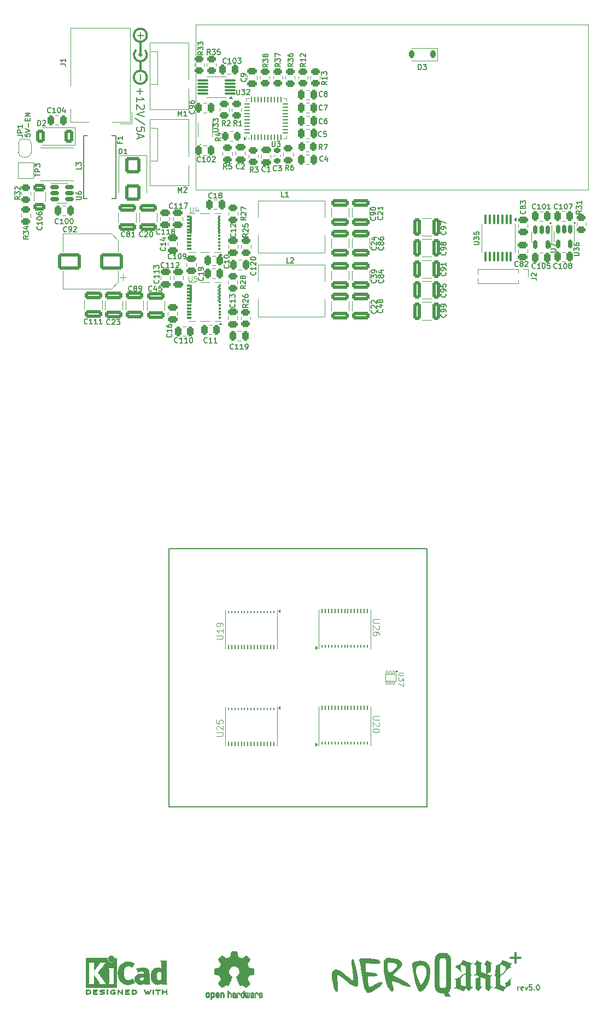
<source format=gto>
G04 #@! TF.GenerationSoftware,KiCad,Pcbnew,8.0.1-8.0.1-1~ubuntu22.04.1*
G04 #@! TF.CreationDate,2024-08-18T12:24:04+02:00*
G04 #@! TF.ProjectId,nerdqaxe+,6e657264-7161-4786-952b-2e6b69636164,rev?*
G04 #@! TF.SameCoordinates,Original*
G04 #@! TF.FileFunction,Legend,Top*
G04 #@! TF.FilePolarity,Positive*
%FSLAX46Y46*%
G04 Gerber Fmt 4.6, Leading zero omitted, Abs format (unit mm)*
G04 Created by KiCad (PCBNEW 8.0.1-8.0.1-1~ubuntu22.04.1) date 2024-08-18 12:24:04*
%MOMM*%
%LPD*%
G01*
G04 APERTURE LIST*
G04 Aperture macros list*
%AMRoundRect*
0 Rectangle with rounded corners*
0 $1 Rounding radius*
0 $2 $3 $4 $5 $6 $7 $8 $9 X,Y pos of 4 corners*
0 Add a 4 corners polygon primitive as box body*
4,1,4,$2,$3,$4,$5,$6,$7,$8,$9,$2,$3,0*
0 Add four circle primitives for the rounded corners*
1,1,$1+$1,$2,$3*
1,1,$1+$1,$4,$5*
1,1,$1+$1,$6,$7*
1,1,$1+$1,$8,$9*
0 Add four rect primitives between the rounded corners*
20,1,$1+$1,$2,$3,$4,$5,0*
20,1,$1+$1,$4,$5,$6,$7,0*
20,1,$1+$1,$6,$7,$8,$9,0*
20,1,$1+$1,$8,$9,$2,$3,0*%
%AMFreePoly0*
4,1,19,0.500000,-0.750000,0.000000,-0.750000,0.000000,-0.744911,-0.071157,-0.744911,-0.207708,-0.704816,-0.327430,-0.627875,-0.420627,-0.520320,-0.479746,-0.390866,-0.500000,-0.250000,-0.500000,0.250000,-0.479746,0.390866,-0.420627,0.520320,-0.327430,0.627875,-0.207708,0.704816,-0.071157,0.744911,0.000000,0.744911,0.000000,0.750000,0.500000,0.750000,0.500000,-0.750000,0.500000,-0.750000,
$1*%
%AMFreePoly1*
4,1,19,0.000000,0.744911,0.071157,0.744911,0.207708,0.704816,0.327430,0.627875,0.420627,0.520320,0.479746,0.390866,0.500000,0.250000,0.500000,-0.250000,0.479746,-0.390866,0.420627,-0.520320,0.327430,-0.627875,0.207708,-0.704816,0.071157,-0.744911,0.000000,-0.744911,0.000000,-0.750000,-0.500000,-0.750000,-0.500000,0.750000,0.000000,0.750000,0.000000,0.744911,0.000000,0.744911,
$1*%
G04 Aperture macros list end*
%ADD10C,0.204515*%
%ADD11C,0.150000*%
%ADD12C,0.300000*%
%ADD13C,0.200000*%
%ADD14C,0.100000*%
%ADD15C,0.120000*%
%ADD16C,0.000000*%
%ADD17C,0.310000*%
%ADD18C,0.010000*%
%ADD19RoundRect,0.250000X-0.325000X-1.100000X0.325000X-1.100000X0.325000X1.100000X-0.325000X1.100000X0*%
%ADD20C,1.500000*%
%ADD21RoundRect,0.250000X-0.450000X0.262500X-0.450000X-0.262500X0.450000X-0.262500X0.450000X0.262500X0*%
%ADD22RoundRect,0.250000X-0.250000X-0.475000X0.250000X-0.475000X0.250000X0.475000X-0.250000X0.475000X0*%
%ADD23RoundRect,0.250000X0.250000X0.475000X-0.250000X0.475000X-0.250000X-0.475000X0.250000X-0.475000X0*%
%ADD24RoundRect,0.250000X-0.650000X0.325000X-0.650000X-0.325000X0.650000X-0.325000X0.650000X0.325000X0*%
%ADD25RoundRect,0.125000X0.000010X-0.325000X0.000010X0.325000X-0.000010X0.325000X-0.000010X-0.325000X0*%
%ADD26R,0.250000X0.450000*%
%ADD27RoundRect,0.125000X-0.000010X0.325000X-0.000010X-0.325000X0.000010X-0.325000X0.000010X0.325000X0*%
%ADD28R,1.750000X1.750000*%
%ADD29R,2.500000X1.750000*%
%ADD30RoundRect,0.250000X-1.100000X0.325000X-1.100000X-0.325000X1.100000X-0.325000X1.100000X0.325000X0*%
%ADD31R,3.300000X2.800000*%
%ADD32C,0.800000*%
%ADD33C,6.400000*%
%ADD34RoundRect,0.250000X1.100000X-0.325000X1.100000X0.325000X-1.100000X0.325000X-1.100000X-0.325000X0*%
%ADD35RoundRect,0.050000X-0.100000X0.285000X-0.100000X-0.285000X0.100000X-0.285000X0.100000X0.285000X0*%
%ADD36RoundRect,0.250000X0.450000X-0.262500X0.450000X0.262500X-0.450000X0.262500X-0.450000X-0.262500X0*%
%ADD37RoundRect,0.062500X0.062500X-0.375000X0.062500X0.375000X-0.062500X0.375000X-0.062500X-0.375000X0*%
%ADD38RoundRect,0.062500X0.375000X-0.062500X0.375000X0.062500X-0.375000X0.062500X-0.375000X-0.062500X0*%
%ADD39R,4.150000X4.150000*%
%ADD40RoundRect,0.250000X0.475000X-0.250000X0.475000X0.250000X-0.475000X0.250000X-0.475000X-0.250000X0*%
%ADD41RoundRect,0.127000X0.373000X0.023000X-0.373000X0.023000X-0.373000X-0.023000X0.373000X-0.023000X0*%
%ADD42R,0.500000X0.300000*%
%ADD43RoundRect,0.127000X0.078000X1.273000X-0.078000X1.273000X-0.078000X-1.273000X0.078000X-1.273000X0*%
%ADD44RoundRect,0.127000X-0.373000X-0.023000X0.373000X-0.023000X0.373000X0.023000X-0.373000X0.023000X0*%
%ADD45R,0.410000X6.300000*%
%ADD46R,3.400000X5.639000*%
%ADD47C,4.000000*%
%ADD48C,1.700000*%
%ADD49RoundRect,0.250000X-0.900000X1.000000X-0.900000X-1.000000X0.900000X-1.000000X0.900000X1.000000X0*%
%ADD50RoundRect,0.100000X-0.100000X0.637500X-0.100000X-0.637500X0.100000X-0.637500X0.100000X0.637500X0*%
%ADD51RoundRect,0.250000X-0.475000X0.250000X-0.475000X-0.250000X0.475000X-0.250000X0.475000X0.250000X0*%
%ADD52RoundRect,0.150000X-0.150000X0.512500X-0.150000X-0.512500X0.150000X-0.512500X0.150000X0.512500X0*%
%ADD53R,1.000000X1.000000*%
%ADD54O,1.000000X1.000000*%
%ADD55C,1.100000*%
%ADD56R,2.030000X1.730000*%
%ADD57O,2.030000X1.730000*%
%ADD58RoundRect,0.250000X-0.262500X-0.450000X0.262500X-0.450000X0.262500X0.450000X-0.262500X0.450000X0*%
%ADD59RoundRect,0.250000X0.262500X0.450000X-0.262500X0.450000X-0.262500X-0.450000X0.262500X-0.450000X0*%
%ADD60RoundRect,0.250000X0.450000X0.800000X-0.450000X0.800000X-0.450000X-0.800000X0.450000X-0.800000X0*%
%ADD61RoundRect,0.250000X1.500000X1.000000X-1.500000X1.000000X-1.500000X-1.000000X1.500000X-1.000000X0*%
%ADD62RoundRect,0.150000X-0.512500X-0.150000X0.512500X-0.150000X0.512500X0.150000X-0.512500X0.150000X0*%
%ADD63R,1.500000X4.000000*%
%ADD64RoundRect,0.225000X-0.250000X0.225000X-0.250000X-0.225000X0.250000X-0.225000X0.250000X0.225000X0*%
%ADD65FreePoly0,90.000000*%
%ADD66FreePoly1,90.000000*%
%ADD67R,0.300000X0.800000*%
%ADD68R,2.000000X2.000000*%
%ADD69R,2.600000X2.600000*%
%ADD70C,2.600000*%
%ADD71RoundRect,0.087500X0.725000X0.087500X-0.725000X0.087500X-0.725000X-0.087500X0.725000X-0.087500X0*%
%ADD72RoundRect,0.225000X0.225000X0.375000X-0.225000X0.375000X-0.225000X-0.375000X0.225000X-0.375000X0*%
%ADD73R,3.810000X4.245000*%
G04 APERTURE END LIST*
D10*
X137973457Y-54643000D02*
G75*
G02*
X137768943Y-54643000I-102257J0D01*
G01*
X137768943Y-54643000D02*
G75*
G02*
X137973457Y-54643000I102257J0D01*
G01*
X134239657Y-54668400D02*
G75*
G02*
X134035143Y-54668400I-102257J0D01*
G01*
X134035143Y-54668400D02*
G75*
G02*
X134239657Y-54668400I102257J0D01*
G01*
X110389057Y-124053600D02*
G75*
G02*
X110184543Y-124053600I-102257J0D01*
G01*
X110184543Y-124053600D02*
G75*
G02*
X110389057Y-124053600I102257J0D01*
G01*
D11*
X75000000Y-105000000D02*
X115000000Y-105000000D01*
X115000000Y-145000000D01*
X75000000Y-145000000D01*
X75000000Y-105000000D01*
X129064160Y-173344295D02*
X129064160Y-172810961D01*
X129064160Y-172963342D02*
X129102255Y-172887152D01*
X129102255Y-172887152D02*
X129140350Y-172849057D01*
X129140350Y-172849057D02*
X129216541Y-172810961D01*
X129216541Y-172810961D02*
X129292731Y-172810961D01*
X129864160Y-173306200D02*
X129787969Y-173344295D01*
X129787969Y-173344295D02*
X129635588Y-173344295D01*
X129635588Y-173344295D02*
X129559398Y-173306200D01*
X129559398Y-173306200D02*
X129521302Y-173230009D01*
X129521302Y-173230009D02*
X129521302Y-172925247D01*
X129521302Y-172925247D02*
X129559398Y-172849057D01*
X129559398Y-172849057D02*
X129635588Y-172810961D01*
X129635588Y-172810961D02*
X129787969Y-172810961D01*
X129787969Y-172810961D02*
X129864160Y-172849057D01*
X129864160Y-172849057D02*
X129902255Y-172925247D01*
X129902255Y-172925247D02*
X129902255Y-173001438D01*
X129902255Y-173001438D02*
X129521302Y-173077628D01*
X130168921Y-172810961D02*
X130359397Y-173344295D01*
X130359397Y-173344295D02*
X130549874Y-172810961D01*
X131235588Y-172544295D02*
X130854636Y-172544295D01*
X130854636Y-172544295D02*
X130816540Y-172925247D01*
X130816540Y-172925247D02*
X130854636Y-172887152D01*
X130854636Y-172887152D02*
X130930826Y-172849057D01*
X130930826Y-172849057D02*
X131121302Y-172849057D01*
X131121302Y-172849057D02*
X131197493Y-172887152D01*
X131197493Y-172887152D02*
X131235588Y-172925247D01*
X131235588Y-172925247D02*
X131273683Y-173001438D01*
X131273683Y-173001438D02*
X131273683Y-173191914D01*
X131273683Y-173191914D02*
X131235588Y-173268104D01*
X131235588Y-173268104D02*
X131197493Y-173306200D01*
X131197493Y-173306200D02*
X131121302Y-173344295D01*
X131121302Y-173344295D02*
X130930826Y-173344295D01*
X130930826Y-173344295D02*
X130854636Y-173306200D01*
X130854636Y-173306200D02*
X130816540Y-173268104D01*
X131616541Y-173268104D02*
X131654636Y-173306200D01*
X131654636Y-173306200D02*
X131616541Y-173344295D01*
X131616541Y-173344295D02*
X131578445Y-173306200D01*
X131578445Y-173306200D02*
X131616541Y-173268104D01*
X131616541Y-173268104D02*
X131616541Y-173344295D01*
X132149874Y-172544295D02*
X132226064Y-172544295D01*
X132226064Y-172544295D02*
X132302255Y-172582390D01*
X132302255Y-172582390D02*
X132340350Y-172620485D01*
X132340350Y-172620485D02*
X132378445Y-172696676D01*
X132378445Y-172696676D02*
X132416540Y-172849057D01*
X132416540Y-172849057D02*
X132416540Y-173039533D01*
X132416540Y-173039533D02*
X132378445Y-173191914D01*
X132378445Y-173191914D02*
X132340350Y-173268104D01*
X132340350Y-173268104D02*
X132302255Y-173306200D01*
X132302255Y-173306200D02*
X132226064Y-173344295D01*
X132226064Y-173344295D02*
X132149874Y-173344295D01*
X132149874Y-173344295D02*
X132073683Y-173306200D01*
X132073683Y-173306200D02*
X132035588Y-173268104D01*
X132035588Y-173268104D02*
X131997493Y-173191914D01*
X131997493Y-173191914D02*
X131959397Y-173039533D01*
X131959397Y-173039533D02*
X131959397Y-172849057D01*
X131959397Y-172849057D02*
X131997493Y-172696676D01*
X131997493Y-172696676D02*
X132035588Y-172620485D01*
X132035588Y-172620485D02*
X132073683Y-172582390D01*
X132073683Y-172582390D02*
X132149874Y-172544295D01*
D12*
X127973558Y-168377733D02*
X129497368Y-168377733D01*
X128735463Y-169139638D02*
X128735463Y-167615828D01*
D13*
X70514400Y-33771429D02*
X70514400Y-34685715D01*
X70057257Y-34228572D02*
X70971542Y-34228572D01*
X70057257Y-35885714D02*
X70057257Y-35200000D01*
X70057257Y-35542857D02*
X71257257Y-35542857D01*
X71257257Y-35542857D02*
X71085828Y-35428571D01*
X71085828Y-35428571D02*
X70971542Y-35314286D01*
X70971542Y-35314286D02*
X70914400Y-35200000D01*
X71142971Y-36342857D02*
X71200114Y-36400000D01*
X71200114Y-36400000D02*
X71257257Y-36514286D01*
X71257257Y-36514286D02*
X71257257Y-36800000D01*
X71257257Y-36800000D02*
X71200114Y-36914286D01*
X71200114Y-36914286D02*
X71142971Y-36971428D01*
X71142971Y-36971428D02*
X71028685Y-37028571D01*
X71028685Y-37028571D02*
X70914400Y-37028571D01*
X70914400Y-37028571D02*
X70742971Y-36971428D01*
X70742971Y-36971428D02*
X70057257Y-36285714D01*
X70057257Y-36285714D02*
X70057257Y-37028571D01*
X71257257Y-37371428D02*
X70057257Y-37771428D01*
X70057257Y-37771428D02*
X71257257Y-38171428D01*
X71314400Y-39428571D02*
X69771542Y-38399999D01*
X71257257Y-40399999D02*
X71257257Y-39828571D01*
X71257257Y-39828571D02*
X70685828Y-39771428D01*
X70685828Y-39771428D02*
X70742971Y-39828571D01*
X70742971Y-39828571D02*
X70800114Y-39942857D01*
X70800114Y-39942857D02*
X70800114Y-40228571D01*
X70800114Y-40228571D02*
X70742971Y-40342857D01*
X70742971Y-40342857D02*
X70685828Y-40399999D01*
X70685828Y-40399999D02*
X70571542Y-40457142D01*
X70571542Y-40457142D02*
X70285828Y-40457142D01*
X70285828Y-40457142D02*
X70171542Y-40399999D01*
X70171542Y-40399999D02*
X70114400Y-40342857D01*
X70114400Y-40342857D02*
X70057257Y-40228571D01*
X70057257Y-40228571D02*
X70057257Y-39942857D01*
X70057257Y-39942857D02*
X70114400Y-39828571D01*
X70114400Y-39828571D02*
X70171542Y-39771428D01*
X70400114Y-40914285D02*
X70400114Y-41485714D01*
X70057257Y-40799999D02*
X71257257Y-41199999D01*
X71257257Y-41199999D02*
X70057257Y-41599999D01*
D11*
X52744295Y-40839887D02*
X52744295Y-41220839D01*
X52744295Y-41220839D02*
X53125247Y-41258935D01*
X53125247Y-41258935D02*
X53087152Y-41220839D01*
X53087152Y-41220839D02*
X53049057Y-41144649D01*
X53049057Y-41144649D02*
X53049057Y-40954173D01*
X53049057Y-40954173D02*
X53087152Y-40877982D01*
X53087152Y-40877982D02*
X53125247Y-40839887D01*
X53125247Y-40839887D02*
X53201438Y-40801792D01*
X53201438Y-40801792D02*
X53391914Y-40801792D01*
X53391914Y-40801792D02*
X53468104Y-40839887D01*
X53468104Y-40839887D02*
X53506200Y-40877982D01*
X53506200Y-40877982D02*
X53544295Y-40954173D01*
X53544295Y-40954173D02*
X53544295Y-41144649D01*
X53544295Y-41144649D02*
X53506200Y-41220839D01*
X53506200Y-41220839D02*
X53468104Y-41258935D01*
X52744295Y-40573220D02*
X53544295Y-40306553D01*
X53544295Y-40306553D02*
X52744295Y-40039887D01*
X53239533Y-39773220D02*
X53239533Y-39163697D01*
X53125247Y-38782744D02*
X53125247Y-38516078D01*
X53544295Y-38401792D02*
X53544295Y-38782744D01*
X53544295Y-38782744D02*
X52744295Y-38782744D01*
X52744295Y-38782744D02*
X52744295Y-38401792D01*
X53544295Y-38058934D02*
X52744295Y-38058934D01*
X52744295Y-38058934D02*
X53544295Y-37601791D01*
X53544295Y-37601791D02*
X52744295Y-37601791D01*
X117861104Y-68714285D02*
X117899200Y-68752381D01*
X117899200Y-68752381D02*
X117937295Y-68866666D01*
X117937295Y-68866666D02*
X117937295Y-68942857D01*
X117937295Y-68942857D02*
X117899200Y-69057143D01*
X117899200Y-69057143D02*
X117823009Y-69133333D01*
X117823009Y-69133333D02*
X117746819Y-69171428D01*
X117746819Y-69171428D02*
X117594438Y-69209524D01*
X117594438Y-69209524D02*
X117480152Y-69209524D01*
X117480152Y-69209524D02*
X117327771Y-69171428D01*
X117327771Y-69171428D02*
X117251580Y-69133333D01*
X117251580Y-69133333D02*
X117175390Y-69057143D01*
X117175390Y-69057143D02*
X117137295Y-68942857D01*
X117137295Y-68942857D02*
X117137295Y-68866666D01*
X117137295Y-68866666D02*
X117175390Y-68752381D01*
X117175390Y-68752381D02*
X117213485Y-68714285D01*
X117937295Y-68333333D02*
X117937295Y-68180952D01*
X117937295Y-68180952D02*
X117899200Y-68104762D01*
X117899200Y-68104762D02*
X117861104Y-68066666D01*
X117861104Y-68066666D02*
X117746819Y-67990476D01*
X117746819Y-67990476D02*
X117594438Y-67952381D01*
X117594438Y-67952381D02*
X117289676Y-67952381D01*
X117289676Y-67952381D02*
X117213485Y-67990476D01*
X117213485Y-67990476D02*
X117175390Y-68028571D01*
X117175390Y-68028571D02*
X117137295Y-68104762D01*
X117137295Y-68104762D02*
X117137295Y-68257143D01*
X117137295Y-68257143D02*
X117175390Y-68333333D01*
X117175390Y-68333333D02*
X117213485Y-68371428D01*
X117213485Y-68371428D02*
X117289676Y-68409524D01*
X117289676Y-68409524D02*
X117480152Y-68409524D01*
X117480152Y-68409524D02*
X117556342Y-68371428D01*
X117556342Y-68371428D02*
X117594438Y-68333333D01*
X117594438Y-68333333D02*
X117632533Y-68257143D01*
X117632533Y-68257143D02*
X117632533Y-68104762D01*
X117632533Y-68104762D02*
X117594438Y-68028571D01*
X117594438Y-68028571D02*
X117556342Y-67990476D01*
X117556342Y-67990476D02*
X117480152Y-67952381D01*
X117937295Y-67571428D02*
X117937295Y-67419047D01*
X117937295Y-67419047D02*
X117899200Y-67342857D01*
X117899200Y-67342857D02*
X117861104Y-67304761D01*
X117861104Y-67304761D02*
X117746819Y-67228571D01*
X117746819Y-67228571D02*
X117594438Y-67190476D01*
X117594438Y-67190476D02*
X117289676Y-67190476D01*
X117289676Y-67190476D02*
X117213485Y-67228571D01*
X117213485Y-67228571D02*
X117175390Y-67266666D01*
X117175390Y-67266666D02*
X117137295Y-67342857D01*
X117137295Y-67342857D02*
X117137295Y-67495238D01*
X117137295Y-67495238D02*
X117175390Y-67571428D01*
X117175390Y-67571428D02*
X117213485Y-67609523D01*
X117213485Y-67609523D02*
X117289676Y-67647619D01*
X117289676Y-67647619D02*
X117480152Y-67647619D01*
X117480152Y-67647619D02*
X117556342Y-67609523D01*
X117556342Y-67609523D02*
X117594438Y-67571428D01*
X117594438Y-67571428D02*
X117632533Y-67495238D01*
X117632533Y-67495238D02*
X117632533Y-67342857D01*
X117632533Y-67342857D02*
X117594438Y-67266666D01*
X117594438Y-67266666D02*
X117556342Y-67228571D01*
X117556342Y-67228571D02*
X117480152Y-67190476D01*
X81435714Y-28562295D02*
X81169047Y-28181342D01*
X80978571Y-28562295D02*
X80978571Y-27762295D01*
X80978571Y-27762295D02*
X81283333Y-27762295D01*
X81283333Y-27762295D02*
X81359523Y-27800390D01*
X81359523Y-27800390D02*
X81397618Y-27838485D01*
X81397618Y-27838485D02*
X81435714Y-27914676D01*
X81435714Y-27914676D02*
X81435714Y-28028961D01*
X81435714Y-28028961D02*
X81397618Y-28105152D01*
X81397618Y-28105152D02*
X81359523Y-28143247D01*
X81359523Y-28143247D02*
X81283333Y-28181342D01*
X81283333Y-28181342D02*
X80978571Y-28181342D01*
X81702380Y-27762295D02*
X82197618Y-27762295D01*
X82197618Y-27762295D02*
X81930952Y-28067057D01*
X81930952Y-28067057D02*
X82045237Y-28067057D01*
X82045237Y-28067057D02*
X82121428Y-28105152D01*
X82121428Y-28105152D02*
X82159523Y-28143247D01*
X82159523Y-28143247D02*
X82197618Y-28219438D01*
X82197618Y-28219438D02*
X82197618Y-28409914D01*
X82197618Y-28409914D02*
X82159523Y-28486104D01*
X82159523Y-28486104D02*
X82121428Y-28524200D01*
X82121428Y-28524200D02*
X82045237Y-28562295D01*
X82045237Y-28562295D02*
X81816666Y-28562295D01*
X81816666Y-28562295D02*
X81740475Y-28524200D01*
X81740475Y-28524200D02*
X81702380Y-28486104D01*
X82921428Y-27762295D02*
X82540476Y-27762295D01*
X82540476Y-27762295D02*
X82502380Y-28143247D01*
X82502380Y-28143247D02*
X82540476Y-28105152D01*
X82540476Y-28105152D02*
X82616666Y-28067057D01*
X82616666Y-28067057D02*
X82807142Y-28067057D01*
X82807142Y-28067057D02*
X82883333Y-28105152D01*
X82883333Y-28105152D02*
X82921428Y-28143247D01*
X82921428Y-28143247D02*
X82959523Y-28219438D01*
X82959523Y-28219438D02*
X82959523Y-28409914D01*
X82959523Y-28409914D02*
X82921428Y-28486104D01*
X82921428Y-28486104D02*
X82883333Y-28524200D01*
X82883333Y-28524200D02*
X82807142Y-28562295D01*
X82807142Y-28562295D02*
X82616666Y-28562295D01*
X82616666Y-28562295D02*
X82540476Y-28524200D01*
X82540476Y-28524200D02*
X82502380Y-28486104D01*
X98772917Y-39186104D02*
X98734821Y-39224200D01*
X98734821Y-39224200D02*
X98620536Y-39262295D01*
X98620536Y-39262295D02*
X98544345Y-39262295D01*
X98544345Y-39262295D02*
X98430059Y-39224200D01*
X98430059Y-39224200D02*
X98353869Y-39148009D01*
X98353869Y-39148009D02*
X98315774Y-39071819D01*
X98315774Y-39071819D02*
X98277678Y-38919438D01*
X98277678Y-38919438D02*
X98277678Y-38805152D01*
X98277678Y-38805152D02*
X98315774Y-38652771D01*
X98315774Y-38652771D02*
X98353869Y-38576580D01*
X98353869Y-38576580D02*
X98430059Y-38500390D01*
X98430059Y-38500390D02*
X98544345Y-38462295D01*
X98544345Y-38462295D02*
X98620536Y-38462295D01*
X98620536Y-38462295D02*
X98734821Y-38500390D01*
X98734821Y-38500390D02*
X98772917Y-38538485D01*
X99458631Y-38462295D02*
X99306250Y-38462295D01*
X99306250Y-38462295D02*
X99230059Y-38500390D01*
X99230059Y-38500390D02*
X99191964Y-38538485D01*
X99191964Y-38538485D02*
X99115774Y-38652771D01*
X99115774Y-38652771D02*
X99077678Y-38805152D01*
X99077678Y-38805152D02*
X99077678Y-39109914D01*
X99077678Y-39109914D02*
X99115774Y-39186104D01*
X99115774Y-39186104D02*
X99153869Y-39224200D01*
X99153869Y-39224200D02*
X99230059Y-39262295D01*
X99230059Y-39262295D02*
X99382440Y-39262295D01*
X99382440Y-39262295D02*
X99458631Y-39224200D01*
X99458631Y-39224200D02*
X99496726Y-39186104D01*
X99496726Y-39186104D02*
X99534821Y-39109914D01*
X99534821Y-39109914D02*
X99534821Y-38919438D01*
X99534821Y-38919438D02*
X99496726Y-38843247D01*
X99496726Y-38843247D02*
X99458631Y-38805152D01*
X99458631Y-38805152D02*
X99382440Y-38767057D01*
X99382440Y-38767057D02*
X99230059Y-38767057D01*
X99230059Y-38767057D02*
X99153869Y-38805152D01*
X99153869Y-38805152D02*
X99115774Y-38843247D01*
X99115774Y-38843247D02*
X99077678Y-38919438D01*
X131781077Y-61586104D02*
X131742981Y-61624200D01*
X131742981Y-61624200D02*
X131628696Y-61662295D01*
X131628696Y-61662295D02*
X131552505Y-61662295D01*
X131552505Y-61662295D02*
X131438219Y-61624200D01*
X131438219Y-61624200D02*
X131362029Y-61548009D01*
X131362029Y-61548009D02*
X131323934Y-61471819D01*
X131323934Y-61471819D02*
X131285838Y-61319438D01*
X131285838Y-61319438D02*
X131285838Y-61205152D01*
X131285838Y-61205152D02*
X131323934Y-61052771D01*
X131323934Y-61052771D02*
X131362029Y-60976580D01*
X131362029Y-60976580D02*
X131438219Y-60900390D01*
X131438219Y-60900390D02*
X131552505Y-60862295D01*
X131552505Y-60862295D02*
X131628696Y-60862295D01*
X131628696Y-60862295D02*
X131742981Y-60900390D01*
X131742981Y-60900390D02*
X131781077Y-60938485D01*
X132542981Y-61662295D02*
X132085838Y-61662295D01*
X132314410Y-61662295D02*
X132314410Y-60862295D01*
X132314410Y-60862295D02*
X132238219Y-60976580D01*
X132238219Y-60976580D02*
X132162029Y-61052771D01*
X132162029Y-61052771D02*
X132085838Y-61090866D01*
X133038220Y-60862295D02*
X133114410Y-60862295D01*
X133114410Y-60862295D02*
X133190601Y-60900390D01*
X133190601Y-60900390D02*
X133228696Y-60938485D01*
X133228696Y-60938485D02*
X133266791Y-61014676D01*
X133266791Y-61014676D02*
X133304886Y-61167057D01*
X133304886Y-61167057D02*
X133304886Y-61357533D01*
X133304886Y-61357533D02*
X133266791Y-61509914D01*
X133266791Y-61509914D02*
X133228696Y-61586104D01*
X133228696Y-61586104D02*
X133190601Y-61624200D01*
X133190601Y-61624200D02*
X133114410Y-61662295D01*
X133114410Y-61662295D02*
X133038220Y-61662295D01*
X133038220Y-61662295D02*
X132962029Y-61624200D01*
X132962029Y-61624200D02*
X132923934Y-61586104D01*
X132923934Y-61586104D02*
X132885839Y-61509914D01*
X132885839Y-61509914D02*
X132847743Y-61357533D01*
X132847743Y-61357533D02*
X132847743Y-61167057D01*
X132847743Y-61167057D02*
X132885839Y-61014676D01*
X132885839Y-61014676D02*
X132923934Y-60938485D01*
X132923934Y-60938485D02*
X132962029Y-60900390D01*
X132962029Y-60900390D02*
X133038220Y-60862295D01*
X134028696Y-60862295D02*
X133647744Y-60862295D01*
X133647744Y-60862295D02*
X133609648Y-61243247D01*
X133609648Y-61243247D02*
X133647744Y-61205152D01*
X133647744Y-61205152D02*
X133723934Y-61167057D01*
X133723934Y-61167057D02*
X133914410Y-61167057D01*
X133914410Y-61167057D02*
X133990601Y-61205152D01*
X133990601Y-61205152D02*
X134028696Y-61243247D01*
X134028696Y-61243247D02*
X134066791Y-61319438D01*
X134066791Y-61319438D02*
X134066791Y-61509914D01*
X134066791Y-61509914D02*
X134028696Y-61586104D01*
X134028696Y-61586104D02*
X133990601Y-61624200D01*
X133990601Y-61624200D02*
X133914410Y-61662295D01*
X133914410Y-61662295D02*
X133723934Y-61662295D01*
X133723934Y-61662295D02*
X133647744Y-61624200D01*
X133647744Y-61624200D02*
X133609648Y-61586104D01*
X55286104Y-55195237D02*
X55324200Y-55233333D01*
X55324200Y-55233333D02*
X55362295Y-55347618D01*
X55362295Y-55347618D02*
X55362295Y-55423809D01*
X55362295Y-55423809D02*
X55324200Y-55538095D01*
X55324200Y-55538095D02*
X55248009Y-55614285D01*
X55248009Y-55614285D02*
X55171819Y-55652380D01*
X55171819Y-55652380D02*
X55019438Y-55690476D01*
X55019438Y-55690476D02*
X54905152Y-55690476D01*
X54905152Y-55690476D02*
X54752771Y-55652380D01*
X54752771Y-55652380D02*
X54676580Y-55614285D01*
X54676580Y-55614285D02*
X54600390Y-55538095D01*
X54600390Y-55538095D02*
X54562295Y-55423809D01*
X54562295Y-55423809D02*
X54562295Y-55347618D01*
X54562295Y-55347618D02*
X54600390Y-55233333D01*
X54600390Y-55233333D02*
X54638485Y-55195237D01*
X55362295Y-54433333D02*
X55362295Y-54890476D01*
X55362295Y-54661904D02*
X54562295Y-54661904D01*
X54562295Y-54661904D02*
X54676580Y-54738095D01*
X54676580Y-54738095D02*
X54752771Y-54814285D01*
X54752771Y-54814285D02*
X54790866Y-54890476D01*
X54562295Y-53938094D02*
X54562295Y-53861904D01*
X54562295Y-53861904D02*
X54600390Y-53785713D01*
X54600390Y-53785713D02*
X54638485Y-53747618D01*
X54638485Y-53747618D02*
X54714676Y-53709523D01*
X54714676Y-53709523D02*
X54867057Y-53671428D01*
X54867057Y-53671428D02*
X55057533Y-53671428D01*
X55057533Y-53671428D02*
X55209914Y-53709523D01*
X55209914Y-53709523D02*
X55286104Y-53747618D01*
X55286104Y-53747618D02*
X55324200Y-53785713D01*
X55324200Y-53785713D02*
X55362295Y-53861904D01*
X55362295Y-53861904D02*
X55362295Y-53938094D01*
X55362295Y-53938094D02*
X55324200Y-54014285D01*
X55324200Y-54014285D02*
X55286104Y-54052380D01*
X55286104Y-54052380D02*
X55209914Y-54090475D01*
X55209914Y-54090475D02*
X55057533Y-54128571D01*
X55057533Y-54128571D02*
X54867057Y-54128571D01*
X54867057Y-54128571D02*
X54714676Y-54090475D01*
X54714676Y-54090475D02*
X54638485Y-54052380D01*
X54638485Y-54052380D02*
X54600390Y-54014285D01*
X54600390Y-54014285D02*
X54562295Y-53938094D01*
X54562295Y-52985713D02*
X54562295Y-53138094D01*
X54562295Y-53138094D02*
X54600390Y-53214285D01*
X54600390Y-53214285D02*
X54638485Y-53252380D01*
X54638485Y-53252380D02*
X54752771Y-53328570D01*
X54752771Y-53328570D02*
X54905152Y-53366666D01*
X54905152Y-53366666D02*
X55209914Y-53366666D01*
X55209914Y-53366666D02*
X55286104Y-53328570D01*
X55286104Y-53328570D02*
X55324200Y-53290475D01*
X55324200Y-53290475D02*
X55362295Y-53214285D01*
X55362295Y-53214285D02*
X55362295Y-53061904D01*
X55362295Y-53061904D02*
X55324200Y-52985713D01*
X55324200Y-52985713D02*
X55286104Y-52947618D01*
X55286104Y-52947618D02*
X55209914Y-52909523D01*
X55209914Y-52909523D02*
X55019438Y-52909523D01*
X55019438Y-52909523D02*
X54943247Y-52947618D01*
X54943247Y-52947618D02*
X54905152Y-52985713D01*
X54905152Y-52985713D02*
X54867057Y-53061904D01*
X54867057Y-53061904D02*
X54867057Y-53214285D01*
X54867057Y-53214285D02*
X54905152Y-53290475D01*
X54905152Y-53290475D02*
X54943247Y-53328570D01*
X54943247Y-53328570D02*
X55019438Y-53366666D01*
D14*
X82407419Y-119038094D02*
X83216942Y-119038094D01*
X83216942Y-119038094D02*
X83312180Y-118990475D01*
X83312180Y-118990475D02*
X83359800Y-118942856D01*
X83359800Y-118942856D02*
X83407419Y-118847618D01*
X83407419Y-118847618D02*
X83407419Y-118657142D01*
X83407419Y-118657142D02*
X83359800Y-118561904D01*
X83359800Y-118561904D02*
X83312180Y-118514285D01*
X83312180Y-118514285D02*
X83216942Y-118466666D01*
X83216942Y-118466666D02*
X82407419Y-118466666D01*
X83407419Y-117466666D02*
X83407419Y-118038094D01*
X83407419Y-117752380D02*
X82407419Y-117752380D01*
X82407419Y-117752380D02*
X82550276Y-117847618D01*
X82550276Y-117847618D02*
X82645514Y-117942856D01*
X82645514Y-117942856D02*
X82693133Y-118038094D01*
X83407419Y-116990475D02*
X83407419Y-116799999D01*
X83407419Y-116799999D02*
X83359800Y-116704761D01*
X83359800Y-116704761D02*
X83312180Y-116657142D01*
X83312180Y-116657142D02*
X83169323Y-116561904D01*
X83169323Y-116561904D02*
X82978847Y-116514285D01*
X82978847Y-116514285D02*
X82597895Y-116514285D01*
X82597895Y-116514285D02*
X82502657Y-116561904D01*
X82502657Y-116561904D02*
X82455038Y-116609523D01*
X82455038Y-116609523D02*
X82407419Y-116704761D01*
X82407419Y-116704761D02*
X82407419Y-116895237D01*
X82407419Y-116895237D02*
X82455038Y-116990475D01*
X82455038Y-116990475D02*
X82502657Y-117038094D01*
X82502657Y-117038094D02*
X82597895Y-117085713D01*
X82597895Y-117085713D02*
X82835990Y-117085713D01*
X82835990Y-117085713D02*
X82931228Y-117038094D01*
X82931228Y-117038094D02*
X82978847Y-116990475D01*
X82978847Y-116990475D02*
X83026466Y-116895237D01*
X83026466Y-116895237D02*
X83026466Y-116704761D01*
X83026466Y-116704761D02*
X82978847Y-116609523D01*
X82978847Y-116609523D02*
X82931228Y-116561904D01*
X82931228Y-116561904D02*
X82835990Y-116514285D01*
D11*
X107086104Y-68114285D02*
X107124200Y-68152381D01*
X107124200Y-68152381D02*
X107162295Y-68266666D01*
X107162295Y-68266666D02*
X107162295Y-68342857D01*
X107162295Y-68342857D02*
X107124200Y-68457143D01*
X107124200Y-68457143D02*
X107048009Y-68533333D01*
X107048009Y-68533333D02*
X106971819Y-68571428D01*
X106971819Y-68571428D02*
X106819438Y-68609524D01*
X106819438Y-68609524D02*
X106705152Y-68609524D01*
X106705152Y-68609524D02*
X106552771Y-68571428D01*
X106552771Y-68571428D02*
X106476580Y-68533333D01*
X106476580Y-68533333D02*
X106400390Y-68457143D01*
X106400390Y-68457143D02*
X106362295Y-68342857D01*
X106362295Y-68342857D02*
X106362295Y-68266666D01*
X106362295Y-68266666D02*
X106400390Y-68152381D01*
X106400390Y-68152381D02*
X106438485Y-68114285D01*
X106438485Y-67809524D02*
X106400390Y-67771428D01*
X106400390Y-67771428D02*
X106362295Y-67695238D01*
X106362295Y-67695238D02*
X106362295Y-67504762D01*
X106362295Y-67504762D02*
X106400390Y-67428571D01*
X106400390Y-67428571D02*
X106438485Y-67390476D01*
X106438485Y-67390476D02*
X106514676Y-67352381D01*
X106514676Y-67352381D02*
X106590866Y-67352381D01*
X106590866Y-67352381D02*
X106705152Y-67390476D01*
X106705152Y-67390476D02*
X107162295Y-67847619D01*
X107162295Y-67847619D02*
X107162295Y-67352381D01*
X106438485Y-67047619D02*
X106400390Y-67009523D01*
X106400390Y-67009523D02*
X106362295Y-66933333D01*
X106362295Y-66933333D02*
X106362295Y-66742857D01*
X106362295Y-66742857D02*
X106400390Y-66666666D01*
X106400390Y-66666666D02*
X106438485Y-66628571D01*
X106438485Y-66628571D02*
X106514676Y-66590476D01*
X106514676Y-66590476D02*
X106590866Y-66590476D01*
X106590866Y-66590476D02*
X106705152Y-66628571D01*
X106705152Y-66628571D02*
X107162295Y-67085714D01*
X107162295Y-67085714D02*
X107162295Y-66590476D01*
X80312295Y-28114285D02*
X79931342Y-28380952D01*
X80312295Y-28571428D02*
X79512295Y-28571428D01*
X79512295Y-28571428D02*
X79512295Y-28266666D01*
X79512295Y-28266666D02*
X79550390Y-28190476D01*
X79550390Y-28190476D02*
X79588485Y-28152381D01*
X79588485Y-28152381D02*
X79664676Y-28114285D01*
X79664676Y-28114285D02*
X79778961Y-28114285D01*
X79778961Y-28114285D02*
X79855152Y-28152381D01*
X79855152Y-28152381D02*
X79893247Y-28190476D01*
X79893247Y-28190476D02*
X79931342Y-28266666D01*
X79931342Y-28266666D02*
X79931342Y-28571428D01*
X79512295Y-27847619D02*
X79512295Y-27352381D01*
X79512295Y-27352381D02*
X79817057Y-27619047D01*
X79817057Y-27619047D02*
X79817057Y-27504762D01*
X79817057Y-27504762D02*
X79855152Y-27428571D01*
X79855152Y-27428571D02*
X79893247Y-27390476D01*
X79893247Y-27390476D02*
X79969438Y-27352381D01*
X79969438Y-27352381D02*
X80159914Y-27352381D01*
X80159914Y-27352381D02*
X80236104Y-27390476D01*
X80236104Y-27390476D02*
X80274200Y-27428571D01*
X80274200Y-27428571D02*
X80312295Y-27504762D01*
X80312295Y-27504762D02*
X80312295Y-27733333D01*
X80312295Y-27733333D02*
X80274200Y-27809524D01*
X80274200Y-27809524D02*
X80236104Y-27847619D01*
X79512295Y-27085714D02*
X79512295Y-26590476D01*
X79512295Y-26590476D02*
X79817057Y-26857142D01*
X79817057Y-26857142D02*
X79817057Y-26742857D01*
X79817057Y-26742857D02*
X79855152Y-26666666D01*
X79855152Y-26666666D02*
X79893247Y-26628571D01*
X79893247Y-26628571D02*
X79969438Y-26590476D01*
X79969438Y-26590476D02*
X80159914Y-26590476D01*
X80159914Y-26590476D02*
X80236104Y-26628571D01*
X80236104Y-26628571D02*
X80274200Y-26666666D01*
X80274200Y-26666666D02*
X80312295Y-26742857D01*
X80312295Y-26742857D02*
X80312295Y-26971428D01*
X80312295Y-26971428D02*
X80274200Y-27047619D01*
X80274200Y-27047619D02*
X80236104Y-27085714D01*
X92262295Y-29924285D02*
X91881342Y-30190952D01*
X92262295Y-30381428D02*
X91462295Y-30381428D01*
X91462295Y-30381428D02*
X91462295Y-30076666D01*
X91462295Y-30076666D02*
X91500390Y-30000476D01*
X91500390Y-30000476D02*
X91538485Y-29962381D01*
X91538485Y-29962381D02*
X91614676Y-29924285D01*
X91614676Y-29924285D02*
X91728961Y-29924285D01*
X91728961Y-29924285D02*
X91805152Y-29962381D01*
X91805152Y-29962381D02*
X91843247Y-30000476D01*
X91843247Y-30000476D02*
X91881342Y-30076666D01*
X91881342Y-30076666D02*
X91881342Y-30381428D01*
X91462295Y-29657619D02*
X91462295Y-29162381D01*
X91462295Y-29162381D02*
X91767057Y-29429047D01*
X91767057Y-29429047D02*
X91767057Y-29314762D01*
X91767057Y-29314762D02*
X91805152Y-29238571D01*
X91805152Y-29238571D02*
X91843247Y-29200476D01*
X91843247Y-29200476D02*
X91919438Y-29162381D01*
X91919438Y-29162381D02*
X92109914Y-29162381D01*
X92109914Y-29162381D02*
X92186104Y-29200476D01*
X92186104Y-29200476D02*
X92224200Y-29238571D01*
X92224200Y-29238571D02*
X92262295Y-29314762D01*
X92262295Y-29314762D02*
X92262295Y-29543333D01*
X92262295Y-29543333D02*
X92224200Y-29619524D01*
X92224200Y-29619524D02*
X92186104Y-29657619D01*
X91462295Y-28895714D02*
X91462295Y-28362380D01*
X91462295Y-28362380D02*
X92262295Y-28705238D01*
X92851666Y-50562295D02*
X92470714Y-50562295D01*
X92470714Y-50562295D02*
X92470714Y-49762295D01*
X93537380Y-50562295D02*
X93080237Y-50562295D01*
X93308809Y-50562295D02*
X93308809Y-49762295D01*
X93308809Y-49762295D02*
X93232618Y-49876580D01*
X93232618Y-49876580D02*
X93156428Y-49952771D01*
X93156428Y-49952771D02*
X93080237Y-49990866D01*
X51962295Y-50514285D02*
X51581342Y-50780952D01*
X51962295Y-50971428D02*
X51162295Y-50971428D01*
X51162295Y-50971428D02*
X51162295Y-50666666D01*
X51162295Y-50666666D02*
X51200390Y-50590476D01*
X51200390Y-50590476D02*
X51238485Y-50552381D01*
X51238485Y-50552381D02*
X51314676Y-50514285D01*
X51314676Y-50514285D02*
X51428961Y-50514285D01*
X51428961Y-50514285D02*
X51505152Y-50552381D01*
X51505152Y-50552381D02*
X51543247Y-50590476D01*
X51543247Y-50590476D02*
X51581342Y-50666666D01*
X51581342Y-50666666D02*
X51581342Y-50971428D01*
X51162295Y-50247619D02*
X51162295Y-49752381D01*
X51162295Y-49752381D02*
X51467057Y-50019047D01*
X51467057Y-50019047D02*
X51467057Y-49904762D01*
X51467057Y-49904762D02*
X51505152Y-49828571D01*
X51505152Y-49828571D02*
X51543247Y-49790476D01*
X51543247Y-49790476D02*
X51619438Y-49752381D01*
X51619438Y-49752381D02*
X51809914Y-49752381D01*
X51809914Y-49752381D02*
X51886104Y-49790476D01*
X51886104Y-49790476D02*
X51924200Y-49828571D01*
X51924200Y-49828571D02*
X51962295Y-49904762D01*
X51962295Y-49904762D02*
X51962295Y-50133333D01*
X51962295Y-50133333D02*
X51924200Y-50209524D01*
X51924200Y-50209524D02*
X51886104Y-50247619D01*
X51238485Y-49447619D02*
X51200390Y-49409523D01*
X51200390Y-49409523D02*
X51162295Y-49333333D01*
X51162295Y-49333333D02*
X51162295Y-49142857D01*
X51162295Y-49142857D02*
X51200390Y-49066666D01*
X51200390Y-49066666D02*
X51238485Y-49028571D01*
X51238485Y-49028571D02*
X51314676Y-48990476D01*
X51314676Y-48990476D02*
X51390866Y-48990476D01*
X51390866Y-48990476D02*
X51505152Y-49028571D01*
X51505152Y-49028571D02*
X51962295Y-49485714D01*
X51962295Y-49485714D02*
X51962295Y-48990476D01*
X53262295Y-56614285D02*
X52881342Y-56880952D01*
X53262295Y-57071428D02*
X52462295Y-57071428D01*
X52462295Y-57071428D02*
X52462295Y-56766666D01*
X52462295Y-56766666D02*
X52500390Y-56690476D01*
X52500390Y-56690476D02*
X52538485Y-56652381D01*
X52538485Y-56652381D02*
X52614676Y-56614285D01*
X52614676Y-56614285D02*
X52728961Y-56614285D01*
X52728961Y-56614285D02*
X52805152Y-56652381D01*
X52805152Y-56652381D02*
X52843247Y-56690476D01*
X52843247Y-56690476D02*
X52881342Y-56766666D01*
X52881342Y-56766666D02*
X52881342Y-57071428D01*
X52462295Y-56347619D02*
X52462295Y-55852381D01*
X52462295Y-55852381D02*
X52767057Y-56119047D01*
X52767057Y-56119047D02*
X52767057Y-56004762D01*
X52767057Y-56004762D02*
X52805152Y-55928571D01*
X52805152Y-55928571D02*
X52843247Y-55890476D01*
X52843247Y-55890476D02*
X52919438Y-55852381D01*
X52919438Y-55852381D02*
X53109914Y-55852381D01*
X53109914Y-55852381D02*
X53186104Y-55890476D01*
X53186104Y-55890476D02*
X53224200Y-55928571D01*
X53224200Y-55928571D02*
X53262295Y-56004762D01*
X53262295Y-56004762D02*
X53262295Y-56233333D01*
X53262295Y-56233333D02*
X53224200Y-56309524D01*
X53224200Y-56309524D02*
X53186104Y-56347619D01*
X52728961Y-55166666D02*
X53262295Y-55166666D01*
X52424200Y-55357142D02*
X52995628Y-55547619D01*
X52995628Y-55547619D02*
X52995628Y-55052380D01*
X106986104Y-53714285D02*
X107024200Y-53752381D01*
X107024200Y-53752381D02*
X107062295Y-53866666D01*
X107062295Y-53866666D02*
X107062295Y-53942857D01*
X107062295Y-53942857D02*
X107024200Y-54057143D01*
X107024200Y-54057143D02*
X106948009Y-54133333D01*
X106948009Y-54133333D02*
X106871819Y-54171428D01*
X106871819Y-54171428D02*
X106719438Y-54209524D01*
X106719438Y-54209524D02*
X106605152Y-54209524D01*
X106605152Y-54209524D02*
X106452771Y-54171428D01*
X106452771Y-54171428D02*
X106376580Y-54133333D01*
X106376580Y-54133333D02*
X106300390Y-54057143D01*
X106300390Y-54057143D02*
X106262295Y-53942857D01*
X106262295Y-53942857D02*
X106262295Y-53866666D01*
X106262295Y-53866666D02*
X106300390Y-53752381D01*
X106300390Y-53752381D02*
X106338485Y-53714285D01*
X107062295Y-53333333D02*
X107062295Y-53180952D01*
X107062295Y-53180952D02*
X107024200Y-53104762D01*
X107024200Y-53104762D02*
X106986104Y-53066666D01*
X106986104Y-53066666D02*
X106871819Y-52990476D01*
X106871819Y-52990476D02*
X106719438Y-52952381D01*
X106719438Y-52952381D02*
X106414676Y-52952381D01*
X106414676Y-52952381D02*
X106338485Y-52990476D01*
X106338485Y-52990476D02*
X106300390Y-53028571D01*
X106300390Y-53028571D02*
X106262295Y-53104762D01*
X106262295Y-53104762D02*
X106262295Y-53257143D01*
X106262295Y-53257143D02*
X106300390Y-53333333D01*
X106300390Y-53333333D02*
X106338485Y-53371428D01*
X106338485Y-53371428D02*
X106414676Y-53409524D01*
X106414676Y-53409524D02*
X106605152Y-53409524D01*
X106605152Y-53409524D02*
X106681342Y-53371428D01*
X106681342Y-53371428D02*
X106719438Y-53333333D01*
X106719438Y-53333333D02*
X106757533Y-53257143D01*
X106757533Y-53257143D02*
X106757533Y-53104762D01*
X106757533Y-53104762D02*
X106719438Y-53028571D01*
X106719438Y-53028571D02*
X106681342Y-52990476D01*
X106681342Y-52990476D02*
X106605152Y-52952381D01*
X106262295Y-52457142D02*
X106262295Y-52380952D01*
X106262295Y-52380952D02*
X106300390Y-52304761D01*
X106300390Y-52304761D02*
X106338485Y-52266666D01*
X106338485Y-52266666D02*
X106414676Y-52228571D01*
X106414676Y-52228571D02*
X106567057Y-52190476D01*
X106567057Y-52190476D02*
X106757533Y-52190476D01*
X106757533Y-52190476D02*
X106909914Y-52228571D01*
X106909914Y-52228571D02*
X106986104Y-52266666D01*
X106986104Y-52266666D02*
X107024200Y-52304761D01*
X107024200Y-52304761D02*
X107062295Y-52380952D01*
X107062295Y-52380952D02*
X107062295Y-52457142D01*
X107062295Y-52457142D02*
X107024200Y-52533333D01*
X107024200Y-52533333D02*
X106986104Y-52571428D01*
X106986104Y-52571428D02*
X106909914Y-52609523D01*
X106909914Y-52609523D02*
X106757533Y-52647619D01*
X106757533Y-52647619D02*
X106567057Y-52647619D01*
X106567057Y-52647619D02*
X106414676Y-52609523D01*
X106414676Y-52609523D02*
X106338485Y-52571428D01*
X106338485Y-52571428D02*
X106300390Y-52533333D01*
X106300390Y-52533333D02*
X106262295Y-52457142D01*
X72385714Y-65086104D02*
X72347618Y-65124200D01*
X72347618Y-65124200D02*
X72233333Y-65162295D01*
X72233333Y-65162295D02*
X72157142Y-65162295D01*
X72157142Y-65162295D02*
X72042856Y-65124200D01*
X72042856Y-65124200D02*
X71966666Y-65048009D01*
X71966666Y-65048009D02*
X71928571Y-64971819D01*
X71928571Y-64971819D02*
X71890475Y-64819438D01*
X71890475Y-64819438D02*
X71890475Y-64705152D01*
X71890475Y-64705152D02*
X71928571Y-64552771D01*
X71928571Y-64552771D02*
X71966666Y-64476580D01*
X71966666Y-64476580D02*
X72042856Y-64400390D01*
X72042856Y-64400390D02*
X72157142Y-64362295D01*
X72157142Y-64362295D02*
X72233333Y-64362295D01*
X72233333Y-64362295D02*
X72347618Y-64400390D01*
X72347618Y-64400390D02*
X72385714Y-64438485D01*
X73071428Y-64628961D02*
X73071428Y-65162295D01*
X72880952Y-64324200D02*
X72690475Y-64895628D01*
X72690475Y-64895628D02*
X73185714Y-64895628D01*
X73871428Y-64362295D02*
X73490476Y-64362295D01*
X73490476Y-64362295D02*
X73452380Y-64743247D01*
X73452380Y-64743247D02*
X73490476Y-64705152D01*
X73490476Y-64705152D02*
X73566666Y-64667057D01*
X73566666Y-64667057D02*
X73757142Y-64667057D01*
X73757142Y-64667057D02*
X73833333Y-64705152D01*
X73833333Y-64705152D02*
X73871428Y-64743247D01*
X73871428Y-64743247D02*
X73909523Y-64819438D01*
X73909523Y-64819438D02*
X73909523Y-65009914D01*
X73909523Y-65009914D02*
X73871428Y-65086104D01*
X73871428Y-65086104D02*
X73833333Y-65124200D01*
X73833333Y-65124200D02*
X73757142Y-65162295D01*
X73757142Y-65162295D02*
X73566666Y-65162295D01*
X73566666Y-65162295D02*
X73490476Y-65124200D01*
X73490476Y-65124200D02*
X73452380Y-65086104D01*
D14*
X111375104Y-124229524D02*
X110727485Y-124229524D01*
X110727485Y-124229524D02*
X110651295Y-124267619D01*
X110651295Y-124267619D02*
X110613200Y-124305714D01*
X110613200Y-124305714D02*
X110575104Y-124381905D01*
X110575104Y-124381905D02*
X110575104Y-124534286D01*
X110575104Y-124534286D02*
X110613200Y-124610476D01*
X110613200Y-124610476D02*
X110651295Y-124648571D01*
X110651295Y-124648571D02*
X110727485Y-124686667D01*
X110727485Y-124686667D02*
X111375104Y-124686667D01*
X111375104Y-124991428D02*
X111375104Y-125486666D01*
X111375104Y-125486666D02*
X111070342Y-125220000D01*
X111070342Y-125220000D02*
X111070342Y-125334285D01*
X111070342Y-125334285D02*
X111032247Y-125410476D01*
X111032247Y-125410476D02*
X110994152Y-125448571D01*
X110994152Y-125448571D02*
X110917961Y-125486666D01*
X110917961Y-125486666D02*
X110727485Y-125486666D01*
X110727485Y-125486666D02*
X110651295Y-125448571D01*
X110651295Y-125448571D02*
X110613200Y-125410476D01*
X110613200Y-125410476D02*
X110575104Y-125334285D01*
X110575104Y-125334285D02*
X110575104Y-125105714D01*
X110575104Y-125105714D02*
X110613200Y-125029523D01*
X110613200Y-125029523D02*
X110651295Y-124991428D01*
X111375104Y-125753333D02*
X111375104Y-126286667D01*
X111375104Y-126286667D02*
X110575104Y-125943809D01*
D11*
X90362295Y-30014285D02*
X89981342Y-30280952D01*
X90362295Y-30471428D02*
X89562295Y-30471428D01*
X89562295Y-30471428D02*
X89562295Y-30166666D01*
X89562295Y-30166666D02*
X89600390Y-30090476D01*
X89600390Y-30090476D02*
X89638485Y-30052381D01*
X89638485Y-30052381D02*
X89714676Y-30014285D01*
X89714676Y-30014285D02*
X89828961Y-30014285D01*
X89828961Y-30014285D02*
X89905152Y-30052381D01*
X89905152Y-30052381D02*
X89943247Y-30090476D01*
X89943247Y-30090476D02*
X89981342Y-30166666D01*
X89981342Y-30166666D02*
X89981342Y-30471428D01*
X89562295Y-29747619D02*
X89562295Y-29252381D01*
X89562295Y-29252381D02*
X89867057Y-29519047D01*
X89867057Y-29519047D02*
X89867057Y-29404762D01*
X89867057Y-29404762D02*
X89905152Y-29328571D01*
X89905152Y-29328571D02*
X89943247Y-29290476D01*
X89943247Y-29290476D02*
X90019438Y-29252381D01*
X90019438Y-29252381D02*
X90209914Y-29252381D01*
X90209914Y-29252381D02*
X90286104Y-29290476D01*
X90286104Y-29290476D02*
X90324200Y-29328571D01*
X90324200Y-29328571D02*
X90362295Y-29404762D01*
X90362295Y-29404762D02*
X90362295Y-29633333D01*
X90362295Y-29633333D02*
X90324200Y-29709524D01*
X90324200Y-29709524D02*
X90286104Y-29747619D01*
X89905152Y-28795238D02*
X89867057Y-28871428D01*
X89867057Y-28871428D02*
X89828961Y-28909523D01*
X89828961Y-28909523D02*
X89752771Y-28947619D01*
X89752771Y-28947619D02*
X89714676Y-28947619D01*
X89714676Y-28947619D02*
X89638485Y-28909523D01*
X89638485Y-28909523D02*
X89600390Y-28871428D01*
X89600390Y-28871428D02*
X89562295Y-28795238D01*
X89562295Y-28795238D02*
X89562295Y-28642857D01*
X89562295Y-28642857D02*
X89600390Y-28566666D01*
X89600390Y-28566666D02*
X89638485Y-28528571D01*
X89638485Y-28528571D02*
X89714676Y-28490476D01*
X89714676Y-28490476D02*
X89752771Y-28490476D01*
X89752771Y-28490476D02*
X89828961Y-28528571D01*
X89828961Y-28528571D02*
X89867057Y-28566666D01*
X89867057Y-28566666D02*
X89905152Y-28642857D01*
X89905152Y-28642857D02*
X89905152Y-28795238D01*
X89905152Y-28795238D02*
X89943247Y-28871428D01*
X89943247Y-28871428D02*
X89981342Y-28909523D01*
X89981342Y-28909523D02*
X90057533Y-28947619D01*
X90057533Y-28947619D02*
X90209914Y-28947619D01*
X90209914Y-28947619D02*
X90286104Y-28909523D01*
X90286104Y-28909523D02*
X90324200Y-28871428D01*
X90324200Y-28871428D02*
X90362295Y-28795238D01*
X90362295Y-28795238D02*
X90362295Y-28642857D01*
X90362295Y-28642857D02*
X90324200Y-28566666D01*
X90324200Y-28566666D02*
X90286104Y-28528571D01*
X90286104Y-28528571D02*
X90209914Y-28490476D01*
X90209914Y-28490476D02*
X90057533Y-28490476D01*
X90057533Y-28490476D02*
X89981342Y-28528571D01*
X89981342Y-28528571D02*
X89943247Y-28566666D01*
X89943247Y-28566666D02*
X89905152Y-28642857D01*
X135204762Y-52386104D02*
X135166666Y-52424200D01*
X135166666Y-52424200D02*
X135052381Y-52462295D01*
X135052381Y-52462295D02*
X134976190Y-52462295D01*
X134976190Y-52462295D02*
X134861904Y-52424200D01*
X134861904Y-52424200D02*
X134785714Y-52348009D01*
X134785714Y-52348009D02*
X134747619Y-52271819D01*
X134747619Y-52271819D02*
X134709523Y-52119438D01*
X134709523Y-52119438D02*
X134709523Y-52005152D01*
X134709523Y-52005152D02*
X134747619Y-51852771D01*
X134747619Y-51852771D02*
X134785714Y-51776580D01*
X134785714Y-51776580D02*
X134861904Y-51700390D01*
X134861904Y-51700390D02*
X134976190Y-51662295D01*
X134976190Y-51662295D02*
X135052381Y-51662295D01*
X135052381Y-51662295D02*
X135166666Y-51700390D01*
X135166666Y-51700390D02*
X135204762Y-51738485D01*
X135966666Y-52462295D02*
X135509523Y-52462295D01*
X135738095Y-52462295D02*
X135738095Y-51662295D01*
X135738095Y-51662295D02*
X135661904Y-51776580D01*
X135661904Y-51776580D02*
X135585714Y-51852771D01*
X135585714Y-51852771D02*
X135509523Y-51890866D01*
X136461905Y-51662295D02*
X136538095Y-51662295D01*
X136538095Y-51662295D02*
X136614286Y-51700390D01*
X136614286Y-51700390D02*
X136652381Y-51738485D01*
X136652381Y-51738485D02*
X136690476Y-51814676D01*
X136690476Y-51814676D02*
X136728571Y-51967057D01*
X136728571Y-51967057D02*
X136728571Y-52157533D01*
X136728571Y-52157533D02*
X136690476Y-52309914D01*
X136690476Y-52309914D02*
X136652381Y-52386104D01*
X136652381Y-52386104D02*
X136614286Y-52424200D01*
X136614286Y-52424200D02*
X136538095Y-52462295D01*
X136538095Y-52462295D02*
X136461905Y-52462295D01*
X136461905Y-52462295D02*
X136385714Y-52424200D01*
X136385714Y-52424200D02*
X136347619Y-52386104D01*
X136347619Y-52386104D02*
X136309524Y-52309914D01*
X136309524Y-52309914D02*
X136271428Y-52157533D01*
X136271428Y-52157533D02*
X136271428Y-51967057D01*
X136271428Y-51967057D02*
X136309524Y-51814676D01*
X136309524Y-51814676D02*
X136347619Y-51738485D01*
X136347619Y-51738485D02*
X136385714Y-51700390D01*
X136385714Y-51700390D02*
X136461905Y-51662295D01*
X136995238Y-51662295D02*
X137528572Y-51662295D01*
X137528572Y-51662295D02*
X137185714Y-52462295D01*
X93566667Y-46462295D02*
X93300000Y-46081342D01*
X93109524Y-46462295D02*
X93109524Y-45662295D01*
X93109524Y-45662295D02*
X93414286Y-45662295D01*
X93414286Y-45662295D02*
X93490476Y-45700390D01*
X93490476Y-45700390D02*
X93528571Y-45738485D01*
X93528571Y-45738485D02*
X93566667Y-45814676D01*
X93566667Y-45814676D02*
X93566667Y-45928961D01*
X93566667Y-45928961D02*
X93528571Y-46005152D01*
X93528571Y-46005152D02*
X93490476Y-46043247D01*
X93490476Y-46043247D02*
X93414286Y-46081342D01*
X93414286Y-46081342D02*
X93109524Y-46081342D01*
X94252381Y-45662295D02*
X94100000Y-45662295D01*
X94100000Y-45662295D02*
X94023809Y-45700390D01*
X94023809Y-45700390D02*
X93985714Y-45738485D01*
X93985714Y-45738485D02*
X93909524Y-45852771D01*
X93909524Y-45852771D02*
X93871428Y-46005152D01*
X93871428Y-46005152D02*
X93871428Y-46309914D01*
X93871428Y-46309914D02*
X93909524Y-46386104D01*
X93909524Y-46386104D02*
X93947619Y-46424200D01*
X93947619Y-46424200D02*
X94023809Y-46462295D01*
X94023809Y-46462295D02*
X94176190Y-46462295D01*
X94176190Y-46462295D02*
X94252381Y-46424200D01*
X94252381Y-46424200D02*
X94290476Y-46386104D01*
X94290476Y-46386104D02*
X94328571Y-46309914D01*
X94328571Y-46309914D02*
X94328571Y-46119438D01*
X94328571Y-46119438D02*
X94290476Y-46043247D01*
X94290476Y-46043247D02*
X94252381Y-46005152D01*
X94252381Y-46005152D02*
X94176190Y-45967057D01*
X94176190Y-45967057D02*
X94023809Y-45967057D01*
X94023809Y-45967057D02*
X93947619Y-46005152D01*
X93947619Y-46005152D02*
X93909524Y-46043247D01*
X93909524Y-46043247D02*
X93871428Y-46119438D01*
X76404762Y-73085687D02*
X76366666Y-73123783D01*
X76366666Y-73123783D02*
X76252381Y-73161878D01*
X76252381Y-73161878D02*
X76176190Y-73161878D01*
X76176190Y-73161878D02*
X76061904Y-73123783D01*
X76061904Y-73123783D02*
X75985714Y-73047592D01*
X75985714Y-73047592D02*
X75947619Y-72971402D01*
X75947619Y-72971402D02*
X75909523Y-72819021D01*
X75909523Y-72819021D02*
X75909523Y-72704735D01*
X75909523Y-72704735D02*
X75947619Y-72552354D01*
X75947619Y-72552354D02*
X75985714Y-72476163D01*
X75985714Y-72476163D02*
X76061904Y-72399973D01*
X76061904Y-72399973D02*
X76176190Y-72361878D01*
X76176190Y-72361878D02*
X76252381Y-72361878D01*
X76252381Y-72361878D02*
X76366666Y-72399973D01*
X76366666Y-72399973D02*
X76404762Y-72438068D01*
X77166666Y-73161878D02*
X76709523Y-73161878D01*
X76938095Y-73161878D02*
X76938095Y-72361878D01*
X76938095Y-72361878D02*
X76861904Y-72476163D01*
X76861904Y-72476163D02*
X76785714Y-72552354D01*
X76785714Y-72552354D02*
X76709523Y-72590449D01*
X77928571Y-73161878D02*
X77471428Y-73161878D01*
X77700000Y-73161878D02*
X77700000Y-72361878D01*
X77700000Y-72361878D02*
X77623809Y-72476163D01*
X77623809Y-72476163D02*
X77547619Y-72552354D01*
X77547619Y-72552354D02*
X77471428Y-72590449D01*
X78423810Y-72361878D02*
X78500000Y-72361878D01*
X78500000Y-72361878D02*
X78576191Y-72399973D01*
X78576191Y-72399973D02*
X78614286Y-72438068D01*
X78614286Y-72438068D02*
X78652381Y-72514259D01*
X78652381Y-72514259D02*
X78690476Y-72666640D01*
X78690476Y-72666640D02*
X78690476Y-72857116D01*
X78690476Y-72857116D02*
X78652381Y-73009497D01*
X78652381Y-73009497D02*
X78614286Y-73085687D01*
X78614286Y-73085687D02*
X78576191Y-73123783D01*
X78576191Y-73123783D02*
X78500000Y-73161878D01*
X78500000Y-73161878D02*
X78423810Y-73161878D01*
X78423810Y-73161878D02*
X78347619Y-73123783D01*
X78347619Y-73123783D02*
X78309524Y-73085687D01*
X78309524Y-73085687D02*
X78271429Y-73009497D01*
X78271429Y-73009497D02*
X78233333Y-72857116D01*
X78233333Y-72857116D02*
X78233333Y-72666640D01*
X78233333Y-72666640D02*
X78271429Y-72514259D01*
X78271429Y-72514259D02*
X78309524Y-72438068D01*
X78309524Y-72438068D02*
X78347619Y-72399973D01*
X78347619Y-72399973D02*
X78423810Y-72361878D01*
X62404762Y-70186104D02*
X62366666Y-70224200D01*
X62366666Y-70224200D02*
X62252381Y-70262295D01*
X62252381Y-70262295D02*
X62176190Y-70262295D01*
X62176190Y-70262295D02*
X62061904Y-70224200D01*
X62061904Y-70224200D02*
X61985714Y-70148009D01*
X61985714Y-70148009D02*
X61947619Y-70071819D01*
X61947619Y-70071819D02*
X61909523Y-69919438D01*
X61909523Y-69919438D02*
X61909523Y-69805152D01*
X61909523Y-69805152D02*
X61947619Y-69652771D01*
X61947619Y-69652771D02*
X61985714Y-69576580D01*
X61985714Y-69576580D02*
X62061904Y-69500390D01*
X62061904Y-69500390D02*
X62176190Y-69462295D01*
X62176190Y-69462295D02*
X62252381Y-69462295D01*
X62252381Y-69462295D02*
X62366666Y-69500390D01*
X62366666Y-69500390D02*
X62404762Y-69538485D01*
X63166666Y-70262295D02*
X62709523Y-70262295D01*
X62938095Y-70262295D02*
X62938095Y-69462295D01*
X62938095Y-69462295D02*
X62861904Y-69576580D01*
X62861904Y-69576580D02*
X62785714Y-69652771D01*
X62785714Y-69652771D02*
X62709523Y-69690866D01*
X63928571Y-70262295D02*
X63471428Y-70262295D01*
X63700000Y-70262295D02*
X63700000Y-69462295D01*
X63700000Y-69462295D02*
X63623809Y-69576580D01*
X63623809Y-69576580D02*
X63547619Y-69652771D01*
X63547619Y-69652771D02*
X63471428Y-69690866D01*
X64690476Y-70262295D02*
X64233333Y-70262295D01*
X64461905Y-70262295D02*
X64461905Y-69462295D01*
X64461905Y-69462295D02*
X64385714Y-69576580D01*
X64385714Y-69576580D02*
X64309524Y-69652771D01*
X64309524Y-69652771D02*
X64233333Y-69690866D01*
X85004762Y-74066104D02*
X84966666Y-74104200D01*
X84966666Y-74104200D02*
X84852381Y-74142295D01*
X84852381Y-74142295D02*
X84776190Y-74142295D01*
X84776190Y-74142295D02*
X84661904Y-74104200D01*
X84661904Y-74104200D02*
X84585714Y-74028009D01*
X84585714Y-74028009D02*
X84547619Y-73951819D01*
X84547619Y-73951819D02*
X84509523Y-73799438D01*
X84509523Y-73799438D02*
X84509523Y-73685152D01*
X84509523Y-73685152D02*
X84547619Y-73532771D01*
X84547619Y-73532771D02*
X84585714Y-73456580D01*
X84585714Y-73456580D02*
X84661904Y-73380390D01*
X84661904Y-73380390D02*
X84776190Y-73342295D01*
X84776190Y-73342295D02*
X84852381Y-73342295D01*
X84852381Y-73342295D02*
X84966666Y-73380390D01*
X84966666Y-73380390D02*
X85004762Y-73418485D01*
X85766666Y-74142295D02*
X85309523Y-74142295D01*
X85538095Y-74142295D02*
X85538095Y-73342295D01*
X85538095Y-73342295D02*
X85461904Y-73456580D01*
X85461904Y-73456580D02*
X85385714Y-73532771D01*
X85385714Y-73532771D02*
X85309523Y-73570866D01*
X86528571Y-74142295D02*
X86071428Y-74142295D01*
X86300000Y-74142295D02*
X86300000Y-73342295D01*
X86300000Y-73342295D02*
X86223809Y-73456580D01*
X86223809Y-73456580D02*
X86147619Y-73532771D01*
X86147619Y-73532771D02*
X86071428Y-73570866D01*
X86909524Y-74142295D02*
X87061905Y-74142295D01*
X87061905Y-74142295D02*
X87138095Y-74104200D01*
X87138095Y-74104200D02*
X87176191Y-74066104D01*
X87176191Y-74066104D02*
X87252381Y-73951819D01*
X87252381Y-73951819D02*
X87290476Y-73799438D01*
X87290476Y-73799438D02*
X87290476Y-73494676D01*
X87290476Y-73494676D02*
X87252381Y-73418485D01*
X87252381Y-73418485D02*
X87214286Y-73380390D01*
X87214286Y-73380390D02*
X87138095Y-73342295D01*
X87138095Y-73342295D02*
X86985714Y-73342295D01*
X86985714Y-73342295D02*
X86909524Y-73380390D01*
X86909524Y-73380390D02*
X86871429Y-73418485D01*
X86871429Y-73418485D02*
X86833333Y-73494676D01*
X86833333Y-73494676D02*
X86833333Y-73685152D01*
X86833333Y-73685152D02*
X86871429Y-73761342D01*
X86871429Y-73761342D02*
X86909524Y-73799438D01*
X86909524Y-73799438D02*
X86985714Y-73837533D01*
X86985714Y-73837533D02*
X87138095Y-73837533D01*
X87138095Y-73837533D02*
X87214286Y-73799438D01*
X87214286Y-73799438D02*
X87252381Y-73761342D01*
X87252381Y-73761342D02*
X87290476Y-73685152D01*
X90990476Y-41962295D02*
X90990476Y-42609914D01*
X90990476Y-42609914D02*
X91028571Y-42686104D01*
X91028571Y-42686104D02*
X91066666Y-42724200D01*
X91066666Y-42724200D02*
X91142857Y-42762295D01*
X91142857Y-42762295D02*
X91295238Y-42762295D01*
X91295238Y-42762295D02*
X91371428Y-42724200D01*
X91371428Y-42724200D02*
X91409523Y-42686104D01*
X91409523Y-42686104D02*
X91447619Y-42609914D01*
X91447619Y-42609914D02*
X91447619Y-41962295D01*
X91752380Y-41962295D02*
X92247618Y-41962295D01*
X92247618Y-41962295D02*
X91980952Y-42267057D01*
X91980952Y-42267057D02*
X92095237Y-42267057D01*
X92095237Y-42267057D02*
X92171428Y-42305152D01*
X92171428Y-42305152D02*
X92209523Y-42343247D01*
X92209523Y-42343247D02*
X92247618Y-42419438D01*
X92247618Y-42419438D02*
X92247618Y-42609914D01*
X92247618Y-42609914D02*
X92209523Y-42686104D01*
X92209523Y-42686104D02*
X92171428Y-42724200D01*
X92171428Y-42724200D02*
X92095237Y-42762295D01*
X92095237Y-42762295D02*
X91866666Y-42762295D01*
X91866666Y-42762295D02*
X91790475Y-42724200D01*
X91790475Y-42724200D02*
X91752380Y-42686104D01*
X86912295Y-64314285D02*
X86531342Y-64580952D01*
X86912295Y-64771428D02*
X86112295Y-64771428D01*
X86112295Y-64771428D02*
X86112295Y-64466666D01*
X86112295Y-64466666D02*
X86150390Y-64390476D01*
X86150390Y-64390476D02*
X86188485Y-64352381D01*
X86188485Y-64352381D02*
X86264676Y-64314285D01*
X86264676Y-64314285D02*
X86378961Y-64314285D01*
X86378961Y-64314285D02*
X86455152Y-64352381D01*
X86455152Y-64352381D02*
X86493247Y-64390476D01*
X86493247Y-64390476D02*
X86531342Y-64466666D01*
X86531342Y-64466666D02*
X86531342Y-64771428D01*
X86188485Y-64009524D02*
X86150390Y-63971428D01*
X86150390Y-63971428D02*
X86112295Y-63895238D01*
X86112295Y-63895238D02*
X86112295Y-63704762D01*
X86112295Y-63704762D02*
X86150390Y-63628571D01*
X86150390Y-63628571D02*
X86188485Y-63590476D01*
X86188485Y-63590476D02*
X86264676Y-63552381D01*
X86264676Y-63552381D02*
X86340866Y-63552381D01*
X86340866Y-63552381D02*
X86455152Y-63590476D01*
X86455152Y-63590476D02*
X86912295Y-64047619D01*
X86912295Y-64047619D02*
X86912295Y-63552381D01*
X86455152Y-63095238D02*
X86417057Y-63171428D01*
X86417057Y-63171428D02*
X86378961Y-63209523D01*
X86378961Y-63209523D02*
X86302771Y-63247619D01*
X86302771Y-63247619D02*
X86264676Y-63247619D01*
X86264676Y-63247619D02*
X86188485Y-63209523D01*
X86188485Y-63209523D02*
X86150390Y-63171428D01*
X86150390Y-63171428D02*
X86112295Y-63095238D01*
X86112295Y-63095238D02*
X86112295Y-62942857D01*
X86112295Y-62942857D02*
X86150390Y-62866666D01*
X86150390Y-62866666D02*
X86188485Y-62828571D01*
X86188485Y-62828571D02*
X86264676Y-62790476D01*
X86264676Y-62790476D02*
X86302771Y-62790476D01*
X86302771Y-62790476D02*
X86378961Y-62828571D01*
X86378961Y-62828571D02*
X86417057Y-62866666D01*
X86417057Y-62866666D02*
X86455152Y-62942857D01*
X86455152Y-62942857D02*
X86455152Y-63095238D01*
X86455152Y-63095238D02*
X86493247Y-63171428D01*
X86493247Y-63171428D02*
X86531342Y-63209523D01*
X86531342Y-63209523D02*
X86607533Y-63247619D01*
X86607533Y-63247619D02*
X86759914Y-63247619D01*
X86759914Y-63247619D02*
X86836104Y-63209523D01*
X86836104Y-63209523D02*
X86874200Y-63171428D01*
X86874200Y-63171428D02*
X86912295Y-63095238D01*
X86912295Y-63095238D02*
X86912295Y-62942857D01*
X86912295Y-62942857D02*
X86874200Y-62866666D01*
X86874200Y-62866666D02*
X86836104Y-62828571D01*
X86836104Y-62828571D02*
X86759914Y-62790476D01*
X86759914Y-62790476D02*
X86607533Y-62790476D01*
X86607533Y-62790476D02*
X86531342Y-62828571D01*
X86531342Y-62828571D02*
X86493247Y-62866666D01*
X86493247Y-62866666D02*
X86455152Y-62942857D01*
D13*
X70635600Y-26047707D02*
X70635600Y-25133422D01*
X71092742Y-25590564D02*
X70178457Y-25590564D01*
X70625600Y-32557707D02*
X70625600Y-31643422D01*
D11*
X78916104Y-37214285D02*
X78954200Y-37252381D01*
X78954200Y-37252381D02*
X78992295Y-37366666D01*
X78992295Y-37366666D02*
X78992295Y-37442857D01*
X78992295Y-37442857D02*
X78954200Y-37557143D01*
X78954200Y-37557143D02*
X78878009Y-37633333D01*
X78878009Y-37633333D02*
X78801819Y-37671428D01*
X78801819Y-37671428D02*
X78649438Y-37709524D01*
X78649438Y-37709524D02*
X78535152Y-37709524D01*
X78535152Y-37709524D02*
X78382771Y-37671428D01*
X78382771Y-37671428D02*
X78306580Y-37633333D01*
X78306580Y-37633333D02*
X78230390Y-37557143D01*
X78230390Y-37557143D02*
X78192295Y-37442857D01*
X78192295Y-37442857D02*
X78192295Y-37366666D01*
X78192295Y-37366666D02*
X78230390Y-37252381D01*
X78230390Y-37252381D02*
X78268485Y-37214285D01*
X78992295Y-36833333D02*
X78992295Y-36680952D01*
X78992295Y-36680952D02*
X78954200Y-36604762D01*
X78954200Y-36604762D02*
X78916104Y-36566666D01*
X78916104Y-36566666D02*
X78801819Y-36490476D01*
X78801819Y-36490476D02*
X78649438Y-36452381D01*
X78649438Y-36452381D02*
X78344676Y-36452381D01*
X78344676Y-36452381D02*
X78268485Y-36490476D01*
X78268485Y-36490476D02*
X78230390Y-36528571D01*
X78230390Y-36528571D02*
X78192295Y-36604762D01*
X78192295Y-36604762D02*
X78192295Y-36757143D01*
X78192295Y-36757143D02*
X78230390Y-36833333D01*
X78230390Y-36833333D02*
X78268485Y-36871428D01*
X78268485Y-36871428D02*
X78344676Y-36909524D01*
X78344676Y-36909524D02*
X78535152Y-36909524D01*
X78535152Y-36909524D02*
X78611342Y-36871428D01*
X78611342Y-36871428D02*
X78649438Y-36833333D01*
X78649438Y-36833333D02*
X78687533Y-36757143D01*
X78687533Y-36757143D02*
X78687533Y-36604762D01*
X78687533Y-36604762D02*
X78649438Y-36528571D01*
X78649438Y-36528571D02*
X78611342Y-36490476D01*
X78611342Y-36490476D02*
X78535152Y-36452381D01*
X78192295Y-35766666D02*
X78192295Y-35919047D01*
X78192295Y-35919047D02*
X78230390Y-35995238D01*
X78230390Y-35995238D02*
X78268485Y-36033333D01*
X78268485Y-36033333D02*
X78382771Y-36109523D01*
X78382771Y-36109523D02*
X78535152Y-36147619D01*
X78535152Y-36147619D02*
X78839914Y-36147619D01*
X78839914Y-36147619D02*
X78916104Y-36109523D01*
X78916104Y-36109523D02*
X78954200Y-36071428D01*
X78954200Y-36071428D02*
X78992295Y-35995238D01*
X78992295Y-35995238D02*
X78992295Y-35842857D01*
X78992295Y-35842857D02*
X78954200Y-35766666D01*
X78954200Y-35766666D02*
X78916104Y-35728571D01*
X78916104Y-35728571D02*
X78839914Y-35690476D01*
X78839914Y-35690476D02*
X78649438Y-35690476D01*
X78649438Y-35690476D02*
X78573247Y-35728571D01*
X78573247Y-35728571D02*
X78535152Y-35766666D01*
X78535152Y-35766666D02*
X78497057Y-35842857D01*
X78497057Y-35842857D02*
X78497057Y-35995238D01*
X78497057Y-35995238D02*
X78535152Y-36071428D01*
X78535152Y-36071428D02*
X78573247Y-36109523D01*
X78573247Y-36109523D02*
X78649438Y-36147619D01*
X73604762Y-56286104D02*
X73566666Y-56324200D01*
X73566666Y-56324200D02*
X73452381Y-56362295D01*
X73452381Y-56362295D02*
X73376190Y-56362295D01*
X73376190Y-56362295D02*
X73261904Y-56324200D01*
X73261904Y-56324200D02*
X73185714Y-56248009D01*
X73185714Y-56248009D02*
X73147619Y-56171819D01*
X73147619Y-56171819D02*
X73109523Y-56019438D01*
X73109523Y-56019438D02*
X73109523Y-55905152D01*
X73109523Y-55905152D02*
X73147619Y-55752771D01*
X73147619Y-55752771D02*
X73185714Y-55676580D01*
X73185714Y-55676580D02*
X73261904Y-55600390D01*
X73261904Y-55600390D02*
X73376190Y-55562295D01*
X73376190Y-55562295D02*
X73452381Y-55562295D01*
X73452381Y-55562295D02*
X73566666Y-55600390D01*
X73566666Y-55600390D02*
X73604762Y-55638485D01*
X74366666Y-56362295D02*
X73909523Y-56362295D01*
X74138095Y-56362295D02*
X74138095Y-55562295D01*
X74138095Y-55562295D02*
X74061904Y-55676580D01*
X74061904Y-55676580D02*
X73985714Y-55752771D01*
X73985714Y-55752771D02*
X73909523Y-55790866D01*
X75128571Y-56362295D02*
X74671428Y-56362295D01*
X74900000Y-56362295D02*
X74900000Y-55562295D01*
X74900000Y-55562295D02*
X74823809Y-55676580D01*
X74823809Y-55676580D02*
X74747619Y-55752771D01*
X74747619Y-55752771D02*
X74671428Y-55790866D01*
X75585714Y-55905152D02*
X75509524Y-55867057D01*
X75509524Y-55867057D02*
X75471429Y-55828961D01*
X75471429Y-55828961D02*
X75433333Y-55752771D01*
X75433333Y-55752771D02*
X75433333Y-55714676D01*
X75433333Y-55714676D02*
X75471429Y-55638485D01*
X75471429Y-55638485D02*
X75509524Y-55600390D01*
X75509524Y-55600390D02*
X75585714Y-55562295D01*
X75585714Y-55562295D02*
X75738095Y-55562295D01*
X75738095Y-55562295D02*
X75814286Y-55600390D01*
X75814286Y-55600390D02*
X75852381Y-55638485D01*
X75852381Y-55638485D02*
X75890476Y-55714676D01*
X75890476Y-55714676D02*
X75890476Y-55752771D01*
X75890476Y-55752771D02*
X75852381Y-55828961D01*
X75852381Y-55828961D02*
X75814286Y-55867057D01*
X75814286Y-55867057D02*
X75738095Y-55905152D01*
X75738095Y-55905152D02*
X75585714Y-55905152D01*
X75585714Y-55905152D02*
X75509524Y-55943247D01*
X75509524Y-55943247D02*
X75471429Y-55981342D01*
X75471429Y-55981342D02*
X75433333Y-56057533D01*
X75433333Y-56057533D02*
X75433333Y-56209914D01*
X75433333Y-56209914D02*
X75471429Y-56286104D01*
X75471429Y-56286104D02*
X75509524Y-56324200D01*
X75509524Y-56324200D02*
X75585714Y-56362295D01*
X75585714Y-56362295D02*
X75738095Y-56362295D01*
X75738095Y-56362295D02*
X75814286Y-56324200D01*
X75814286Y-56324200D02*
X75852381Y-56286104D01*
X75852381Y-56286104D02*
X75890476Y-56209914D01*
X75890476Y-56209914D02*
X75890476Y-56057533D01*
X75890476Y-56057533D02*
X75852381Y-55981342D01*
X75852381Y-55981342D02*
X75814286Y-55943247D01*
X75814286Y-55943247D02*
X75738095Y-55905152D01*
D14*
X78090476Y-62864895D02*
X78090476Y-63512514D01*
X78090476Y-63512514D02*
X78128571Y-63588704D01*
X78128571Y-63588704D02*
X78166666Y-63626800D01*
X78166666Y-63626800D02*
X78242857Y-63664895D01*
X78242857Y-63664895D02*
X78395238Y-63664895D01*
X78395238Y-63664895D02*
X78471428Y-63626800D01*
X78471428Y-63626800D02*
X78509523Y-63588704D01*
X78509523Y-63588704D02*
X78547619Y-63512514D01*
X78547619Y-63512514D02*
X78547619Y-62864895D01*
X79309523Y-62864895D02*
X78928571Y-62864895D01*
X78928571Y-62864895D02*
X78890475Y-63245847D01*
X78890475Y-63245847D02*
X78928571Y-63207752D01*
X78928571Y-63207752D02*
X79004761Y-63169657D01*
X79004761Y-63169657D02*
X79195237Y-63169657D01*
X79195237Y-63169657D02*
X79271428Y-63207752D01*
X79271428Y-63207752D02*
X79309523Y-63245847D01*
X79309523Y-63245847D02*
X79347618Y-63322038D01*
X79347618Y-63322038D02*
X79347618Y-63512514D01*
X79347618Y-63512514D02*
X79309523Y-63588704D01*
X79309523Y-63588704D02*
X79271428Y-63626800D01*
X79271428Y-63626800D02*
X79195237Y-63664895D01*
X79195237Y-63664895D02*
X79004761Y-63664895D01*
X79004761Y-63664895D02*
X78928571Y-63626800D01*
X78928571Y-63626800D02*
X78890475Y-63588704D01*
D11*
X86886104Y-32233332D02*
X86924200Y-32271428D01*
X86924200Y-32271428D02*
X86962295Y-32385713D01*
X86962295Y-32385713D02*
X86962295Y-32461904D01*
X86962295Y-32461904D02*
X86924200Y-32576190D01*
X86924200Y-32576190D02*
X86848009Y-32652380D01*
X86848009Y-32652380D02*
X86771819Y-32690475D01*
X86771819Y-32690475D02*
X86619438Y-32728571D01*
X86619438Y-32728571D02*
X86505152Y-32728571D01*
X86505152Y-32728571D02*
X86352771Y-32690475D01*
X86352771Y-32690475D02*
X86276580Y-32652380D01*
X86276580Y-32652380D02*
X86200390Y-32576190D01*
X86200390Y-32576190D02*
X86162295Y-32461904D01*
X86162295Y-32461904D02*
X86162295Y-32385713D01*
X86162295Y-32385713D02*
X86200390Y-32271428D01*
X86200390Y-32271428D02*
X86238485Y-32233332D01*
X86962295Y-31852380D02*
X86962295Y-31699999D01*
X86962295Y-31699999D02*
X86924200Y-31623809D01*
X86924200Y-31623809D02*
X86886104Y-31585713D01*
X86886104Y-31585713D02*
X86771819Y-31509523D01*
X86771819Y-31509523D02*
X86619438Y-31471428D01*
X86619438Y-31471428D02*
X86314676Y-31471428D01*
X86314676Y-31471428D02*
X86238485Y-31509523D01*
X86238485Y-31509523D02*
X86200390Y-31547618D01*
X86200390Y-31547618D02*
X86162295Y-31623809D01*
X86162295Y-31623809D02*
X86162295Y-31776190D01*
X86162295Y-31776190D02*
X86200390Y-31852380D01*
X86200390Y-31852380D02*
X86238485Y-31890475D01*
X86238485Y-31890475D02*
X86314676Y-31928571D01*
X86314676Y-31928571D02*
X86505152Y-31928571D01*
X86505152Y-31928571D02*
X86581342Y-31890475D01*
X86581342Y-31890475D02*
X86619438Y-31852380D01*
X86619438Y-31852380D02*
X86657533Y-31776190D01*
X86657533Y-31776190D02*
X86657533Y-31623809D01*
X86657533Y-31623809D02*
X86619438Y-31547618D01*
X86619438Y-31547618D02*
X86581342Y-31509523D01*
X86581342Y-31509523D02*
X86505152Y-31471428D01*
X74304762Y-61436104D02*
X74266666Y-61474200D01*
X74266666Y-61474200D02*
X74152381Y-61512295D01*
X74152381Y-61512295D02*
X74076190Y-61512295D01*
X74076190Y-61512295D02*
X73961904Y-61474200D01*
X73961904Y-61474200D02*
X73885714Y-61398009D01*
X73885714Y-61398009D02*
X73847619Y-61321819D01*
X73847619Y-61321819D02*
X73809523Y-61169438D01*
X73809523Y-61169438D02*
X73809523Y-61055152D01*
X73809523Y-61055152D02*
X73847619Y-60902771D01*
X73847619Y-60902771D02*
X73885714Y-60826580D01*
X73885714Y-60826580D02*
X73961904Y-60750390D01*
X73961904Y-60750390D02*
X74076190Y-60712295D01*
X74076190Y-60712295D02*
X74152381Y-60712295D01*
X74152381Y-60712295D02*
X74266666Y-60750390D01*
X74266666Y-60750390D02*
X74304762Y-60788485D01*
X75066666Y-61512295D02*
X74609523Y-61512295D01*
X74838095Y-61512295D02*
X74838095Y-60712295D01*
X74838095Y-60712295D02*
X74761904Y-60826580D01*
X74761904Y-60826580D02*
X74685714Y-60902771D01*
X74685714Y-60902771D02*
X74609523Y-60940866D01*
X75828571Y-61512295D02*
X75371428Y-61512295D01*
X75600000Y-61512295D02*
X75600000Y-60712295D01*
X75600000Y-60712295D02*
X75523809Y-60826580D01*
X75523809Y-60826580D02*
X75447619Y-60902771D01*
X75447619Y-60902771D02*
X75371428Y-60940866D01*
X76133333Y-60788485D02*
X76171429Y-60750390D01*
X76171429Y-60750390D02*
X76247619Y-60712295D01*
X76247619Y-60712295D02*
X76438095Y-60712295D01*
X76438095Y-60712295D02*
X76514286Y-60750390D01*
X76514286Y-60750390D02*
X76552381Y-60788485D01*
X76552381Y-60788485D02*
X76590476Y-60864676D01*
X76590476Y-60864676D02*
X76590476Y-60940866D01*
X76590476Y-60940866D02*
X76552381Y-61055152D01*
X76552381Y-61055152D02*
X76095238Y-61512295D01*
X76095238Y-61512295D02*
X76590476Y-61512295D01*
X83904762Y-29836104D02*
X83866666Y-29874200D01*
X83866666Y-29874200D02*
X83752381Y-29912295D01*
X83752381Y-29912295D02*
X83676190Y-29912295D01*
X83676190Y-29912295D02*
X83561904Y-29874200D01*
X83561904Y-29874200D02*
X83485714Y-29798009D01*
X83485714Y-29798009D02*
X83447619Y-29721819D01*
X83447619Y-29721819D02*
X83409523Y-29569438D01*
X83409523Y-29569438D02*
X83409523Y-29455152D01*
X83409523Y-29455152D02*
X83447619Y-29302771D01*
X83447619Y-29302771D02*
X83485714Y-29226580D01*
X83485714Y-29226580D02*
X83561904Y-29150390D01*
X83561904Y-29150390D02*
X83676190Y-29112295D01*
X83676190Y-29112295D02*
X83752381Y-29112295D01*
X83752381Y-29112295D02*
X83866666Y-29150390D01*
X83866666Y-29150390D02*
X83904762Y-29188485D01*
X84666666Y-29912295D02*
X84209523Y-29912295D01*
X84438095Y-29912295D02*
X84438095Y-29112295D01*
X84438095Y-29112295D02*
X84361904Y-29226580D01*
X84361904Y-29226580D02*
X84285714Y-29302771D01*
X84285714Y-29302771D02*
X84209523Y-29340866D01*
X85161905Y-29112295D02*
X85238095Y-29112295D01*
X85238095Y-29112295D02*
X85314286Y-29150390D01*
X85314286Y-29150390D02*
X85352381Y-29188485D01*
X85352381Y-29188485D02*
X85390476Y-29264676D01*
X85390476Y-29264676D02*
X85428571Y-29417057D01*
X85428571Y-29417057D02*
X85428571Y-29607533D01*
X85428571Y-29607533D02*
X85390476Y-29759914D01*
X85390476Y-29759914D02*
X85352381Y-29836104D01*
X85352381Y-29836104D02*
X85314286Y-29874200D01*
X85314286Y-29874200D02*
X85238095Y-29912295D01*
X85238095Y-29912295D02*
X85161905Y-29912295D01*
X85161905Y-29912295D02*
X85085714Y-29874200D01*
X85085714Y-29874200D02*
X85047619Y-29836104D01*
X85047619Y-29836104D02*
X85009524Y-29759914D01*
X85009524Y-29759914D02*
X84971428Y-29607533D01*
X84971428Y-29607533D02*
X84971428Y-29417057D01*
X84971428Y-29417057D02*
X85009524Y-29264676D01*
X85009524Y-29264676D02*
X85047619Y-29188485D01*
X85047619Y-29188485D02*
X85085714Y-29150390D01*
X85085714Y-29150390D02*
X85161905Y-29112295D01*
X85695238Y-29112295D02*
X86190476Y-29112295D01*
X86190476Y-29112295D02*
X85923810Y-29417057D01*
X85923810Y-29417057D02*
X86038095Y-29417057D01*
X86038095Y-29417057D02*
X86114286Y-29455152D01*
X86114286Y-29455152D02*
X86152381Y-29493247D01*
X86152381Y-29493247D02*
X86190476Y-29569438D01*
X86190476Y-29569438D02*
X86190476Y-29759914D01*
X86190476Y-29759914D02*
X86152381Y-29836104D01*
X86152381Y-29836104D02*
X86114286Y-29874200D01*
X86114286Y-29874200D02*
X86038095Y-29912295D01*
X86038095Y-29912295D02*
X85809524Y-29912295D01*
X85809524Y-29912295D02*
X85733333Y-29874200D01*
X85733333Y-29874200D02*
X85695238Y-29836104D01*
X88066667Y-46762295D02*
X87800000Y-46381342D01*
X87609524Y-46762295D02*
X87609524Y-45962295D01*
X87609524Y-45962295D02*
X87914286Y-45962295D01*
X87914286Y-45962295D02*
X87990476Y-46000390D01*
X87990476Y-46000390D02*
X88028571Y-46038485D01*
X88028571Y-46038485D02*
X88066667Y-46114676D01*
X88066667Y-46114676D02*
X88066667Y-46228961D01*
X88066667Y-46228961D02*
X88028571Y-46305152D01*
X88028571Y-46305152D02*
X87990476Y-46343247D01*
X87990476Y-46343247D02*
X87914286Y-46381342D01*
X87914286Y-46381342D02*
X87609524Y-46381342D01*
X88333333Y-45962295D02*
X88828571Y-45962295D01*
X88828571Y-45962295D02*
X88561905Y-46267057D01*
X88561905Y-46267057D02*
X88676190Y-46267057D01*
X88676190Y-46267057D02*
X88752381Y-46305152D01*
X88752381Y-46305152D02*
X88790476Y-46343247D01*
X88790476Y-46343247D02*
X88828571Y-46419438D01*
X88828571Y-46419438D02*
X88828571Y-46609914D01*
X88828571Y-46609914D02*
X88790476Y-46686104D01*
X88790476Y-46686104D02*
X88752381Y-46724200D01*
X88752381Y-46724200D02*
X88676190Y-46762295D01*
X88676190Y-46762295D02*
X88447619Y-46762295D01*
X88447619Y-46762295D02*
X88371428Y-46724200D01*
X88371428Y-46724200D02*
X88333333Y-46686104D01*
X99462295Y-32714285D02*
X99081342Y-32980952D01*
X99462295Y-33171428D02*
X98662295Y-33171428D01*
X98662295Y-33171428D02*
X98662295Y-32866666D01*
X98662295Y-32866666D02*
X98700390Y-32790476D01*
X98700390Y-32790476D02*
X98738485Y-32752381D01*
X98738485Y-32752381D02*
X98814676Y-32714285D01*
X98814676Y-32714285D02*
X98928961Y-32714285D01*
X98928961Y-32714285D02*
X99005152Y-32752381D01*
X99005152Y-32752381D02*
X99043247Y-32790476D01*
X99043247Y-32790476D02*
X99081342Y-32866666D01*
X99081342Y-32866666D02*
X99081342Y-33171428D01*
X99462295Y-31952381D02*
X99462295Y-32409524D01*
X99462295Y-32180952D02*
X98662295Y-32180952D01*
X98662295Y-32180952D02*
X98776580Y-32257143D01*
X98776580Y-32257143D02*
X98852771Y-32333333D01*
X98852771Y-32333333D02*
X98890866Y-32409524D01*
X98662295Y-31685714D02*
X98662295Y-31190476D01*
X98662295Y-31190476D02*
X98967057Y-31457142D01*
X98967057Y-31457142D02*
X98967057Y-31342857D01*
X98967057Y-31342857D02*
X99005152Y-31266666D01*
X99005152Y-31266666D02*
X99043247Y-31228571D01*
X99043247Y-31228571D02*
X99119438Y-31190476D01*
X99119438Y-31190476D02*
X99309914Y-31190476D01*
X99309914Y-31190476D02*
X99386104Y-31228571D01*
X99386104Y-31228571D02*
X99424200Y-31266666D01*
X99424200Y-31266666D02*
X99462295Y-31342857D01*
X99462295Y-31342857D02*
X99462295Y-31571428D01*
X99462295Y-31571428D02*
X99424200Y-31647619D01*
X99424200Y-31647619D02*
X99386104Y-31685714D01*
X67309524Y-43912295D02*
X67309524Y-43112295D01*
X67309524Y-43112295D02*
X67500000Y-43112295D01*
X67500000Y-43112295D02*
X67614286Y-43150390D01*
X67614286Y-43150390D02*
X67690476Y-43226580D01*
X67690476Y-43226580D02*
X67728571Y-43302771D01*
X67728571Y-43302771D02*
X67766667Y-43455152D01*
X67766667Y-43455152D02*
X67766667Y-43569438D01*
X67766667Y-43569438D02*
X67728571Y-43721819D01*
X67728571Y-43721819D02*
X67690476Y-43798009D01*
X67690476Y-43798009D02*
X67614286Y-43874200D01*
X67614286Y-43874200D02*
X67500000Y-43912295D01*
X67500000Y-43912295D02*
X67309524Y-43912295D01*
X68528571Y-43912295D02*
X68071428Y-43912295D01*
X68300000Y-43912295D02*
X68300000Y-43112295D01*
X68300000Y-43112295D02*
X68223809Y-43226580D01*
X68223809Y-43226580D02*
X68147619Y-43302771D01*
X68147619Y-43302771D02*
X68071428Y-43340866D01*
X122262295Y-57990475D02*
X122909914Y-57990475D01*
X122909914Y-57990475D02*
X122986104Y-57952380D01*
X122986104Y-57952380D02*
X123024200Y-57914285D01*
X123024200Y-57914285D02*
X123062295Y-57838094D01*
X123062295Y-57838094D02*
X123062295Y-57685713D01*
X123062295Y-57685713D02*
X123024200Y-57609523D01*
X123024200Y-57609523D02*
X122986104Y-57571428D01*
X122986104Y-57571428D02*
X122909914Y-57533332D01*
X122909914Y-57533332D02*
X122262295Y-57533332D01*
X122262295Y-57228571D02*
X122262295Y-56733333D01*
X122262295Y-56733333D02*
X122567057Y-56999999D01*
X122567057Y-56999999D02*
X122567057Y-56885714D01*
X122567057Y-56885714D02*
X122605152Y-56809523D01*
X122605152Y-56809523D02*
X122643247Y-56771428D01*
X122643247Y-56771428D02*
X122719438Y-56733333D01*
X122719438Y-56733333D02*
X122909914Y-56733333D01*
X122909914Y-56733333D02*
X122986104Y-56771428D01*
X122986104Y-56771428D02*
X123024200Y-56809523D01*
X123024200Y-56809523D02*
X123062295Y-56885714D01*
X123062295Y-56885714D02*
X123062295Y-57114285D01*
X123062295Y-57114285D02*
X123024200Y-57190476D01*
X123024200Y-57190476D02*
X122986104Y-57228571D01*
X122262295Y-56009523D02*
X122262295Y-56390475D01*
X122262295Y-56390475D02*
X122643247Y-56428571D01*
X122643247Y-56428571D02*
X122605152Y-56390475D01*
X122605152Y-56390475D02*
X122567057Y-56314285D01*
X122567057Y-56314285D02*
X122567057Y-56123809D01*
X122567057Y-56123809D02*
X122605152Y-56047618D01*
X122605152Y-56047618D02*
X122643247Y-56009523D01*
X122643247Y-56009523D02*
X122719438Y-55971428D01*
X122719438Y-55971428D02*
X122909914Y-55971428D01*
X122909914Y-55971428D02*
X122986104Y-56009523D01*
X122986104Y-56009523D02*
X123024200Y-56047618D01*
X123024200Y-56047618D02*
X123062295Y-56123809D01*
X123062295Y-56123809D02*
X123062295Y-56314285D01*
X123062295Y-56314285D02*
X123024200Y-56390475D01*
X123024200Y-56390475D02*
X122986104Y-56428571D01*
X79904762Y-45086104D02*
X79866666Y-45124200D01*
X79866666Y-45124200D02*
X79752381Y-45162295D01*
X79752381Y-45162295D02*
X79676190Y-45162295D01*
X79676190Y-45162295D02*
X79561904Y-45124200D01*
X79561904Y-45124200D02*
X79485714Y-45048009D01*
X79485714Y-45048009D02*
X79447619Y-44971819D01*
X79447619Y-44971819D02*
X79409523Y-44819438D01*
X79409523Y-44819438D02*
X79409523Y-44705152D01*
X79409523Y-44705152D02*
X79447619Y-44552771D01*
X79447619Y-44552771D02*
X79485714Y-44476580D01*
X79485714Y-44476580D02*
X79561904Y-44400390D01*
X79561904Y-44400390D02*
X79676190Y-44362295D01*
X79676190Y-44362295D02*
X79752381Y-44362295D01*
X79752381Y-44362295D02*
X79866666Y-44400390D01*
X79866666Y-44400390D02*
X79904762Y-44438485D01*
X80666666Y-45162295D02*
X80209523Y-45162295D01*
X80438095Y-45162295D02*
X80438095Y-44362295D01*
X80438095Y-44362295D02*
X80361904Y-44476580D01*
X80361904Y-44476580D02*
X80285714Y-44552771D01*
X80285714Y-44552771D02*
X80209523Y-44590866D01*
X81161905Y-44362295D02*
X81238095Y-44362295D01*
X81238095Y-44362295D02*
X81314286Y-44400390D01*
X81314286Y-44400390D02*
X81352381Y-44438485D01*
X81352381Y-44438485D02*
X81390476Y-44514676D01*
X81390476Y-44514676D02*
X81428571Y-44667057D01*
X81428571Y-44667057D02*
X81428571Y-44857533D01*
X81428571Y-44857533D02*
X81390476Y-45009914D01*
X81390476Y-45009914D02*
X81352381Y-45086104D01*
X81352381Y-45086104D02*
X81314286Y-45124200D01*
X81314286Y-45124200D02*
X81238095Y-45162295D01*
X81238095Y-45162295D02*
X81161905Y-45162295D01*
X81161905Y-45162295D02*
X81085714Y-45124200D01*
X81085714Y-45124200D02*
X81047619Y-45086104D01*
X81047619Y-45086104D02*
X81009524Y-45009914D01*
X81009524Y-45009914D02*
X80971428Y-44857533D01*
X80971428Y-44857533D02*
X80971428Y-44667057D01*
X80971428Y-44667057D02*
X81009524Y-44514676D01*
X81009524Y-44514676D02*
X81047619Y-44438485D01*
X81047619Y-44438485D02*
X81085714Y-44400390D01*
X81085714Y-44400390D02*
X81161905Y-44362295D01*
X81733333Y-44438485D02*
X81771429Y-44400390D01*
X81771429Y-44400390D02*
X81847619Y-44362295D01*
X81847619Y-44362295D02*
X82038095Y-44362295D01*
X82038095Y-44362295D02*
X82114286Y-44400390D01*
X82114286Y-44400390D02*
X82152381Y-44438485D01*
X82152381Y-44438485D02*
X82190476Y-44514676D01*
X82190476Y-44514676D02*
X82190476Y-44590866D01*
X82190476Y-44590866D02*
X82152381Y-44705152D01*
X82152381Y-44705152D02*
X81695238Y-45162295D01*
X81695238Y-45162295D02*
X82190476Y-45162295D01*
X130186104Y-52714285D02*
X130224200Y-52752381D01*
X130224200Y-52752381D02*
X130262295Y-52866666D01*
X130262295Y-52866666D02*
X130262295Y-52942857D01*
X130262295Y-52942857D02*
X130224200Y-53057143D01*
X130224200Y-53057143D02*
X130148009Y-53133333D01*
X130148009Y-53133333D02*
X130071819Y-53171428D01*
X130071819Y-53171428D02*
X129919438Y-53209524D01*
X129919438Y-53209524D02*
X129805152Y-53209524D01*
X129805152Y-53209524D02*
X129652771Y-53171428D01*
X129652771Y-53171428D02*
X129576580Y-53133333D01*
X129576580Y-53133333D02*
X129500390Y-53057143D01*
X129500390Y-53057143D02*
X129462295Y-52942857D01*
X129462295Y-52942857D02*
X129462295Y-52866666D01*
X129462295Y-52866666D02*
X129500390Y-52752381D01*
X129500390Y-52752381D02*
X129538485Y-52714285D01*
X129805152Y-52257143D02*
X129767057Y-52333333D01*
X129767057Y-52333333D02*
X129728961Y-52371428D01*
X129728961Y-52371428D02*
X129652771Y-52409524D01*
X129652771Y-52409524D02*
X129614676Y-52409524D01*
X129614676Y-52409524D02*
X129538485Y-52371428D01*
X129538485Y-52371428D02*
X129500390Y-52333333D01*
X129500390Y-52333333D02*
X129462295Y-52257143D01*
X129462295Y-52257143D02*
X129462295Y-52104762D01*
X129462295Y-52104762D02*
X129500390Y-52028571D01*
X129500390Y-52028571D02*
X129538485Y-51990476D01*
X129538485Y-51990476D02*
X129614676Y-51952381D01*
X129614676Y-51952381D02*
X129652771Y-51952381D01*
X129652771Y-51952381D02*
X129728961Y-51990476D01*
X129728961Y-51990476D02*
X129767057Y-52028571D01*
X129767057Y-52028571D02*
X129805152Y-52104762D01*
X129805152Y-52104762D02*
X129805152Y-52257143D01*
X129805152Y-52257143D02*
X129843247Y-52333333D01*
X129843247Y-52333333D02*
X129881342Y-52371428D01*
X129881342Y-52371428D02*
X129957533Y-52409524D01*
X129957533Y-52409524D02*
X130109914Y-52409524D01*
X130109914Y-52409524D02*
X130186104Y-52371428D01*
X130186104Y-52371428D02*
X130224200Y-52333333D01*
X130224200Y-52333333D02*
X130262295Y-52257143D01*
X130262295Y-52257143D02*
X130262295Y-52104762D01*
X130262295Y-52104762D02*
X130224200Y-52028571D01*
X130224200Y-52028571D02*
X130186104Y-51990476D01*
X130186104Y-51990476D02*
X130109914Y-51952381D01*
X130109914Y-51952381D02*
X129957533Y-51952381D01*
X129957533Y-51952381D02*
X129881342Y-51990476D01*
X129881342Y-51990476D02*
X129843247Y-52028571D01*
X129843247Y-52028571D02*
X129805152Y-52104762D01*
X129462295Y-51685714D02*
X129462295Y-51190476D01*
X129462295Y-51190476D02*
X129767057Y-51457142D01*
X129767057Y-51457142D02*
X129767057Y-51342857D01*
X129767057Y-51342857D02*
X129805152Y-51266666D01*
X129805152Y-51266666D02*
X129843247Y-51228571D01*
X129843247Y-51228571D02*
X129919438Y-51190476D01*
X129919438Y-51190476D02*
X130109914Y-51190476D01*
X130109914Y-51190476D02*
X130186104Y-51228571D01*
X130186104Y-51228571D02*
X130224200Y-51266666D01*
X130224200Y-51266666D02*
X130262295Y-51342857D01*
X130262295Y-51342857D02*
X130262295Y-51571428D01*
X130262295Y-51571428D02*
X130224200Y-51647619D01*
X130224200Y-51647619D02*
X130186104Y-51685714D01*
X74436104Y-58414285D02*
X74474200Y-58452381D01*
X74474200Y-58452381D02*
X74512295Y-58566666D01*
X74512295Y-58566666D02*
X74512295Y-58642857D01*
X74512295Y-58642857D02*
X74474200Y-58757143D01*
X74474200Y-58757143D02*
X74398009Y-58833333D01*
X74398009Y-58833333D02*
X74321819Y-58871428D01*
X74321819Y-58871428D02*
X74169438Y-58909524D01*
X74169438Y-58909524D02*
X74055152Y-58909524D01*
X74055152Y-58909524D02*
X73902771Y-58871428D01*
X73902771Y-58871428D02*
X73826580Y-58833333D01*
X73826580Y-58833333D02*
X73750390Y-58757143D01*
X73750390Y-58757143D02*
X73712295Y-58642857D01*
X73712295Y-58642857D02*
X73712295Y-58566666D01*
X73712295Y-58566666D02*
X73750390Y-58452381D01*
X73750390Y-58452381D02*
X73788485Y-58414285D01*
X74512295Y-57652381D02*
X74512295Y-58109524D01*
X74512295Y-57880952D02*
X73712295Y-57880952D01*
X73712295Y-57880952D02*
X73826580Y-57957143D01*
X73826580Y-57957143D02*
X73902771Y-58033333D01*
X73902771Y-58033333D02*
X73940866Y-58109524D01*
X73978961Y-56966666D02*
X74512295Y-56966666D01*
X73674200Y-57157142D02*
X74245628Y-57347619D01*
X74245628Y-57347619D02*
X74245628Y-56852380D01*
X117861104Y-55914285D02*
X117899200Y-55952381D01*
X117899200Y-55952381D02*
X117937295Y-56066666D01*
X117937295Y-56066666D02*
X117937295Y-56142857D01*
X117937295Y-56142857D02*
X117899200Y-56257143D01*
X117899200Y-56257143D02*
X117823009Y-56333333D01*
X117823009Y-56333333D02*
X117746819Y-56371428D01*
X117746819Y-56371428D02*
X117594438Y-56409524D01*
X117594438Y-56409524D02*
X117480152Y-56409524D01*
X117480152Y-56409524D02*
X117327771Y-56371428D01*
X117327771Y-56371428D02*
X117251580Y-56333333D01*
X117251580Y-56333333D02*
X117175390Y-56257143D01*
X117175390Y-56257143D02*
X117137295Y-56142857D01*
X117137295Y-56142857D02*
X117137295Y-56066666D01*
X117137295Y-56066666D02*
X117175390Y-55952381D01*
X117175390Y-55952381D02*
X117213485Y-55914285D01*
X117937295Y-55533333D02*
X117937295Y-55380952D01*
X117937295Y-55380952D02*
X117899200Y-55304762D01*
X117899200Y-55304762D02*
X117861104Y-55266666D01*
X117861104Y-55266666D02*
X117746819Y-55190476D01*
X117746819Y-55190476D02*
X117594438Y-55152381D01*
X117594438Y-55152381D02*
X117289676Y-55152381D01*
X117289676Y-55152381D02*
X117213485Y-55190476D01*
X117213485Y-55190476D02*
X117175390Y-55228571D01*
X117175390Y-55228571D02*
X117137295Y-55304762D01*
X117137295Y-55304762D02*
X117137295Y-55457143D01*
X117137295Y-55457143D02*
X117175390Y-55533333D01*
X117175390Y-55533333D02*
X117213485Y-55571428D01*
X117213485Y-55571428D02*
X117289676Y-55609524D01*
X117289676Y-55609524D02*
X117480152Y-55609524D01*
X117480152Y-55609524D02*
X117556342Y-55571428D01*
X117556342Y-55571428D02*
X117594438Y-55533333D01*
X117594438Y-55533333D02*
X117632533Y-55457143D01*
X117632533Y-55457143D02*
X117632533Y-55304762D01*
X117632533Y-55304762D02*
X117594438Y-55228571D01*
X117594438Y-55228571D02*
X117556342Y-55190476D01*
X117556342Y-55190476D02*
X117480152Y-55152381D01*
X117137295Y-54885714D02*
X117137295Y-54352380D01*
X117137295Y-54352380D02*
X117937295Y-54695238D01*
X138922295Y-52729285D02*
X138541342Y-52995952D01*
X138922295Y-53186428D02*
X138122295Y-53186428D01*
X138122295Y-53186428D02*
X138122295Y-52881666D01*
X138122295Y-52881666D02*
X138160390Y-52805476D01*
X138160390Y-52805476D02*
X138198485Y-52767381D01*
X138198485Y-52767381D02*
X138274676Y-52729285D01*
X138274676Y-52729285D02*
X138388961Y-52729285D01*
X138388961Y-52729285D02*
X138465152Y-52767381D01*
X138465152Y-52767381D02*
X138503247Y-52805476D01*
X138503247Y-52805476D02*
X138541342Y-52881666D01*
X138541342Y-52881666D02*
X138541342Y-53186428D01*
X138122295Y-52462619D02*
X138122295Y-51967381D01*
X138122295Y-51967381D02*
X138427057Y-52234047D01*
X138427057Y-52234047D02*
X138427057Y-52119762D01*
X138427057Y-52119762D02*
X138465152Y-52043571D01*
X138465152Y-52043571D02*
X138503247Y-52005476D01*
X138503247Y-52005476D02*
X138579438Y-51967381D01*
X138579438Y-51967381D02*
X138769914Y-51967381D01*
X138769914Y-51967381D02*
X138846104Y-52005476D01*
X138846104Y-52005476D02*
X138884200Y-52043571D01*
X138884200Y-52043571D02*
X138922295Y-52119762D01*
X138922295Y-52119762D02*
X138922295Y-52348333D01*
X138922295Y-52348333D02*
X138884200Y-52424524D01*
X138884200Y-52424524D02*
X138846104Y-52462619D01*
X138922295Y-51205476D02*
X138922295Y-51662619D01*
X138922295Y-51434047D02*
X138122295Y-51434047D01*
X138122295Y-51434047D02*
X138236580Y-51510238D01*
X138236580Y-51510238D02*
X138312771Y-51586428D01*
X138312771Y-51586428D02*
X138350866Y-51662619D01*
X98872917Y-44986104D02*
X98834821Y-45024200D01*
X98834821Y-45024200D02*
X98720536Y-45062295D01*
X98720536Y-45062295D02*
X98644345Y-45062295D01*
X98644345Y-45062295D02*
X98530059Y-45024200D01*
X98530059Y-45024200D02*
X98453869Y-44948009D01*
X98453869Y-44948009D02*
X98415774Y-44871819D01*
X98415774Y-44871819D02*
X98377678Y-44719438D01*
X98377678Y-44719438D02*
X98377678Y-44605152D01*
X98377678Y-44605152D02*
X98415774Y-44452771D01*
X98415774Y-44452771D02*
X98453869Y-44376580D01*
X98453869Y-44376580D02*
X98530059Y-44300390D01*
X98530059Y-44300390D02*
X98644345Y-44262295D01*
X98644345Y-44262295D02*
X98720536Y-44262295D01*
X98720536Y-44262295D02*
X98834821Y-44300390D01*
X98834821Y-44300390D02*
X98872917Y-44338485D01*
X99558631Y-44528961D02*
X99558631Y-45062295D01*
X99368155Y-44224200D02*
X99177678Y-44795628D01*
X99177678Y-44795628D02*
X99672917Y-44795628D01*
X84286104Y-61114285D02*
X84324200Y-61152381D01*
X84324200Y-61152381D02*
X84362295Y-61266666D01*
X84362295Y-61266666D02*
X84362295Y-61342857D01*
X84362295Y-61342857D02*
X84324200Y-61457143D01*
X84324200Y-61457143D02*
X84248009Y-61533333D01*
X84248009Y-61533333D02*
X84171819Y-61571428D01*
X84171819Y-61571428D02*
X84019438Y-61609524D01*
X84019438Y-61609524D02*
X83905152Y-61609524D01*
X83905152Y-61609524D02*
X83752771Y-61571428D01*
X83752771Y-61571428D02*
X83676580Y-61533333D01*
X83676580Y-61533333D02*
X83600390Y-61457143D01*
X83600390Y-61457143D02*
X83562295Y-61342857D01*
X83562295Y-61342857D02*
X83562295Y-61266666D01*
X83562295Y-61266666D02*
X83600390Y-61152381D01*
X83600390Y-61152381D02*
X83638485Y-61114285D01*
X84362295Y-60352381D02*
X84362295Y-60809524D01*
X84362295Y-60580952D02*
X83562295Y-60580952D01*
X83562295Y-60580952D02*
X83676580Y-60657143D01*
X83676580Y-60657143D02*
X83752771Y-60733333D01*
X83752771Y-60733333D02*
X83790866Y-60809524D01*
X83562295Y-59857142D02*
X83562295Y-59780952D01*
X83562295Y-59780952D02*
X83600390Y-59704761D01*
X83600390Y-59704761D02*
X83638485Y-59666666D01*
X83638485Y-59666666D02*
X83714676Y-59628571D01*
X83714676Y-59628571D02*
X83867057Y-59590476D01*
X83867057Y-59590476D02*
X84057533Y-59590476D01*
X84057533Y-59590476D02*
X84209914Y-59628571D01*
X84209914Y-59628571D02*
X84286104Y-59666666D01*
X84286104Y-59666666D02*
X84324200Y-59704761D01*
X84324200Y-59704761D02*
X84362295Y-59780952D01*
X84362295Y-59780952D02*
X84362295Y-59857142D01*
X84362295Y-59857142D02*
X84324200Y-59933333D01*
X84324200Y-59933333D02*
X84286104Y-59971428D01*
X84286104Y-59971428D02*
X84209914Y-60009523D01*
X84209914Y-60009523D02*
X84057533Y-60047619D01*
X84057533Y-60047619D02*
X83867057Y-60047619D01*
X83867057Y-60047619D02*
X83714676Y-60009523D01*
X83714676Y-60009523D02*
X83638485Y-59971428D01*
X83638485Y-59971428D02*
X83600390Y-59933333D01*
X83600390Y-59933333D02*
X83562295Y-59857142D01*
X96162295Y-29914285D02*
X95781342Y-30180952D01*
X96162295Y-30371428D02*
X95362295Y-30371428D01*
X95362295Y-30371428D02*
X95362295Y-30066666D01*
X95362295Y-30066666D02*
X95400390Y-29990476D01*
X95400390Y-29990476D02*
X95438485Y-29952381D01*
X95438485Y-29952381D02*
X95514676Y-29914285D01*
X95514676Y-29914285D02*
X95628961Y-29914285D01*
X95628961Y-29914285D02*
X95705152Y-29952381D01*
X95705152Y-29952381D02*
X95743247Y-29990476D01*
X95743247Y-29990476D02*
X95781342Y-30066666D01*
X95781342Y-30066666D02*
X95781342Y-30371428D01*
X96162295Y-29152381D02*
X96162295Y-29609524D01*
X96162295Y-29380952D02*
X95362295Y-29380952D01*
X95362295Y-29380952D02*
X95476580Y-29457143D01*
X95476580Y-29457143D02*
X95552771Y-29533333D01*
X95552771Y-29533333D02*
X95590866Y-29609524D01*
X95438485Y-28847619D02*
X95400390Y-28809523D01*
X95400390Y-28809523D02*
X95362295Y-28733333D01*
X95362295Y-28733333D02*
X95362295Y-28542857D01*
X95362295Y-28542857D02*
X95400390Y-28466666D01*
X95400390Y-28466666D02*
X95438485Y-28428571D01*
X95438485Y-28428571D02*
X95514676Y-28390476D01*
X95514676Y-28390476D02*
X95590866Y-28390476D01*
X95590866Y-28390476D02*
X95705152Y-28428571D01*
X95705152Y-28428571D02*
X96162295Y-28885714D01*
X96162295Y-28885714D02*
X96162295Y-28390476D01*
X83766667Y-39562295D02*
X83500000Y-39181342D01*
X83309524Y-39562295D02*
X83309524Y-38762295D01*
X83309524Y-38762295D02*
X83614286Y-38762295D01*
X83614286Y-38762295D02*
X83690476Y-38800390D01*
X83690476Y-38800390D02*
X83728571Y-38838485D01*
X83728571Y-38838485D02*
X83766667Y-38914676D01*
X83766667Y-38914676D02*
X83766667Y-39028961D01*
X83766667Y-39028961D02*
X83728571Y-39105152D01*
X83728571Y-39105152D02*
X83690476Y-39143247D01*
X83690476Y-39143247D02*
X83614286Y-39181342D01*
X83614286Y-39181342D02*
X83309524Y-39181342D01*
X84071428Y-38838485D02*
X84109524Y-38800390D01*
X84109524Y-38800390D02*
X84185714Y-38762295D01*
X84185714Y-38762295D02*
X84376190Y-38762295D01*
X84376190Y-38762295D02*
X84452381Y-38800390D01*
X84452381Y-38800390D02*
X84490476Y-38838485D01*
X84490476Y-38838485D02*
X84528571Y-38914676D01*
X84528571Y-38914676D02*
X84528571Y-38990866D01*
X84528571Y-38990866D02*
X84490476Y-39105152D01*
X84490476Y-39105152D02*
X84033333Y-39562295D01*
X84033333Y-39562295D02*
X84528571Y-39562295D01*
X117861104Y-65614285D02*
X117899200Y-65652381D01*
X117899200Y-65652381D02*
X117937295Y-65766666D01*
X117937295Y-65766666D02*
X117937295Y-65842857D01*
X117937295Y-65842857D02*
X117899200Y-65957143D01*
X117899200Y-65957143D02*
X117823009Y-66033333D01*
X117823009Y-66033333D02*
X117746819Y-66071428D01*
X117746819Y-66071428D02*
X117594438Y-66109524D01*
X117594438Y-66109524D02*
X117480152Y-66109524D01*
X117480152Y-66109524D02*
X117327771Y-66071428D01*
X117327771Y-66071428D02*
X117251580Y-66033333D01*
X117251580Y-66033333D02*
X117175390Y-65957143D01*
X117175390Y-65957143D02*
X117137295Y-65842857D01*
X117137295Y-65842857D02*
X117137295Y-65766666D01*
X117137295Y-65766666D02*
X117175390Y-65652381D01*
X117175390Y-65652381D02*
X117213485Y-65614285D01*
X117937295Y-65233333D02*
X117937295Y-65080952D01*
X117937295Y-65080952D02*
X117899200Y-65004762D01*
X117899200Y-65004762D02*
X117861104Y-64966666D01*
X117861104Y-64966666D02*
X117746819Y-64890476D01*
X117746819Y-64890476D02*
X117594438Y-64852381D01*
X117594438Y-64852381D02*
X117289676Y-64852381D01*
X117289676Y-64852381D02*
X117213485Y-64890476D01*
X117213485Y-64890476D02*
X117175390Y-64928571D01*
X117175390Y-64928571D02*
X117137295Y-65004762D01*
X117137295Y-65004762D02*
X117137295Y-65157143D01*
X117137295Y-65157143D02*
X117175390Y-65233333D01*
X117175390Y-65233333D02*
X117213485Y-65271428D01*
X117213485Y-65271428D02*
X117289676Y-65309524D01*
X117289676Y-65309524D02*
X117480152Y-65309524D01*
X117480152Y-65309524D02*
X117556342Y-65271428D01*
X117556342Y-65271428D02*
X117594438Y-65233333D01*
X117594438Y-65233333D02*
X117632533Y-65157143D01*
X117632533Y-65157143D02*
X117632533Y-65004762D01*
X117632533Y-65004762D02*
X117594438Y-64928571D01*
X117594438Y-64928571D02*
X117556342Y-64890476D01*
X117556342Y-64890476D02*
X117480152Y-64852381D01*
X117137295Y-64128571D02*
X117137295Y-64509523D01*
X117137295Y-64509523D02*
X117518247Y-64547619D01*
X117518247Y-64547619D02*
X117480152Y-64509523D01*
X117480152Y-64509523D02*
X117442057Y-64433333D01*
X117442057Y-64433333D02*
X117442057Y-64242857D01*
X117442057Y-64242857D02*
X117480152Y-64166666D01*
X117480152Y-64166666D02*
X117518247Y-64128571D01*
X117518247Y-64128571D02*
X117594438Y-64090476D01*
X117594438Y-64090476D02*
X117784914Y-64090476D01*
X117784914Y-64090476D02*
X117861104Y-64128571D01*
X117861104Y-64128571D02*
X117899200Y-64166666D01*
X117899200Y-64166666D02*
X117937295Y-64242857D01*
X117937295Y-64242857D02*
X117937295Y-64433333D01*
X117937295Y-64433333D02*
X117899200Y-64509523D01*
X117899200Y-64509523D02*
X117861104Y-64547619D01*
X89952917Y-46586104D02*
X89914821Y-46624200D01*
X89914821Y-46624200D02*
X89800536Y-46662295D01*
X89800536Y-46662295D02*
X89724345Y-46662295D01*
X89724345Y-46662295D02*
X89610059Y-46624200D01*
X89610059Y-46624200D02*
X89533869Y-46548009D01*
X89533869Y-46548009D02*
X89495774Y-46471819D01*
X89495774Y-46471819D02*
X89457678Y-46319438D01*
X89457678Y-46319438D02*
X89457678Y-46205152D01*
X89457678Y-46205152D02*
X89495774Y-46052771D01*
X89495774Y-46052771D02*
X89533869Y-45976580D01*
X89533869Y-45976580D02*
X89610059Y-45900390D01*
X89610059Y-45900390D02*
X89724345Y-45862295D01*
X89724345Y-45862295D02*
X89800536Y-45862295D01*
X89800536Y-45862295D02*
X89914821Y-45900390D01*
X89914821Y-45900390D02*
X89952917Y-45938485D01*
X90714821Y-46662295D02*
X90257678Y-46662295D01*
X90486250Y-46662295D02*
X90486250Y-45862295D01*
X90486250Y-45862295D02*
X90410059Y-45976580D01*
X90410059Y-45976580D02*
X90333869Y-46052771D01*
X90333869Y-46052771D02*
X90257678Y-46090866D01*
X75404762Y-60086104D02*
X75366666Y-60124200D01*
X75366666Y-60124200D02*
X75252381Y-60162295D01*
X75252381Y-60162295D02*
X75176190Y-60162295D01*
X75176190Y-60162295D02*
X75061904Y-60124200D01*
X75061904Y-60124200D02*
X74985714Y-60048009D01*
X74985714Y-60048009D02*
X74947619Y-59971819D01*
X74947619Y-59971819D02*
X74909523Y-59819438D01*
X74909523Y-59819438D02*
X74909523Y-59705152D01*
X74909523Y-59705152D02*
X74947619Y-59552771D01*
X74947619Y-59552771D02*
X74985714Y-59476580D01*
X74985714Y-59476580D02*
X75061904Y-59400390D01*
X75061904Y-59400390D02*
X75176190Y-59362295D01*
X75176190Y-59362295D02*
X75252381Y-59362295D01*
X75252381Y-59362295D02*
X75366666Y-59400390D01*
X75366666Y-59400390D02*
X75404762Y-59438485D01*
X76166666Y-60162295D02*
X75709523Y-60162295D01*
X75938095Y-60162295D02*
X75938095Y-59362295D01*
X75938095Y-59362295D02*
X75861904Y-59476580D01*
X75861904Y-59476580D02*
X75785714Y-59552771D01*
X75785714Y-59552771D02*
X75709523Y-59590866D01*
X76661905Y-59362295D02*
X76738095Y-59362295D01*
X76738095Y-59362295D02*
X76814286Y-59400390D01*
X76814286Y-59400390D02*
X76852381Y-59438485D01*
X76852381Y-59438485D02*
X76890476Y-59514676D01*
X76890476Y-59514676D02*
X76928571Y-59667057D01*
X76928571Y-59667057D02*
X76928571Y-59857533D01*
X76928571Y-59857533D02*
X76890476Y-60009914D01*
X76890476Y-60009914D02*
X76852381Y-60086104D01*
X76852381Y-60086104D02*
X76814286Y-60124200D01*
X76814286Y-60124200D02*
X76738095Y-60162295D01*
X76738095Y-60162295D02*
X76661905Y-60162295D01*
X76661905Y-60162295D02*
X76585714Y-60124200D01*
X76585714Y-60124200D02*
X76547619Y-60086104D01*
X76547619Y-60086104D02*
X76509524Y-60009914D01*
X76509524Y-60009914D02*
X76471428Y-59857533D01*
X76471428Y-59857533D02*
X76471428Y-59667057D01*
X76471428Y-59667057D02*
X76509524Y-59514676D01*
X76509524Y-59514676D02*
X76547619Y-59438485D01*
X76547619Y-59438485D02*
X76585714Y-59400390D01*
X76585714Y-59400390D02*
X76661905Y-59362295D01*
X77309524Y-60162295D02*
X77461905Y-60162295D01*
X77461905Y-60162295D02*
X77538095Y-60124200D01*
X77538095Y-60124200D02*
X77576191Y-60086104D01*
X77576191Y-60086104D02*
X77652381Y-59971819D01*
X77652381Y-59971819D02*
X77690476Y-59819438D01*
X77690476Y-59819438D02*
X77690476Y-59514676D01*
X77690476Y-59514676D02*
X77652381Y-59438485D01*
X77652381Y-59438485D02*
X77614286Y-59400390D01*
X77614286Y-59400390D02*
X77538095Y-59362295D01*
X77538095Y-59362295D02*
X77385714Y-59362295D01*
X77385714Y-59362295D02*
X77309524Y-59400390D01*
X77309524Y-59400390D02*
X77271429Y-59438485D01*
X77271429Y-59438485D02*
X77233333Y-59514676D01*
X77233333Y-59514676D02*
X77233333Y-59705152D01*
X77233333Y-59705152D02*
X77271429Y-59781342D01*
X77271429Y-59781342D02*
X77309524Y-59819438D01*
X77309524Y-59819438D02*
X77385714Y-59857533D01*
X77385714Y-59857533D02*
X77538095Y-59857533D01*
X77538095Y-59857533D02*
X77614286Y-59819438D01*
X77614286Y-59819438D02*
X77652381Y-59781342D01*
X77652381Y-59781342D02*
X77690476Y-59705152D01*
X137762295Y-59690475D02*
X138409914Y-59690475D01*
X138409914Y-59690475D02*
X138486104Y-59652380D01*
X138486104Y-59652380D02*
X138524200Y-59614285D01*
X138524200Y-59614285D02*
X138562295Y-59538094D01*
X138562295Y-59538094D02*
X138562295Y-59385713D01*
X138562295Y-59385713D02*
X138524200Y-59309523D01*
X138524200Y-59309523D02*
X138486104Y-59271428D01*
X138486104Y-59271428D02*
X138409914Y-59233332D01*
X138409914Y-59233332D02*
X137762295Y-59233332D01*
X137762295Y-58928571D02*
X137762295Y-58433333D01*
X137762295Y-58433333D02*
X138067057Y-58699999D01*
X138067057Y-58699999D02*
X138067057Y-58585714D01*
X138067057Y-58585714D02*
X138105152Y-58509523D01*
X138105152Y-58509523D02*
X138143247Y-58471428D01*
X138143247Y-58471428D02*
X138219438Y-58433333D01*
X138219438Y-58433333D02*
X138409914Y-58433333D01*
X138409914Y-58433333D02*
X138486104Y-58471428D01*
X138486104Y-58471428D02*
X138524200Y-58509523D01*
X138524200Y-58509523D02*
X138562295Y-58585714D01*
X138562295Y-58585714D02*
X138562295Y-58814285D01*
X138562295Y-58814285D02*
X138524200Y-58890476D01*
X138524200Y-58890476D02*
X138486104Y-58928571D01*
X137762295Y-57747618D02*
X137762295Y-57899999D01*
X137762295Y-57899999D02*
X137800390Y-57976190D01*
X137800390Y-57976190D02*
X137838485Y-58014285D01*
X137838485Y-58014285D02*
X137952771Y-58090475D01*
X137952771Y-58090475D02*
X138105152Y-58128571D01*
X138105152Y-58128571D02*
X138409914Y-58128571D01*
X138409914Y-58128571D02*
X138486104Y-58090475D01*
X138486104Y-58090475D02*
X138524200Y-58052380D01*
X138524200Y-58052380D02*
X138562295Y-57976190D01*
X138562295Y-57976190D02*
X138562295Y-57823809D01*
X138562295Y-57823809D02*
X138524200Y-57747618D01*
X138524200Y-57747618D02*
X138486104Y-57709523D01*
X138486104Y-57709523D02*
X138409914Y-57671428D01*
X138409914Y-57671428D02*
X138219438Y-57671428D01*
X138219438Y-57671428D02*
X138143247Y-57709523D01*
X138143247Y-57709523D02*
X138105152Y-57747618D01*
X138105152Y-57747618D02*
X138067057Y-57823809D01*
X138067057Y-57823809D02*
X138067057Y-57976190D01*
X138067057Y-57976190D02*
X138105152Y-58052380D01*
X138105152Y-58052380D02*
X138143247Y-58090475D01*
X138143247Y-58090475D02*
X138219438Y-58128571D01*
X131132295Y-63166666D02*
X131703723Y-63166666D01*
X131703723Y-63166666D02*
X131818009Y-63204761D01*
X131818009Y-63204761D02*
X131894200Y-63280952D01*
X131894200Y-63280952D02*
X131932295Y-63395237D01*
X131932295Y-63395237D02*
X131932295Y-63471428D01*
X131208485Y-62823809D02*
X131170390Y-62785713D01*
X131170390Y-62785713D02*
X131132295Y-62709523D01*
X131132295Y-62709523D02*
X131132295Y-62519047D01*
X131132295Y-62519047D02*
X131170390Y-62442856D01*
X131170390Y-62442856D02*
X131208485Y-62404761D01*
X131208485Y-62404761D02*
X131284676Y-62366666D01*
X131284676Y-62366666D02*
X131360866Y-62366666D01*
X131360866Y-62366666D02*
X131475152Y-62404761D01*
X131475152Y-62404761D02*
X131932295Y-62861904D01*
X131932295Y-62861904D02*
X131932295Y-62366666D01*
X85286104Y-56276785D02*
X85324200Y-56314881D01*
X85324200Y-56314881D02*
X85362295Y-56429166D01*
X85362295Y-56429166D02*
X85362295Y-56505357D01*
X85362295Y-56505357D02*
X85324200Y-56619643D01*
X85324200Y-56619643D02*
X85248009Y-56695833D01*
X85248009Y-56695833D02*
X85171819Y-56733928D01*
X85171819Y-56733928D02*
X85019438Y-56772024D01*
X85019438Y-56772024D02*
X84905152Y-56772024D01*
X84905152Y-56772024D02*
X84752771Y-56733928D01*
X84752771Y-56733928D02*
X84676580Y-56695833D01*
X84676580Y-56695833D02*
X84600390Y-56619643D01*
X84600390Y-56619643D02*
X84562295Y-56505357D01*
X84562295Y-56505357D02*
X84562295Y-56429166D01*
X84562295Y-56429166D02*
X84600390Y-56314881D01*
X84600390Y-56314881D02*
X84638485Y-56276785D01*
X85362295Y-55514881D02*
X85362295Y-55972024D01*
X85362295Y-55743452D02*
X84562295Y-55743452D01*
X84562295Y-55743452D02*
X84676580Y-55819643D01*
X84676580Y-55819643D02*
X84752771Y-55895833D01*
X84752771Y-55895833D02*
X84790866Y-55972024D01*
X84638485Y-55210119D02*
X84600390Y-55172023D01*
X84600390Y-55172023D02*
X84562295Y-55095833D01*
X84562295Y-55095833D02*
X84562295Y-54905357D01*
X84562295Y-54905357D02*
X84600390Y-54829166D01*
X84600390Y-54829166D02*
X84638485Y-54791071D01*
X84638485Y-54791071D02*
X84714676Y-54752976D01*
X84714676Y-54752976D02*
X84790866Y-54752976D01*
X84790866Y-54752976D02*
X84905152Y-54791071D01*
X84905152Y-54791071D02*
X85362295Y-55248214D01*
X85362295Y-55248214D02*
X85362295Y-54752976D01*
X76452381Y-49882295D02*
X76452381Y-49082295D01*
X76452381Y-49082295D02*
X76719047Y-49653723D01*
X76719047Y-49653723D02*
X76985714Y-49082295D01*
X76985714Y-49082295D02*
X76985714Y-49882295D01*
X77328571Y-49158485D02*
X77366667Y-49120390D01*
X77366667Y-49120390D02*
X77442857Y-49082295D01*
X77442857Y-49082295D02*
X77633333Y-49082295D01*
X77633333Y-49082295D02*
X77709524Y-49120390D01*
X77709524Y-49120390D02*
X77747619Y-49158485D01*
X77747619Y-49158485D02*
X77785714Y-49234676D01*
X77785714Y-49234676D02*
X77785714Y-49310866D01*
X77785714Y-49310866D02*
X77747619Y-49425152D01*
X77747619Y-49425152D02*
X77290476Y-49882295D01*
X77290476Y-49882295D02*
X77785714Y-49882295D01*
X94262295Y-29934285D02*
X93881342Y-30200952D01*
X94262295Y-30391428D02*
X93462295Y-30391428D01*
X93462295Y-30391428D02*
X93462295Y-30086666D01*
X93462295Y-30086666D02*
X93500390Y-30010476D01*
X93500390Y-30010476D02*
X93538485Y-29972381D01*
X93538485Y-29972381D02*
X93614676Y-29934285D01*
X93614676Y-29934285D02*
X93728961Y-29934285D01*
X93728961Y-29934285D02*
X93805152Y-29972381D01*
X93805152Y-29972381D02*
X93843247Y-30010476D01*
X93843247Y-30010476D02*
X93881342Y-30086666D01*
X93881342Y-30086666D02*
X93881342Y-30391428D01*
X93462295Y-29667619D02*
X93462295Y-29172381D01*
X93462295Y-29172381D02*
X93767057Y-29439047D01*
X93767057Y-29439047D02*
X93767057Y-29324762D01*
X93767057Y-29324762D02*
X93805152Y-29248571D01*
X93805152Y-29248571D02*
X93843247Y-29210476D01*
X93843247Y-29210476D02*
X93919438Y-29172381D01*
X93919438Y-29172381D02*
X94109914Y-29172381D01*
X94109914Y-29172381D02*
X94186104Y-29210476D01*
X94186104Y-29210476D02*
X94224200Y-29248571D01*
X94224200Y-29248571D02*
X94262295Y-29324762D01*
X94262295Y-29324762D02*
X94262295Y-29553333D01*
X94262295Y-29553333D02*
X94224200Y-29629524D01*
X94224200Y-29629524D02*
X94186104Y-29667619D01*
X93462295Y-28486666D02*
X93462295Y-28639047D01*
X93462295Y-28639047D02*
X93500390Y-28715238D01*
X93500390Y-28715238D02*
X93538485Y-28753333D01*
X93538485Y-28753333D02*
X93652771Y-28829523D01*
X93652771Y-28829523D02*
X93805152Y-28867619D01*
X93805152Y-28867619D02*
X94109914Y-28867619D01*
X94109914Y-28867619D02*
X94186104Y-28829523D01*
X94186104Y-28829523D02*
X94224200Y-28791428D01*
X94224200Y-28791428D02*
X94262295Y-28715238D01*
X94262295Y-28715238D02*
X94262295Y-28562857D01*
X94262295Y-28562857D02*
X94224200Y-28486666D01*
X94224200Y-28486666D02*
X94186104Y-28448571D01*
X94186104Y-28448571D02*
X94109914Y-28410476D01*
X94109914Y-28410476D02*
X93919438Y-28410476D01*
X93919438Y-28410476D02*
X93843247Y-28448571D01*
X93843247Y-28448571D02*
X93805152Y-28486666D01*
X93805152Y-28486666D02*
X93767057Y-28562857D01*
X93767057Y-28562857D02*
X93767057Y-28715238D01*
X93767057Y-28715238D02*
X93805152Y-28791428D01*
X93805152Y-28791428D02*
X93843247Y-28829523D01*
X93843247Y-28829523D02*
X93919438Y-28867619D01*
X83062295Y-41433332D02*
X82681342Y-41699999D01*
X83062295Y-41890475D02*
X82262295Y-41890475D01*
X82262295Y-41890475D02*
X82262295Y-41585713D01*
X82262295Y-41585713D02*
X82300390Y-41509523D01*
X82300390Y-41509523D02*
X82338485Y-41471428D01*
X82338485Y-41471428D02*
X82414676Y-41433332D01*
X82414676Y-41433332D02*
X82528961Y-41433332D01*
X82528961Y-41433332D02*
X82605152Y-41471428D01*
X82605152Y-41471428D02*
X82643247Y-41509523D01*
X82643247Y-41509523D02*
X82681342Y-41585713D01*
X82681342Y-41585713D02*
X82681342Y-41890475D01*
X82528961Y-40747618D02*
X83062295Y-40747618D01*
X82224200Y-40938094D02*
X82795628Y-41128571D01*
X82795628Y-41128571D02*
X82795628Y-40633332D01*
X117861104Y-62314285D02*
X117899200Y-62352381D01*
X117899200Y-62352381D02*
X117937295Y-62466666D01*
X117937295Y-62466666D02*
X117937295Y-62542857D01*
X117937295Y-62542857D02*
X117899200Y-62657143D01*
X117899200Y-62657143D02*
X117823009Y-62733333D01*
X117823009Y-62733333D02*
X117746819Y-62771428D01*
X117746819Y-62771428D02*
X117594438Y-62809524D01*
X117594438Y-62809524D02*
X117480152Y-62809524D01*
X117480152Y-62809524D02*
X117327771Y-62771428D01*
X117327771Y-62771428D02*
X117251580Y-62733333D01*
X117251580Y-62733333D02*
X117175390Y-62657143D01*
X117175390Y-62657143D02*
X117137295Y-62542857D01*
X117137295Y-62542857D02*
X117137295Y-62466666D01*
X117137295Y-62466666D02*
X117175390Y-62352381D01*
X117175390Y-62352381D02*
X117213485Y-62314285D01*
X117937295Y-61933333D02*
X117937295Y-61780952D01*
X117937295Y-61780952D02*
X117899200Y-61704762D01*
X117899200Y-61704762D02*
X117861104Y-61666666D01*
X117861104Y-61666666D02*
X117746819Y-61590476D01*
X117746819Y-61590476D02*
X117594438Y-61552381D01*
X117594438Y-61552381D02*
X117289676Y-61552381D01*
X117289676Y-61552381D02*
X117213485Y-61590476D01*
X117213485Y-61590476D02*
X117175390Y-61628571D01*
X117175390Y-61628571D02*
X117137295Y-61704762D01*
X117137295Y-61704762D02*
X117137295Y-61857143D01*
X117137295Y-61857143D02*
X117175390Y-61933333D01*
X117175390Y-61933333D02*
X117213485Y-61971428D01*
X117213485Y-61971428D02*
X117289676Y-62009524D01*
X117289676Y-62009524D02*
X117480152Y-62009524D01*
X117480152Y-62009524D02*
X117556342Y-61971428D01*
X117556342Y-61971428D02*
X117594438Y-61933333D01*
X117594438Y-61933333D02*
X117632533Y-61857143D01*
X117632533Y-61857143D02*
X117632533Y-61704762D01*
X117632533Y-61704762D02*
X117594438Y-61628571D01*
X117594438Y-61628571D02*
X117556342Y-61590476D01*
X117556342Y-61590476D02*
X117480152Y-61552381D01*
X117937295Y-60790476D02*
X117937295Y-61247619D01*
X117937295Y-61019047D02*
X117137295Y-61019047D01*
X117137295Y-61019047D02*
X117251580Y-61095238D01*
X117251580Y-61095238D02*
X117327771Y-61171428D01*
X117327771Y-61171428D02*
X117365866Y-61247619D01*
X85186104Y-67214285D02*
X85224200Y-67252381D01*
X85224200Y-67252381D02*
X85262295Y-67366666D01*
X85262295Y-67366666D02*
X85262295Y-67442857D01*
X85262295Y-67442857D02*
X85224200Y-67557143D01*
X85224200Y-67557143D02*
X85148009Y-67633333D01*
X85148009Y-67633333D02*
X85071819Y-67671428D01*
X85071819Y-67671428D02*
X84919438Y-67709524D01*
X84919438Y-67709524D02*
X84805152Y-67709524D01*
X84805152Y-67709524D02*
X84652771Y-67671428D01*
X84652771Y-67671428D02*
X84576580Y-67633333D01*
X84576580Y-67633333D02*
X84500390Y-67557143D01*
X84500390Y-67557143D02*
X84462295Y-67442857D01*
X84462295Y-67442857D02*
X84462295Y-67366666D01*
X84462295Y-67366666D02*
X84500390Y-67252381D01*
X84500390Y-67252381D02*
X84538485Y-67214285D01*
X85262295Y-66452381D02*
X85262295Y-66909524D01*
X85262295Y-66680952D02*
X84462295Y-66680952D01*
X84462295Y-66680952D02*
X84576580Y-66757143D01*
X84576580Y-66757143D02*
X84652771Y-66833333D01*
X84652771Y-66833333D02*
X84690866Y-66909524D01*
X84462295Y-66185714D02*
X84462295Y-65690476D01*
X84462295Y-65690476D02*
X84767057Y-65957142D01*
X84767057Y-65957142D02*
X84767057Y-65842857D01*
X84767057Y-65842857D02*
X84805152Y-65766666D01*
X84805152Y-65766666D02*
X84843247Y-65728571D01*
X84843247Y-65728571D02*
X84919438Y-65690476D01*
X84919438Y-65690476D02*
X85109914Y-65690476D01*
X85109914Y-65690476D02*
X85186104Y-65728571D01*
X85186104Y-65728571D02*
X85224200Y-65766666D01*
X85224200Y-65766666D02*
X85262295Y-65842857D01*
X85262295Y-65842857D02*
X85262295Y-66071428D01*
X85262295Y-66071428D02*
X85224200Y-66147619D01*
X85224200Y-66147619D02*
X85186104Y-66185714D01*
X108186104Y-63414285D02*
X108224200Y-63452381D01*
X108224200Y-63452381D02*
X108262295Y-63566666D01*
X108262295Y-63566666D02*
X108262295Y-63642857D01*
X108262295Y-63642857D02*
X108224200Y-63757143D01*
X108224200Y-63757143D02*
X108148009Y-63833333D01*
X108148009Y-63833333D02*
X108071819Y-63871428D01*
X108071819Y-63871428D02*
X107919438Y-63909524D01*
X107919438Y-63909524D02*
X107805152Y-63909524D01*
X107805152Y-63909524D02*
X107652771Y-63871428D01*
X107652771Y-63871428D02*
X107576580Y-63833333D01*
X107576580Y-63833333D02*
X107500390Y-63757143D01*
X107500390Y-63757143D02*
X107462295Y-63642857D01*
X107462295Y-63642857D02*
X107462295Y-63566666D01*
X107462295Y-63566666D02*
X107500390Y-63452381D01*
X107500390Y-63452381D02*
X107538485Y-63414285D01*
X107805152Y-62957143D02*
X107767057Y-63033333D01*
X107767057Y-63033333D02*
X107728961Y-63071428D01*
X107728961Y-63071428D02*
X107652771Y-63109524D01*
X107652771Y-63109524D02*
X107614676Y-63109524D01*
X107614676Y-63109524D02*
X107538485Y-63071428D01*
X107538485Y-63071428D02*
X107500390Y-63033333D01*
X107500390Y-63033333D02*
X107462295Y-62957143D01*
X107462295Y-62957143D02*
X107462295Y-62804762D01*
X107462295Y-62804762D02*
X107500390Y-62728571D01*
X107500390Y-62728571D02*
X107538485Y-62690476D01*
X107538485Y-62690476D02*
X107614676Y-62652381D01*
X107614676Y-62652381D02*
X107652771Y-62652381D01*
X107652771Y-62652381D02*
X107728961Y-62690476D01*
X107728961Y-62690476D02*
X107767057Y-62728571D01*
X107767057Y-62728571D02*
X107805152Y-62804762D01*
X107805152Y-62804762D02*
X107805152Y-62957143D01*
X107805152Y-62957143D02*
X107843247Y-63033333D01*
X107843247Y-63033333D02*
X107881342Y-63071428D01*
X107881342Y-63071428D02*
X107957533Y-63109524D01*
X107957533Y-63109524D02*
X108109914Y-63109524D01*
X108109914Y-63109524D02*
X108186104Y-63071428D01*
X108186104Y-63071428D02*
X108224200Y-63033333D01*
X108224200Y-63033333D02*
X108262295Y-62957143D01*
X108262295Y-62957143D02*
X108262295Y-62804762D01*
X108262295Y-62804762D02*
X108224200Y-62728571D01*
X108224200Y-62728571D02*
X108186104Y-62690476D01*
X108186104Y-62690476D02*
X108109914Y-62652381D01*
X108109914Y-62652381D02*
X107957533Y-62652381D01*
X107957533Y-62652381D02*
X107881342Y-62690476D01*
X107881342Y-62690476D02*
X107843247Y-62728571D01*
X107843247Y-62728571D02*
X107805152Y-62804762D01*
X107728961Y-61966666D02*
X108262295Y-61966666D01*
X107424200Y-62157142D02*
X107995628Y-62347619D01*
X107995628Y-62347619D02*
X107995628Y-61852380D01*
X108086104Y-53614285D02*
X108124200Y-53652381D01*
X108124200Y-53652381D02*
X108162295Y-53766666D01*
X108162295Y-53766666D02*
X108162295Y-53842857D01*
X108162295Y-53842857D02*
X108124200Y-53957143D01*
X108124200Y-53957143D02*
X108048009Y-54033333D01*
X108048009Y-54033333D02*
X107971819Y-54071428D01*
X107971819Y-54071428D02*
X107819438Y-54109524D01*
X107819438Y-54109524D02*
X107705152Y-54109524D01*
X107705152Y-54109524D02*
X107552771Y-54071428D01*
X107552771Y-54071428D02*
X107476580Y-54033333D01*
X107476580Y-54033333D02*
X107400390Y-53957143D01*
X107400390Y-53957143D02*
X107362295Y-53842857D01*
X107362295Y-53842857D02*
X107362295Y-53766666D01*
X107362295Y-53766666D02*
X107400390Y-53652381D01*
X107400390Y-53652381D02*
X107438485Y-53614285D01*
X107438485Y-53309524D02*
X107400390Y-53271428D01*
X107400390Y-53271428D02*
X107362295Y-53195238D01*
X107362295Y-53195238D02*
X107362295Y-53004762D01*
X107362295Y-53004762D02*
X107400390Y-52928571D01*
X107400390Y-52928571D02*
X107438485Y-52890476D01*
X107438485Y-52890476D02*
X107514676Y-52852381D01*
X107514676Y-52852381D02*
X107590866Y-52852381D01*
X107590866Y-52852381D02*
X107705152Y-52890476D01*
X107705152Y-52890476D02*
X108162295Y-53347619D01*
X108162295Y-53347619D02*
X108162295Y-52852381D01*
X108162295Y-52090476D02*
X108162295Y-52547619D01*
X108162295Y-52319047D02*
X107362295Y-52319047D01*
X107362295Y-52319047D02*
X107476580Y-52395238D01*
X107476580Y-52395238D02*
X107552771Y-52471428D01*
X107552771Y-52471428D02*
X107590866Y-52547619D01*
X65885714Y-70286104D02*
X65847618Y-70324200D01*
X65847618Y-70324200D02*
X65733333Y-70362295D01*
X65733333Y-70362295D02*
X65657142Y-70362295D01*
X65657142Y-70362295D02*
X65542856Y-70324200D01*
X65542856Y-70324200D02*
X65466666Y-70248009D01*
X65466666Y-70248009D02*
X65428571Y-70171819D01*
X65428571Y-70171819D02*
X65390475Y-70019438D01*
X65390475Y-70019438D02*
X65390475Y-69905152D01*
X65390475Y-69905152D02*
X65428571Y-69752771D01*
X65428571Y-69752771D02*
X65466666Y-69676580D01*
X65466666Y-69676580D02*
X65542856Y-69600390D01*
X65542856Y-69600390D02*
X65657142Y-69562295D01*
X65657142Y-69562295D02*
X65733333Y-69562295D01*
X65733333Y-69562295D02*
X65847618Y-69600390D01*
X65847618Y-69600390D02*
X65885714Y-69638485D01*
X66190475Y-69638485D02*
X66228571Y-69600390D01*
X66228571Y-69600390D02*
X66304761Y-69562295D01*
X66304761Y-69562295D02*
X66495237Y-69562295D01*
X66495237Y-69562295D02*
X66571428Y-69600390D01*
X66571428Y-69600390D02*
X66609523Y-69638485D01*
X66609523Y-69638485D02*
X66647618Y-69714676D01*
X66647618Y-69714676D02*
X66647618Y-69790866D01*
X66647618Y-69790866D02*
X66609523Y-69905152D01*
X66609523Y-69905152D02*
X66152380Y-70362295D01*
X66152380Y-70362295D02*
X66647618Y-70362295D01*
X66914285Y-69562295D02*
X67409523Y-69562295D01*
X67409523Y-69562295D02*
X67142857Y-69867057D01*
X67142857Y-69867057D02*
X67257142Y-69867057D01*
X67257142Y-69867057D02*
X67333333Y-69905152D01*
X67333333Y-69905152D02*
X67371428Y-69943247D01*
X67371428Y-69943247D02*
X67409523Y-70019438D01*
X67409523Y-70019438D02*
X67409523Y-70209914D01*
X67409523Y-70209914D02*
X67371428Y-70286104D01*
X67371428Y-70286104D02*
X67333333Y-70324200D01*
X67333333Y-70324200D02*
X67257142Y-70362295D01*
X67257142Y-70362295D02*
X67028571Y-70362295D01*
X67028571Y-70362295D02*
X66952380Y-70324200D01*
X66952380Y-70324200D02*
X66914285Y-70286104D01*
X98672917Y-41186104D02*
X98634821Y-41224200D01*
X98634821Y-41224200D02*
X98520536Y-41262295D01*
X98520536Y-41262295D02*
X98444345Y-41262295D01*
X98444345Y-41262295D02*
X98330059Y-41224200D01*
X98330059Y-41224200D02*
X98253869Y-41148009D01*
X98253869Y-41148009D02*
X98215774Y-41071819D01*
X98215774Y-41071819D02*
X98177678Y-40919438D01*
X98177678Y-40919438D02*
X98177678Y-40805152D01*
X98177678Y-40805152D02*
X98215774Y-40652771D01*
X98215774Y-40652771D02*
X98253869Y-40576580D01*
X98253869Y-40576580D02*
X98330059Y-40500390D01*
X98330059Y-40500390D02*
X98444345Y-40462295D01*
X98444345Y-40462295D02*
X98520536Y-40462295D01*
X98520536Y-40462295D02*
X98634821Y-40500390D01*
X98634821Y-40500390D02*
X98672917Y-40538485D01*
X99396726Y-40462295D02*
X99015774Y-40462295D01*
X99015774Y-40462295D02*
X98977678Y-40843247D01*
X98977678Y-40843247D02*
X99015774Y-40805152D01*
X99015774Y-40805152D02*
X99091964Y-40767057D01*
X99091964Y-40767057D02*
X99282440Y-40767057D01*
X99282440Y-40767057D02*
X99358631Y-40805152D01*
X99358631Y-40805152D02*
X99396726Y-40843247D01*
X99396726Y-40843247D02*
X99434821Y-40919438D01*
X99434821Y-40919438D02*
X99434821Y-41109914D01*
X99434821Y-41109914D02*
X99396726Y-41186104D01*
X99396726Y-41186104D02*
X99358631Y-41224200D01*
X99358631Y-41224200D02*
X99282440Y-41262295D01*
X99282440Y-41262295D02*
X99091964Y-41262295D01*
X99091964Y-41262295D02*
X99015774Y-41224200D01*
X99015774Y-41224200D02*
X98977678Y-41186104D01*
X56704762Y-37486104D02*
X56666666Y-37524200D01*
X56666666Y-37524200D02*
X56552381Y-37562295D01*
X56552381Y-37562295D02*
X56476190Y-37562295D01*
X56476190Y-37562295D02*
X56361904Y-37524200D01*
X56361904Y-37524200D02*
X56285714Y-37448009D01*
X56285714Y-37448009D02*
X56247619Y-37371819D01*
X56247619Y-37371819D02*
X56209523Y-37219438D01*
X56209523Y-37219438D02*
X56209523Y-37105152D01*
X56209523Y-37105152D02*
X56247619Y-36952771D01*
X56247619Y-36952771D02*
X56285714Y-36876580D01*
X56285714Y-36876580D02*
X56361904Y-36800390D01*
X56361904Y-36800390D02*
X56476190Y-36762295D01*
X56476190Y-36762295D02*
X56552381Y-36762295D01*
X56552381Y-36762295D02*
X56666666Y-36800390D01*
X56666666Y-36800390D02*
X56704762Y-36838485D01*
X57466666Y-37562295D02*
X57009523Y-37562295D01*
X57238095Y-37562295D02*
X57238095Y-36762295D01*
X57238095Y-36762295D02*
X57161904Y-36876580D01*
X57161904Y-36876580D02*
X57085714Y-36952771D01*
X57085714Y-36952771D02*
X57009523Y-36990866D01*
X57961905Y-36762295D02*
X58038095Y-36762295D01*
X58038095Y-36762295D02*
X58114286Y-36800390D01*
X58114286Y-36800390D02*
X58152381Y-36838485D01*
X58152381Y-36838485D02*
X58190476Y-36914676D01*
X58190476Y-36914676D02*
X58228571Y-37067057D01*
X58228571Y-37067057D02*
X58228571Y-37257533D01*
X58228571Y-37257533D02*
X58190476Y-37409914D01*
X58190476Y-37409914D02*
X58152381Y-37486104D01*
X58152381Y-37486104D02*
X58114286Y-37524200D01*
X58114286Y-37524200D02*
X58038095Y-37562295D01*
X58038095Y-37562295D02*
X57961905Y-37562295D01*
X57961905Y-37562295D02*
X57885714Y-37524200D01*
X57885714Y-37524200D02*
X57847619Y-37486104D01*
X57847619Y-37486104D02*
X57809524Y-37409914D01*
X57809524Y-37409914D02*
X57771428Y-37257533D01*
X57771428Y-37257533D02*
X57771428Y-37067057D01*
X57771428Y-37067057D02*
X57809524Y-36914676D01*
X57809524Y-36914676D02*
X57847619Y-36838485D01*
X57847619Y-36838485D02*
X57885714Y-36800390D01*
X57885714Y-36800390D02*
X57961905Y-36762295D01*
X58914286Y-37028961D02*
X58914286Y-37562295D01*
X58723810Y-36724200D02*
X58533333Y-37295628D01*
X58533333Y-37295628D02*
X59028572Y-37295628D01*
X68185714Y-56686104D02*
X68147618Y-56724200D01*
X68147618Y-56724200D02*
X68033333Y-56762295D01*
X68033333Y-56762295D02*
X67957142Y-56762295D01*
X67957142Y-56762295D02*
X67842856Y-56724200D01*
X67842856Y-56724200D02*
X67766666Y-56648009D01*
X67766666Y-56648009D02*
X67728571Y-56571819D01*
X67728571Y-56571819D02*
X67690475Y-56419438D01*
X67690475Y-56419438D02*
X67690475Y-56305152D01*
X67690475Y-56305152D02*
X67728571Y-56152771D01*
X67728571Y-56152771D02*
X67766666Y-56076580D01*
X67766666Y-56076580D02*
X67842856Y-56000390D01*
X67842856Y-56000390D02*
X67957142Y-55962295D01*
X67957142Y-55962295D02*
X68033333Y-55962295D01*
X68033333Y-55962295D02*
X68147618Y-56000390D01*
X68147618Y-56000390D02*
X68185714Y-56038485D01*
X68642856Y-56305152D02*
X68566666Y-56267057D01*
X68566666Y-56267057D02*
X68528571Y-56228961D01*
X68528571Y-56228961D02*
X68490475Y-56152771D01*
X68490475Y-56152771D02*
X68490475Y-56114676D01*
X68490475Y-56114676D02*
X68528571Y-56038485D01*
X68528571Y-56038485D02*
X68566666Y-56000390D01*
X68566666Y-56000390D02*
X68642856Y-55962295D01*
X68642856Y-55962295D02*
X68795237Y-55962295D01*
X68795237Y-55962295D02*
X68871428Y-56000390D01*
X68871428Y-56000390D02*
X68909523Y-56038485D01*
X68909523Y-56038485D02*
X68947618Y-56114676D01*
X68947618Y-56114676D02*
X68947618Y-56152771D01*
X68947618Y-56152771D02*
X68909523Y-56228961D01*
X68909523Y-56228961D02*
X68871428Y-56267057D01*
X68871428Y-56267057D02*
X68795237Y-56305152D01*
X68795237Y-56305152D02*
X68642856Y-56305152D01*
X68642856Y-56305152D02*
X68566666Y-56343247D01*
X68566666Y-56343247D02*
X68528571Y-56381342D01*
X68528571Y-56381342D02*
X68490475Y-56457533D01*
X68490475Y-56457533D02*
X68490475Y-56609914D01*
X68490475Y-56609914D02*
X68528571Y-56686104D01*
X68528571Y-56686104D02*
X68566666Y-56724200D01*
X68566666Y-56724200D02*
X68642856Y-56762295D01*
X68642856Y-56762295D02*
X68795237Y-56762295D01*
X68795237Y-56762295D02*
X68871428Y-56724200D01*
X68871428Y-56724200D02*
X68909523Y-56686104D01*
X68909523Y-56686104D02*
X68947618Y-56609914D01*
X68947618Y-56609914D02*
X68947618Y-56457533D01*
X68947618Y-56457533D02*
X68909523Y-56381342D01*
X68909523Y-56381342D02*
X68871428Y-56343247D01*
X68871428Y-56343247D02*
X68795237Y-56305152D01*
X69709523Y-56762295D02*
X69252380Y-56762295D01*
X69480952Y-56762295D02*
X69480952Y-55962295D01*
X69480952Y-55962295D02*
X69404761Y-56076580D01*
X69404761Y-56076580D02*
X69328571Y-56152771D01*
X69328571Y-56152771D02*
X69252380Y-56190866D01*
X98772917Y-43262295D02*
X98506250Y-42881342D01*
X98315774Y-43262295D02*
X98315774Y-42462295D01*
X98315774Y-42462295D02*
X98620536Y-42462295D01*
X98620536Y-42462295D02*
X98696726Y-42500390D01*
X98696726Y-42500390D02*
X98734821Y-42538485D01*
X98734821Y-42538485D02*
X98772917Y-42614676D01*
X98772917Y-42614676D02*
X98772917Y-42728961D01*
X98772917Y-42728961D02*
X98734821Y-42805152D01*
X98734821Y-42805152D02*
X98696726Y-42843247D01*
X98696726Y-42843247D02*
X98620536Y-42881342D01*
X98620536Y-42881342D02*
X98315774Y-42881342D01*
X99039583Y-42462295D02*
X99572917Y-42462295D01*
X99572917Y-42462295D02*
X99230059Y-43262295D01*
X85566667Y-39562295D02*
X85300000Y-39181342D01*
X85109524Y-39562295D02*
X85109524Y-38762295D01*
X85109524Y-38762295D02*
X85414286Y-38762295D01*
X85414286Y-38762295D02*
X85490476Y-38800390D01*
X85490476Y-38800390D02*
X85528571Y-38838485D01*
X85528571Y-38838485D02*
X85566667Y-38914676D01*
X85566667Y-38914676D02*
X85566667Y-39028961D01*
X85566667Y-39028961D02*
X85528571Y-39105152D01*
X85528571Y-39105152D02*
X85490476Y-39143247D01*
X85490476Y-39143247D02*
X85414286Y-39181342D01*
X85414286Y-39181342D02*
X85109524Y-39181342D01*
X86328571Y-39562295D02*
X85871428Y-39562295D01*
X86100000Y-39562295D02*
X86100000Y-38762295D01*
X86100000Y-38762295D02*
X86023809Y-38876580D01*
X86023809Y-38876580D02*
X85947619Y-38952771D01*
X85947619Y-38952771D02*
X85871428Y-38990866D01*
X54709524Y-39562295D02*
X54709524Y-38762295D01*
X54709524Y-38762295D02*
X54900000Y-38762295D01*
X54900000Y-38762295D02*
X55014286Y-38800390D01*
X55014286Y-38800390D02*
X55090476Y-38876580D01*
X55090476Y-38876580D02*
X55128571Y-38952771D01*
X55128571Y-38952771D02*
X55166667Y-39105152D01*
X55166667Y-39105152D02*
X55166667Y-39219438D01*
X55166667Y-39219438D02*
X55128571Y-39371819D01*
X55128571Y-39371819D02*
X55090476Y-39448009D01*
X55090476Y-39448009D02*
X55014286Y-39524200D01*
X55014286Y-39524200D02*
X54900000Y-39562295D01*
X54900000Y-39562295D02*
X54709524Y-39562295D01*
X55471428Y-38838485D02*
X55509524Y-38800390D01*
X55509524Y-38800390D02*
X55585714Y-38762295D01*
X55585714Y-38762295D02*
X55776190Y-38762295D01*
X55776190Y-38762295D02*
X55852381Y-38800390D01*
X55852381Y-38800390D02*
X55890476Y-38838485D01*
X55890476Y-38838485D02*
X55928571Y-38914676D01*
X55928571Y-38914676D02*
X55928571Y-38990866D01*
X55928571Y-38990866D02*
X55890476Y-39105152D01*
X55890476Y-39105152D02*
X55433333Y-39562295D01*
X55433333Y-39562295D02*
X55928571Y-39562295D01*
D14*
X82407419Y-134038094D02*
X83216942Y-134038094D01*
X83216942Y-134038094D02*
X83312180Y-133990475D01*
X83312180Y-133990475D02*
X83359800Y-133942856D01*
X83359800Y-133942856D02*
X83407419Y-133847618D01*
X83407419Y-133847618D02*
X83407419Y-133657142D01*
X83407419Y-133657142D02*
X83359800Y-133561904D01*
X83359800Y-133561904D02*
X83312180Y-133514285D01*
X83312180Y-133514285D02*
X83216942Y-133466666D01*
X83216942Y-133466666D02*
X82407419Y-133466666D01*
X82502657Y-133038094D02*
X82455038Y-132990475D01*
X82455038Y-132990475D02*
X82407419Y-132895237D01*
X82407419Y-132895237D02*
X82407419Y-132657142D01*
X82407419Y-132657142D02*
X82455038Y-132561904D01*
X82455038Y-132561904D02*
X82502657Y-132514285D01*
X82502657Y-132514285D02*
X82597895Y-132466666D01*
X82597895Y-132466666D02*
X82693133Y-132466666D01*
X82693133Y-132466666D02*
X82835990Y-132514285D01*
X82835990Y-132514285D02*
X83407419Y-133085713D01*
X83407419Y-133085713D02*
X83407419Y-132466666D01*
X82407419Y-131561904D02*
X82407419Y-132038094D01*
X82407419Y-132038094D02*
X82883609Y-132085713D01*
X82883609Y-132085713D02*
X82835990Y-132038094D01*
X82835990Y-132038094D02*
X82788371Y-131942856D01*
X82788371Y-131942856D02*
X82788371Y-131704761D01*
X82788371Y-131704761D02*
X82835990Y-131609523D01*
X82835990Y-131609523D02*
X82883609Y-131561904D01*
X82883609Y-131561904D02*
X82978847Y-131514285D01*
X82978847Y-131514285D02*
X83216942Y-131514285D01*
X83216942Y-131514285D02*
X83312180Y-131561904D01*
X83312180Y-131561904D02*
X83359800Y-131609523D01*
X83359800Y-131609523D02*
X83407419Y-131704761D01*
X83407419Y-131704761D02*
X83407419Y-131942856D01*
X83407419Y-131942856D02*
X83359800Y-132038094D01*
X83359800Y-132038094D02*
X83312180Y-132085713D01*
D11*
X129085714Y-61286104D02*
X129047618Y-61324200D01*
X129047618Y-61324200D02*
X128933333Y-61362295D01*
X128933333Y-61362295D02*
X128857142Y-61362295D01*
X128857142Y-61362295D02*
X128742856Y-61324200D01*
X128742856Y-61324200D02*
X128666666Y-61248009D01*
X128666666Y-61248009D02*
X128628571Y-61171819D01*
X128628571Y-61171819D02*
X128590475Y-61019438D01*
X128590475Y-61019438D02*
X128590475Y-60905152D01*
X128590475Y-60905152D02*
X128628571Y-60752771D01*
X128628571Y-60752771D02*
X128666666Y-60676580D01*
X128666666Y-60676580D02*
X128742856Y-60600390D01*
X128742856Y-60600390D02*
X128857142Y-60562295D01*
X128857142Y-60562295D02*
X128933333Y-60562295D01*
X128933333Y-60562295D02*
X129047618Y-60600390D01*
X129047618Y-60600390D02*
X129085714Y-60638485D01*
X129542856Y-60905152D02*
X129466666Y-60867057D01*
X129466666Y-60867057D02*
X129428571Y-60828961D01*
X129428571Y-60828961D02*
X129390475Y-60752771D01*
X129390475Y-60752771D02*
X129390475Y-60714676D01*
X129390475Y-60714676D02*
X129428571Y-60638485D01*
X129428571Y-60638485D02*
X129466666Y-60600390D01*
X129466666Y-60600390D02*
X129542856Y-60562295D01*
X129542856Y-60562295D02*
X129695237Y-60562295D01*
X129695237Y-60562295D02*
X129771428Y-60600390D01*
X129771428Y-60600390D02*
X129809523Y-60638485D01*
X129809523Y-60638485D02*
X129847618Y-60714676D01*
X129847618Y-60714676D02*
X129847618Y-60752771D01*
X129847618Y-60752771D02*
X129809523Y-60828961D01*
X129809523Y-60828961D02*
X129771428Y-60867057D01*
X129771428Y-60867057D02*
X129695237Y-60905152D01*
X129695237Y-60905152D02*
X129542856Y-60905152D01*
X129542856Y-60905152D02*
X129466666Y-60943247D01*
X129466666Y-60943247D02*
X129428571Y-60981342D01*
X129428571Y-60981342D02*
X129390475Y-61057533D01*
X129390475Y-61057533D02*
X129390475Y-61209914D01*
X129390475Y-61209914D02*
X129428571Y-61286104D01*
X129428571Y-61286104D02*
X129466666Y-61324200D01*
X129466666Y-61324200D02*
X129542856Y-61362295D01*
X129542856Y-61362295D02*
X129695237Y-61362295D01*
X129695237Y-61362295D02*
X129771428Y-61324200D01*
X129771428Y-61324200D02*
X129809523Y-61286104D01*
X129809523Y-61286104D02*
X129847618Y-61209914D01*
X129847618Y-61209914D02*
X129847618Y-61057533D01*
X129847618Y-61057533D02*
X129809523Y-60981342D01*
X129809523Y-60981342D02*
X129771428Y-60943247D01*
X129771428Y-60943247D02*
X129695237Y-60905152D01*
X130152380Y-60638485D02*
X130190476Y-60600390D01*
X130190476Y-60600390D02*
X130266666Y-60562295D01*
X130266666Y-60562295D02*
X130457142Y-60562295D01*
X130457142Y-60562295D02*
X130533333Y-60600390D01*
X130533333Y-60600390D02*
X130571428Y-60638485D01*
X130571428Y-60638485D02*
X130609523Y-60714676D01*
X130609523Y-60714676D02*
X130609523Y-60790866D01*
X130609523Y-60790866D02*
X130571428Y-60905152D01*
X130571428Y-60905152D02*
X130114285Y-61362295D01*
X130114285Y-61362295D02*
X130609523Y-61362295D01*
X107086104Y-58314285D02*
X107124200Y-58352381D01*
X107124200Y-58352381D02*
X107162295Y-58466666D01*
X107162295Y-58466666D02*
X107162295Y-58542857D01*
X107162295Y-58542857D02*
X107124200Y-58657143D01*
X107124200Y-58657143D02*
X107048009Y-58733333D01*
X107048009Y-58733333D02*
X106971819Y-58771428D01*
X106971819Y-58771428D02*
X106819438Y-58809524D01*
X106819438Y-58809524D02*
X106705152Y-58809524D01*
X106705152Y-58809524D02*
X106552771Y-58771428D01*
X106552771Y-58771428D02*
X106476580Y-58733333D01*
X106476580Y-58733333D02*
X106400390Y-58657143D01*
X106400390Y-58657143D02*
X106362295Y-58542857D01*
X106362295Y-58542857D02*
X106362295Y-58466666D01*
X106362295Y-58466666D02*
X106400390Y-58352381D01*
X106400390Y-58352381D02*
X106438485Y-58314285D01*
X106438485Y-58009524D02*
X106400390Y-57971428D01*
X106400390Y-57971428D02*
X106362295Y-57895238D01*
X106362295Y-57895238D02*
X106362295Y-57704762D01*
X106362295Y-57704762D02*
X106400390Y-57628571D01*
X106400390Y-57628571D02*
X106438485Y-57590476D01*
X106438485Y-57590476D02*
X106514676Y-57552381D01*
X106514676Y-57552381D02*
X106590866Y-57552381D01*
X106590866Y-57552381D02*
X106705152Y-57590476D01*
X106705152Y-57590476D02*
X107162295Y-58047619D01*
X107162295Y-58047619D02*
X107162295Y-57552381D01*
X106628961Y-56866666D02*
X107162295Y-56866666D01*
X106324200Y-57057142D02*
X106895628Y-57247619D01*
X106895628Y-57247619D02*
X106895628Y-56752380D01*
X59185714Y-55926104D02*
X59147618Y-55964200D01*
X59147618Y-55964200D02*
X59033333Y-56002295D01*
X59033333Y-56002295D02*
X58957142Y-56002295D01*
X58957142Y-56002295D02*
X58842856Y-55964200D01*
X58842856Y-55964200D02*
X58766666Y-55888009D01*
X58766666Y-55888009D02*
X58728571Y-55811819D01*
X58728571Y-55811819D02*
X58690475Y-55659438D01*
X58690475Y-55659438D02*
X58690475Y-55545152D01*
X58690475Y-55545152D02*
X58728571Y-55392771D01*
X58728571Y-55392771D02*
X58766666Y-55316580D01*
X58766666Y-55316580D02*
X58842856Y-55240390D01*
X58842856Y-55240390D02*
X58957142Y-55202295D01*
X58957142Y-55202295D02*
X59033333Y-55202295D01*
X59033333Y-55202295D02*
X59147618Y-55240390D01*
X59147618Y-55240390D02*
X59185714Y-55278485D01*
X59566666Y-56002295D02*
X59719047Y-56002295D01*
X59719047Y-56002295D02*
X59795237Y-55964200D01*
X59795237Y-55964200D02*
X59833333Y-55926104D01*
X59833333Y-55926104D02*
X59909523Y-55811819D01*
X59909523Y-55811819D02*
X59947618Y-55659438D01*
X59947618Y-55659438D02*
X59947618Y-55354676D01*
X59947618Y-55354676D02*
X59909523Y-55278485D01*
X59909523Y-55278485D02*
X59871428Y-55240390D01*
X59871428Y-55240390D02*
X59795237Y-55202295D01*
X59795237Y-55202295D02*
X59642856Y-55202295D01*
X59642856Y-55202295D02*
X59566666Y-55240390D01*
X59566666Y-55240390D02*
X59528571Y-55278485D01*
X59528571Y-55278485D02*
X59490475Y-55354676D01*
X59490475Y-55354676D02*
X59490475Y-55545152D01*
X59490475Y-55545152D02*
X59528571Y-55621342D01*
X59528571Y-55621342D02*
X59566666Y-55659438D01*
X59566666Y-55659438D02*
X59642856Y-55697533D01*
X59642856Y-55697533D02*
X59795237Y-55697533D01*
X59795237Y-55697533D02*
X59871428Y-55659438D01*
X59871428Y-55659438D02*
X59909523Y-55621342D01*
X59909523Y-55621342D02*
X59947618Y-55545152D01*
X60252380Y-55278485D02*
X60290476Y-55240390D01*
X60290476Y-55240390D02*
X60366666Y-55202295D01*
X60366666Y-55202295D02*
X60557142Y-55202295D01*
X60557142Y-55202295D02*
X60633333Y-55240390D01*
X60633333Y-55240390D02*
X60671428Y-55278485D01*
X60671428Y-55278485D02*
X60709523Y-55354676D01*
X60709523Y-55354676D02*
X60709523Y-55430866D01*
X60709523Y-55430866D02*
X60671428Y-55545152D01*
X60671428Y-55545152D02*
X60214285Y-56002295D01*
X60214285Y-56002295D02*
X60709523Y-56002295D01*
X60662295Y-51009523D02*
X61309914Y-51009523D01*
X61309914Y-51009523D02*
X61386104Y-50971428D01*
X61386104Y-50971428D02*
X61424200Y-50933333D01*
X61424200Y-50933333D02*
X61462295Y-50857142D01*
X61462295Y-50857142D02*
X61462295Y-50704761D01*
X61462295Y-50704761D02*
X61424200Y-50628571D01*
X61424200Y-50628571D02*
X61386104Y-50590476D01*
X61386104Y-50590476D02*
X61309914Y-50552380D01*
X61309914Y-50552380D02*
X60662295Y-50552380D01*
X60662295Y-49828571D02*
X60662295Y-49980952D01*
X60662295Y-49980952D02*
X60700390Y-50057143D01*
X60700390Y-50057143D02*
X60738485Y-50095238D01*
X60738485Y-50095238D02*
X60852771Y-50171428D01*
X60852771Y-50171428D02*
X61005152Y-50209524D01*
X61005152Y-50209524D02*
X61309914Y-50209524D01*
X61309914Y-50209524D02*
X61386104Y-50171428D01*
X61386104Y-50171428D02*
X61424200Y-50133333D01*
X61424200Y-50133333D02*
X61462295Y-50057143D01*
X61462295Y-50057143D02*
X61462295Y-49904762D01*
X61462295Y-49904762D02*
X61424200Y-49828571D01*
X61424200Y-49828571D02*
X61386104Y-49790476D01*
X61386104Y-49790476D02*
X61309914Y-49752381D01*
X61309914Y-49752381D02*
X61119438Y-49752381D01*
X61119438Y-49752381D02*
X61043247Y-49790476D01*
X61043247Y-49790476D02*
X61005152Y-49828571D01*
X61005152Y-49828571D02*
X60967057Y-49904762D01*
X60967057Y-49904762D02*
X60967057Y-50057143D01*
X60967057Y-50057143D02*
X61005152Y-50133333D01*
X61005152Y-50133333D02*
X61043247Y-50171428D01*
X61043247Y-50171428D02*
X61119438Y-50209524D01*
D14*
X107592580Y-115961905D02*
X106783057Y-115961905D01*
X106783057Y-115961905D02*
X106687819Y-116009524D01*
X106687819Y-116009524D02*
X106640200Y-116057143D01*
X106640200Y-116057143D02*
X106592580Y-116152381D01*
X106592580Y-116152381D02*
X106592580Y-116342857D01*
X106592580Y-116342857D02*
X106640200Y-116438095D01*
X106640200Y-116438095D02*
X106687819Y-116485714D01*
X106687819Y-116485714D02*
X106783057Y-116533333D01*
X106783057Y-116533333D02*
X107592580Y-116533333D01*
X107497342Y-116961905D02*
X107544961Y-117009524D01*
X107544961Y-117009524D02*
X107592580Y-117104762D01*
X107592580Y-117104762D02*
X107592580Y-117342857D01*
X107592580Y-117342857D02*
X107544961Y-117438095D01*
X107544961Y-117438095D02*
X107497342Y-117485714D01*
X107497342Y-117485714D02*
X107402104Y-117533333D01*
X107402104Y-117533333D02*
X107306866Y-117533333D01*
X107306866Y-117533333D02*
X107164009Y-117485714D01*
X107164009Y-117485714D02*
X106592580Y-116914286D01*
X106592580Y-116914286D02*
X106592580Y-117533333D01*
X107592580Y-118390476D02*
X107592580Y-118200000D01*
X107592580Y-118200000D02*
X107544961Y-118104762D01*
X107544961Y-118104762D02*
X107497342Y-118057143D01*
X107497342Y-118057143D02*
X107354485Y-117961905D01*
X107354485Y-117961905D02*
X107164009Y-117914286D01*
X107164009Y-117914286D02*
X106783057Y-117914286D01*
X106783057Y-117914286D02*
X106687819Y-117961905D01*
X106687819Y-117961905D02*
X106640200Y-118009524D01*
X106640200Y-118009524D02*
X106592580Y-118104762D01*
X106592580Y-118104762D02*
X106592580Y-118295238D01*
X106592580Y-118295238D02*
X106640200Y-118390476D01*
X106640200Y-118390476D02*
X106687819Y-118438095D01*
X106687819Y-118438095D02*
X106783057Y-118485714D01*
X106783057Y-118485714D02*
X107021152Y-118485714D01*
X107021152Y-118485714D02*
X107116390Y-118438095D01*
X107116390Y-118438095D02*
X107164009Y-118390476D01*
X107164009Y-118390476D02*
X107211628Y-118295238D01*
X107211628Y-118295238D02*
X107211628Y-118104762D01*
X107211628Y-118104762D02*
X107164009Y-118009524D01*
X107164009Y-118009524D02*
X107116390Y-117961905D01*
X107116390Y-117961905D02*
X107021152Y-117914286D01*
D11*
X135104762Y-61586104D02*
X135066666Y-61624200D01*
X135066666Y-61624200D02*
X134952381Y-61662295D01*
X134952381Y-61662295D02*
X134876190Y-61662295D01*
X134876190Y-61662295D02*
X134761904Y-61624200D01*
X134761904Y-61624200D02*
X134685714Y-61548009D01*
X134685714Y-61548009D02*
X134647619Y-61471819D01*
X134647619Y-61471819D02*
X134609523Y-61319438D01*
X134609523Y-61319438D02*
X134609523Y-61205152D01*
X134609523Y-61205152D02*
X134647619Y-61052771D01*
X134647619Y-61052771D02*
X134685714Y-60976580D01*
X134685714Y-60976580D02*
X134761904Y-60900390D01*
X134761904Y-60900390D02*
X134876190Y-60862295D01*
X134876190Y-60862295D02*
X134952381Y-60862295D01*
X134952381Y-60862295D02*
X135066666Y-60900390D01*
X135066666Y-60900390D02*
X135104762Y-60938485D01*
X135866666Y-61662295D02*
X135409523Y-61662295D01*
X135638095Y-61662295D02*
X135638095Y-60862295D01*
X135638095Y-60862295D02*
X135561904Y-60976580D01*
X135561904Y-60976580D02*
X135485714Y-61052771D01*
X135485714Y-61052771D02*
X135409523Y-61090866D01*
X136361905Y-60862295D02*
X136438095Y-60862295D01*
X136438095Y-60862295D02*
X136514286Y-60900390D01*
X136514286Y-60900390D02*
X136552381Y-60938485D01*
X136552381Y-60938485D02*
X136590476Y-61014676D01*
X136590476Y-61014676D02*
X136628571Y-61167057D01*
X136628571Y-61167057D02*
X136628571Y-61357533D01*
X136628571Y-61357533D02*
X136590476Y-61509914D01*
X136590476Y-61509914D02*
X136552381Y-61586104D01*
X136552381Y-61586104D02*
X136514286Y-61624200D01*
X136514286Y-61624200D02*
X136438095Y-61662295D01*
X136438095Y-61662295D02*
X136361905Y-61662295D01*
X136361905Y-61662295D02*
X136285714Y-61624200D01*
X136285714Y-61624200D02*
X136247619Y-61586104D01*
X136247619Y-61586104D02*
X136209524Y-61509914D01*
X136209524Y-61509914D02*
X136171428Y-61357533D01*
X136171428Y-61357533D02*
X136171428Y-61167057D01*
X136171428Y-61167057D02*
X136209524Y-61014676D01*
X136209524Y-61014676D02*
X136247619Y-60938485D01*
X136247619Y-60938485D02*
X136285714Y-60900390D01*
X136285714Y-60900390D02*
X136361905Y-60862295D01*
X137085714Y-61205152D02*
X137009524Y-61167057D01*
X137009524Y-61167057D02*
X136971429Y-61128961D01*
X136971429Y-61128961D02*
X136933333Y-61052771D01*
X136933333Y-61052771D02*
X136933333Y-61014676D01*
X136933333Y-61014676D02*
X136971429Y-60938485D01*
X136971429Y-60938485D02*
X137009524Y-60900390D01*
X137009524Y-60900390D02*
X137085714Y-60862295D01*
X137085714Y-60862295D02*
X137238095Y-60862295D01*
X137238095Y-60862295D02*
X137314286Y-60900390D01*
X137314286Y-60900390D02*
X137352381Y-60938485D01*
X137352381Y-60938485D02*
X137390476Y-61014676D01*
X137390476Y-61014676D02*
X137390476Y-61052771D01*
X137390476Y-61052771D02*
X137352381Y-61128961D01*
X137352381Y-61128961D02*
X137314286Y-61167057D01*
X137314286Y-61167057D02*
X137238095Y-61205152D01*
X137238095Y-61205152D02*
X137085714Y-61205152D01*
X137085714Y-61205152D02*
X137009524Y-61243247D01*
X137009524Y-61243247D02*
X136971429Y-61281342D01*
X136971429Y-61281342D02*
X136933333Y-61357533D01*
X136933333Y-61357533D02*
X136933333Y-61509914D01*
X136933333Y-61509914D02*
X136971429Y-61586104D01*
X136971429Y-61586104D02*
X137009524Y-61624200D01*
X137009524Y-61624200D02*
X137085714Y-61662295D01*
X137085714Y-61662295D02*
X137238095Y-61662295D01*
X137238095Y-61662295D02*
X137314286Y-61624200D01*
X137314286Y-61624200D02*
X137352381Y-61586104D01*
X137352381Y-61586104D02*
X137390476Y-61509914D01*
X137390476Y-61509914D02*
X137390476Y-61357533D01*
X137390476Y-61357533D02*
X137352381Y-61281342D01*
X137352381Y-61281342D02*
X137314286Y-61243247D01*
X137314286Y-61243247D02*
X137238095Y-61205152D01*
X61462295Y-45933333D02*
X61462295Y-46314285D01*
X61462295Y-46314285D02*
X60662295Y-46314285D01*
X60662295Y-45742857D02*
X60662295Y-45247619D01*
X60662295Y-45247619D02*
X60967057Y-45514285D01*
X60967057Y-45514285D02*
X60967057Y-45400000D01*
X60967057Y-45400000D02*
X61005152Y-45323809D01*
X61005152Y-45323809D02*
X61043247Y-45285714D01*
X61043247Y-45285714D02*
X61119438Y-45247619D01*
X61119438Y-45247619D02*
X61309914Y-45247619D01*
X61309914Y-45247619D02*
X61386104Y-45285714D01*
X61386104Y-45285714D02*
X61424200Y-45323809D01*
X61424200Y-45323809D02*
X61462295Y-45400000D01*
X61462295Y-45400000D02*
X61462295Y-45628571D01*
X61462295Y-45628571D02*
X61424200Y-45704762D01*
X61424200Y-45704762D02*
X61386104Y-45742857D01*
X86962295Y-53714285D02*
X86581342Y-53980952D01*
X86962295Y-54171428D02*
X86162295Y-54171428D01*
X86162295Y-54171428D02*
X86162295Y-53866666D01*
X86162295Y-53866666D02*
X86200390Y-53790476D01*
X86200390Y-53790476D02*
X86238485Y-53752381D01*
X86238485Y-53752381D02*
X86314676Y-53714285D01*
X86314676Y-53714285D02*
X86428961Y-53714285D01*
X86428961Y-53714285D02*
X86505152Y-53752381D01*
X86505152Y-53752381D02*
X86543247Y-53790476D01*
X86543247Y-53790476D02*
X86581342Y-53866666D01*
X86581342Y-53866666D02*
X86581342Y-54171428D01*
X86238485Y-53409524D02*
X86200390Y-53371428D01*
X86200390Y-53371428D02*
X86162295Y-53295238D01*
X86162295Y-53295238D02*
X86162295Y-53104762D01*
X86162295Y-53104762D02*
X86200390Y-53028571D01*
X86200390Y-53028571D02*
X86238485Y-52990476D01*
X86238485Y-52990476D02*
X86314676Y-52952381D01*
X86314676Y-52952381D02*
X86390866Y-52952381D01*
X86390866Y-52952381D02*
X86505152Y-52990476D01*
X86505152Y-52990476D02*
X86962295Y-53447619D01*
X86962295Y-53447619D02*
X86962295Y-52952381D01*
X86162295Y-52685714D02*
X86162295Y-52152380D01*
X86162295Y-52152380D02*
X86962295Y-52495238D01*
X134162295Y-59109523D02*
X134809914Y-59109523D01*
X134809914Y-59109523D02*
X134886104Y-59071428D01*
X134886104Y-59071428D02*
X134924200Y-59033333D01*
X134924200Y-59033333D02*
X134962295Y-58957142D01*
X134962295Y-58957142D02*
X134962295Y-58804761D01*
X134962295Y-58804761D02*
X134924200Y-58728571D01*
X134924200Y-58728571D02*
X134886104Y-58690476D01*
X134886104Y-58690476D02*
X134809914Y-58652380D01*
X134809914Y-58652380D02*
X134162295Y-58652380D01*
X134162295Y-58347619D02*
X134162295Y-57814285D01*
X134162295Y-57814285D02*
X134962295Y-58157143D01*
X80960714Y-73103604D02*
X80922618Y-73141700D01*
X80922618Y-73141700D02*
X80808333Y-73179795D01*
X80808333Y-73179795D02*
X80732142Y-73179795D01*
X80732142Y-73179795D02*
X80617856Y-73141700D01*
X80617856Y-73141700D02*
X80541666Y-73065509D01*
X80541666Y-73065509D02*
X80503571Y-72989319D01*
X80503571Y-72989319D02*
X80465475Y-72836938D01*
X80465475Y-72836938D02*
X80465475Y-72722652D01*
X80465475Y-72722652D02*
X80503571Y-72570271D01*
X80503571Y-72570271D02*
X80541666Y-72494080D01*
X80541666Y-72494080D02*
X80617856Y-72417890D01*
X80617856Y-72417890D02*
X80732142Y-72379795D01*
X80732142Y-72379795D02*
X80808333Y-72379795D01*
X80808333Y-72379795D02*
X80922618Y-72417890D01*
X80922618Y-72417890D02*
X80960714Y-72455985D01*
X81722618Y-73179795D02*
X81265475Y-73179795D01*
X81494047Y-73179795D02*
X81494047Y-72379795D01*
X81494047Y-72379795D02*
X81417856Y-72494080D01*
X81417856Y-72494080D02*
X81341666Y-72570271D01*
X81341666Y-72570271D02*
X81265475Y-72608366D01*
X82484523Y-73179795D02*
X82027380Y-73179795D01*
X82255952Y-73179795D02*
X82255952Y-72379795D01*
X82255952Y-72379795D02*
X82179761Y-72494080D01*
X82179761Y-72494080D02*
X82103571Y-72570271D01*
X82103571Y-72570271D02*
X82027380Y-72608366D01*
X131804762Y-52386104D02*
X131766666Y-52424200D01*
X131766666Y-52424200D02*
X131652381Y-52462295D01*
X131652381Y-52462295D02*
X131576190Y-52462295D01*
X131576190Y-52462295D02*
X131461904Y-52424200D01*
X131461904Y-52424200D02*
X131385714Y-52348009D01*
X131385714Y-52348009D02*
X131347619Y-52271819D01*
X131347619Y-52271819D02*
X131309523Y-52119438D01*
X131309523Y-52119438D02*
X131309523Y-52005152D01*
X131309523Y-52005152D02*
X131347619Y-51852771D01*
X131347619Y-51852771D02*
X131385714Y-51776580D01*
X131385714Y-51776580D02*
X131461904Y-51700390D01*
X131461904Y-51700390D02*
X131576190Y-51662295D01*
X131576190Y-51662295D02*
X131652381Y-51662295D01*
X131652381Y-51662295D02*
X131766666Y-51700390D01*
X131766666Y-51700390D02*
X131804762Y-51738485D01*
X132566666Y-52462295D02*
X132109523Y-52462295D01*
X132338095Y-52462295D02*
X132338095Y-51662295D01*
X132338095Y-51662295D02*
X132261904Y-51776580D01*
X132261904Y-51776580D02*
X132185714Y-51852771D01*
X132185714Y-51852771D02*
X132109523Y-51890866D01*
X133061905Y-51662295D02*
X133138095Y-51662295D01*
X133138095Y-51662295D02*
X133214286Y-51700390D01*
X133214286Y-51700390D02*
X133252381Y-51738485D01*
X133252381Y-51738485D02*
X133290476Y-51814676D01*
X133290476Y-51814676D02*
X133328571Y-51967057D01*
X133328571Y-51967057D02*
X133328571Y-52157533D01*
X133328571Y-52157533D02*
X133290476Y-52309914D01*
X133290476Y-52309914D02*
X133252381Y-52386104D01*
X133252381Y-52386104D02*
X133214286Y-52424200D01*
X133214286Y-52424200D02*
X133138095Y-52462295D01*
X133138095Y-52462295D02*
X133061905Y-52462295D01*
X133061905Y-52462295D02*
X132985714Y-52424200D01*
X132985714Y-52424200D02*
X132947619Y-52386104D01*
X132947619Y-52386104D02*
X132909524Y-52309914D01*
X132909524Y-52309914D02*
X132871428Y-52157533D01*
X132871428Y-52157533D02*
X132871428Y-51967057D01*
X132871428Y-51967057D02*
X132909524Y-51814676D01*
X132909524Y-51814676D02*
X132947619Y-51738485D01*
X132947619Y-51738485D02*
X132985714Y-51700390D01*
X132985714Y-51700390D02*
X133061905Y-51662295D01*
X134090476Y-52462295D02*
X133633333Y-52462295D01*
X133861905Y-52462295D02*
X133861905Y-51662295D01*
X133861905Y-51662295D02*
X133785714Y-51776580D01*
X133785714Y-51776580D02*
X133709524Y-51852771D01*
X133709524Y-51852771D02*
X133633333Y-51890866D01*
X83966667Y-46262295D02*
X83700000Y-45881342D01*
X83509524Y-46262295D02*
X83509524Y-45462295D01*
X83509524Y-45462295D02*
X83814286Y-45462295D01*
X83814286Y-45462295D02*
X83890476Y-45500390D01*
X83890476Y-45500390D02*
X83928571Y-45538485D01*
X83928571Y-45538485D02*
X83966667Y-45614676D01*
X83966667Y-45614676D02*
X83966667Y-45728961D01*
X83966667Y-45728961D02*
X83928571Y-45805152D01*
X83928571Y-45805152D02*
X83890476Y-45843247D01*
X83890476Y-45843247D02*
X83814286Y-45881342D01*
X83814286Y-45881342D02*
X83509524Y-45881342D01*
X84690476Y-45462295D02*
X84309524Y-45462295D01*
X84309524Y-45462295D02*
X84271428Y-45843247D01*
X84271428Y-45843247D02*
X84309524Y-45805152D01*
X84309524Y-45805152D02*
X84385714Y-45767057D01*
X84385714Y-45767057D02*
X84576190Y-45767057D01*
X84576190Y-45767057D02*
X84652381Y-45805152D01*
X84652381Y-45805152D02*
X84690476Y-45843247D01*
X84690476Y-45843247D02*
X84728571Y-45919438D01*
X84728571Y-45919438D02*
X84728571Y-46109914D01*
X84728571Y-46109914D02*
X84690476Y-46186104D01*
X84690476Y-46186104D02*
X84652381Y-46224200D01*
X84652381Y-46224200D02*
X84576190Y-46262295D01*
X84576190Y-46262295D02*
X84385714Y-46262295D01*
X84385714Y-46262295D02*
X84309524Y-46224200D01*
X84309524Y-46224200D02*
X84271428Y-46186104D01*
D14*
X107592580Y-130961905D02*
X106783057Y-130961905D01*
X106783057Y-130961905D02*
X106687819Y-131009524D01*
X106687819Y-131009524D02*
X106640200Y-131057143D01*
X106640200Y-131057143D02*
X106592580Y-131152381D01*
X106592580Y-131152381D02*
X106592580Y-131342857D01*
X106592580Y-131342857D02*
X106640200Y-131438095D01*
X106640200Y-131438095D02*
X106687819Y-131485714D01*
X106687819Y-131485714D02*
X106783057Y-131533333D01*
X106783057Y-131533333D02*
X107592580Y-131533333D01*
X107497342Y-131961905D02*
X107544961Y-132009524D01*
X107544961Y-132009524D02*
X107592580Y-132104762D01*
X107592580Y-132104762D02*
X107592580Y-132342857D01*
X107592580Y-132342857D02*
X107544961Y-132438095D01*
X107544961Y-132438095D02*
X107497342Y-132485714D01*
X107497342Y-132485714D02*
X107402104Y-132533333D01*
X107402104Y-132533333D02*
X107306866Y-132533333D01*
X107306866Y-132533333D02*
X107164009Y-132485714D01*
X107164009Y-132485714D02*
X106592580Y-131914286D01*
X106592580Y-131914286D02*
X106592580Y-132533333D01*
X107592580Y-133152381D02*
X107592580Y-133247619D01*
X107592580Y-133247619D02*
X107544961Y-133342857D01*
X107544961Y-133342857D02*
X107497342Y-133390476D01*
X107497342Y-133390476D02*
X107402104Y-133438095D01*
X107402104Y-133438095D02*
X107211628Y-133485714D01*
X107211628Y-133485714D02*
X106973533Y-133485714D01*
X106973533Y-133485714D02*
X106783057Y-133438095D01*
X106783057Y-133438095D02*
X106687819Y-133390476D01*
X106687819Y-133390476D02*
X106640200Y-133342857D01*
X106640200Y-133342857D02*
X106592580Y-133247619D01*
X106592580Y-133247619D02*
X106592580Y-133152381D01*
X106592580Y-133152381D02*
X106640200Y-133057143D01*
X106640200Y-133057143D02*
X106687819Y-133009524D01*
X106687819Y-133009524D02*
X106783057Y-132961905D01*
X106783057Y-132961905D02*
X106973533Y-132914286D01*
X106973533Y-132914286D02*
X107211628Y-132914286D01*
X107211628Y-132914286D02*
X107402104Y-132961905D01*
X107402104Y-132961905D02*
X107497342Y-133009524D01*
X107497342Y-133009524D02*
X107544961Y-133057143D01*
X107544961Y-133057143D02*
X107592580Y-133152381D01*
D11*
X87262295Y-67214285D02*
X86881342Y-67480952D01*
X87262295Y-67671428D02*
X86462295Y-67671428D01*
X86462295Y-67671428D02*
X86462295Y-67366666D01*
X86462295Y-67366666D02*
X86500390Y-67290476D01*
X86500390Y-67290476D02*
X86538485Y-67252381D01*
X86538485Y-67252381D02*
X86614676Y-67214285D01*
X86614676Y-67214285D02*
X86728961Y-67214285D01*
X86728961Y-67214285D02*
X86805152Y-67252381D01*
X86805152Y-67252381D02*
X86843247Y-67290476D01*
X86843247Y-67290476D02*
X86881342Y-67366666D01*
X86881342Y-67366666D02*
X86881342Y-67671428D01*
X86538485Y-66909524D02*
X86500390Y-66871428D01*
X86500390Y-66871428D02*
X86462295Y-66795238D01*
X86462295Y-66795238D02*
X86462295Y-66604762D01*
X86462295Y-66604762D02*
X86500390Y-66528571D01*
X86500390Y-66528571D02*
X86538485Y-66490476D01*
X86538485Y-66490476D02*
X86614676Y-66452381D01*
X86614676Y-66452381D02*
X86690866Y-66452381D01*
X86690866Y-66452381D02*
X86805152Y-66490476D01*
X86805152Y-66490476D02*
X87262295Y-66947619D01*
X87262295Y-66947619D02*
X87262295Y-66452381D01*
X86462295Y-65766666D02*
X86462295Y-65919047D01*
X86462295Y-65919047D02*
X86500390Y-65995238D01*
X86500390Y-65995238D02*
X86538485Y-66033333D01*
X86538485Y-66033333D02*
X86652771Y-66109523D01*
X86652771Y-66109523D02*
X86805152Y-66147619D01*
X86805152Y-66147619D02*
X87109914Y-66147619D01*
X87109914Y-66147619D02*
X87186104Y-66109523D01*
X87186104Y-66109523D02*
X87224200Y-66071428D01*
X87224200Y-66071428D02*
X87262295Y-65995238D01*
X87262295Y-65995238D02*
X87262295Y-65842857D01*
X87262295Y-65842857D02*
X87224200Y-65766666D01*
X87224200Y-65766666D02*
X87186104Y-65728571D01*
X87186104Y-65728571D02*
X87109914Y-65690476D01*
X87109914Y-65690476D02*
X86919438Y-65690476D01*
X86919438Y-65690476D02*
X86843247Y-65728571D01*
X86843247Y-65728571D02*
X86805152Y-65766666D01*
X86805152Y-65766666D02*
X86767057Y-65842857D01*
X86767057Y-65842857D02*
X86767057Y-65995238D01*
X86767057Y-65995238D02*
X86805152Y-66071428D01*
X86805152Y-66071428D02*
X86843247Y-66109523D01*
X86843247Y-66109523D02*
X86919438Y-66147619D01*
X98772917Y-34986104D02*
X98734821Y-35024200D01*
X98734821Y-35024200D02*
X98620536Y-35062295D01*
X98620536Y-35062295D02*
X98544345Y-35062295D01*
X98544345Y-35062295D02*
X98430059Y-35024200D01*
X98430059Y-35024200D02*
X98353869Y-34948009D01*
X98353869Y-34948009D02*
X98315774Y-34871819D01*
X98315774Y-34871819D02*
X98277678Y-34719438D01*
X98277678Y-34719438D02*
X98277678Y-34605152D01*
X98277678Y-34605152D02*
X98315774Y-34452771D01*
X98315774Y-34452771D02*
X98353869Y-34376580D01*
X98353869Y-34376580D02*
X98430059Y-34300390D01*
X98430059Y-34300390D02*
X98544345Y-34262295D01*
X98544345Y-34262295D02*
X98620536Y-34262295D01*
X98620536Y-34262295D02*
X98734821Y-34300390D01*
X98734821Y-34300390D02*
X98772917Y-34338485D01*
X99230059Y-34605152D02*
X99153869Y-34567057D01*
X99153869Y-34567057D02*
X99115774Y-34528961D01*
X99115774Y-34528961D02*
X99077678Y-34452771D01*
X99077678Y-34452771D02*
X99077678Y-34414676D01*
X99077678Y-34414676D02*
X99115774Y-34338485D01*
X99115774Y-34338485D02*
X99153869Y-34300390D01*
X99153869Y-34300390D02*
X99230059Y-34262295D01*
X99230059Y-34262295D02*
X99382440Y-34262295D01*
X99382440Y-34262295D02*
X99458631Y-34300390D01*
X99458631Y-34300390D02*
X99496726Y-34338485D01*
X99496726Y-34338485D02*
X99534821Y-34414676D01*
X99534821Y-34414676D02*
X99534821Y-34452771D01*
X99534821Y-34452771D02*
X99496726Y-34528961D01*
X99496726Y-34528961D02*
X99458631Y-34567057D01*
X99458631Y-34567057D02*
X99382440Y-34605152D01*
X99382440Y-34605152D02*
X99230059Y-34605152D01*
X99230059Y-34605152D02*
X99153869Y-34643247D01*
X99153869Y-34643247D02*
X99115774Y-34681342D01*
X99115774Y-34681342D02*
X99077678Y-34757533D01*
X99077678Y-34757533D02*
X99077678Y-34909914D01*
X99077678Y-34909914D02*
X99115774Y-34986104D01*
X99115774Y-34986104D02*
X99153869Y-35024200D01*
X99153869Y-35024200D02*
X99230059Y-35062295D01*
X99230059Y-35062295D02*
X99382440Y-35062295D01*
X99382440Y-35062295D02*
X99458631Y-35024200D01*
X99458631Y-35024200D02*
X99496726Y-34986104D01*
X99496726Y-34986104D02*
X99534821Y-34909914D01*
X99534821Y-34909914D02*
X99534821Y-34757533D01*
X99534821Y-34757533D02*
X99496726Y-34681342D01*
X99496726Y-34681342D02*
X99458631Y-34643247D01*
X99458631Y-34643247D02*
X99382440Y-34605152D01*
X76452381Y-38062295D02*
X76452381Y-37262295D01*
X76452381Y-37262295D02*
X76719047Y-37833723D01*
X76719047Y-37833723D02*
X76985714Y-37262295D01*
X76985714Y-37262295D02*
X76985714Y-38062295D01*
X77785714Y-38062295D02*
X77328571Y-38062295D01*
X77557143Y-38062295D02*
X77557143Y-37262295D01*
X77557143Y-37262295D02*
X77480952Y-37376580D01*
X77480952Y-37376580D02*
X77404762Y-37452771D01*
X77404762Y-37452771D02*
X77328571Y-37490866D01*
X81685714Y-50686104D02*
X81647618Y-50724200D01*
X81647618Y-50724200D02*
X81533333Y-50762295D01*
X81533333Y-50762295D02*
X81457142Y-50762295D01*
X81457142Y-50762295D02*
X81342856Y-50724200D01*
X81342856Y-50724200D02*
X81266666Y-50648009D01*
X81266666Y-50648009D02*
X81228571Y-50571819D01*
X81228571Y-50571819D02*
X81190475Y-50419438D01*
X81190475Y-50419438D02*
X81190475Y-50305152D01*
X81190475Y-50305152D02*
X81228571Y-50152771D01*
X81228571Y-50152771D02*
X81266666Y-50076580D01*
X81266666Y-50076580D02*
X81342856Y-50000390D01*
X81342856Y-50000390D02*
X81457142Y-49962295D01*
X81457142Y-49962295D02*
X81533333Y-49962295D01*
X81533333Y-49962295D02*
X81647618Y-50000390D01*
X81647618Y-50000390D02*
X81685714Y-50038485D01*
X82447618Y-50762295D02*
X81990475Y-50762295D01*
X82219047Y-50762295D02*
X82219047Y-49962295D01*
X82219047Y-49962295D02*
X82142856Y-50076580D01*
X82142856Y-50076580D02*
X82066666Y-50152771D01*
X82066666Y-50152771D02*
X81990475Y-50190866D01*
X82904761Y-50305152D02*
X82828571Y-50267057D01*
X82828571Y-50267057D02*
X82790476Y-50228961D01*
X82790476Y-50228961D02*
X82752380Y-50152771D01*
X82752380Y-50152771D02*
X82752380Y-50114676D01*
X82752380Y-50114676D02*
X82790476Y-50038485D01*
X82790476Y-50038485D02*
X82828571Y-50000390D01*
X82828571Y-50000390D02*
X82904761Y-49962295D01*
X82904761Y-49962295D02*
X83057142Y-49962295D01*
X83057142Y-49962295D02*
X83133333Y-50000390D01*
X83133333Y-50000390D02*
X83171428Y-50038485D01*
X83171428Y-50038485D02*
X83209523Y-50114676D01*
X83209523Y-50114676D02*
X83209523Y-50152771D01*
X83209523Y-50152771D02*
X83171428Y-50228961D01*
X83171428Y-50228961D02*
X83133333Y-50267057D01*
X83133333Y-50267057D02*
X83057142Y-50305152D01*
X83057142Y-50305152D02*
X82904761Y-50305152D01*
X82904761Y-50305152D02*
X82828571Y-50343247D01*
X82828571Y-50343247D02*
X82790476Y-50381342D01*
X82790476Y-50381342D02*
X82752380Y-50457533D01*
X82752380Y-50457533D02*
X82752380Y-50609914D01*
X82752380Y-50609914D02*
X82790476Y-50686104D01*
X82790476Y-50686104D02*
X82828571Y-50724200D01*
X82828571Y-50724200D02*
X82904761Y-50762295D01*
X82904761Y-50762295D02*
X83057142Y-50762295D01*
X83057142Y-50762295D02*
X83133333Y-50724200D01*
X83133333Y-50724200D02*
X83171428Y-50686104D01*
X83171428Y-50686104D02*
X83209523Y-50609914D01*
X83209523Y-50609914D02*
X83209523Y-50457533D01*
X83209523Y-50457533D02*
X83171428Y-50381342D01*
X83171428Y-50381342D02*
X83133333Y-50343247D01*
X83133333Y-50343247D02*
X83057142Y-50305152D01*
X85966667Y-46186104D02*
X85928571Y-46224200D01*
X85928571Y-46224200D02*
X85814286Y-46262295D01*
X85814286Y-46262295D02*
X85738095Y-46262295D01*
X85738095Y-46262295D02*
X85623809Y-46224200D01*
X85623809Y-46224200D02*
X85547619Y-46148009D01*
X85547619Y-46148009D02*
X85509524Y-46071819D01*
X85509524Y-46071819D02*
X85471428Y-45919438D01*
X85471428Y-45919438D02*
X85471428Y-45805152D01*
X85471428Y-45805152D02*
X85509524Y-45652771D01*
X85509524Y-45652771D02*
X85547619Y-45576580D01*
X85547619Y-45576580D02*
X85623809Y-45500390D01*
X85623809Y-45500390D02*
X85738095Y-45462295D01*
X85738095Y-45462295D02*
X85814286Y-45462295D01*
X85814286Y-45462295D02*
X85928571Y-45500390D01*
X85928571Y-45500390D02*
X85966667Y-45538485D01*
X86271428Y-45538485D02*
X86309524Y-45500390D01*
X86309524Y-45500390D02*
X86385714Y-45462295D01*
X86385714Y-45462295D02*
X86576190Y-45462295D01*
X86576190Y-45462295D02*
X86652381Y-45500390D01*
X86652381Y-45500390D02*
X86690476Y-45538485D01*
X86690476Y-45538485D02*
X86728571Y-45614676D01*
X86728571Y-45614676D02*
X86728571Y-45690866D01*
X86728571Y-45690866D02*
X86690476Y-45805152D01*
X86690476Y-45805152D02*
X86233333Y-46262295D01*
X86233333Y-46262295D02*
X86728571Y-46262295D01*
X91666667Y-46486104D02*
X91628571Y-46524200D01*
X91628571Y-46524200D02*
X91514286Y-46562295D01*
X91514286Y-46562295D02*
X91438095Y-46562295D01*
X91438095Y-46562295D02*
X91323809Y-46524200D01*
X91323809Y-46524200D02*
X91247619Y-46448009D01*
X91247619Y-46448009D02*
X91209524Y-46371819D01*
X91209524Y-46371819D02*
X91171428Y-46219438D01*
X91171428Y-46219438D02*
X91171428Y-46105152D01*
X91171428Y-46105152D02*
X91209524Y-45952771D01*
X91209524Y-45952771D02*
X91247619Y-45876580D01*
X91247619Y-45876580D02*
X91323809Y-45800390D01*
X91323809Y-45800390D02*
X91438095Y-45762295D01*
X91438095Y-45762295D02*
X91514286Y-45762295D01*
X91514286Y-45762295D02*
X91628571Y-45800390D01*
X91628571Y-45800390D02*
X91666667Y-45838485D01*
X91933333Y-45762295D02*
X92428571Y-45762295D01*
X92428571Y-45762295D02*
X92161905Y-46067057D01*
X92161905Y-46067057D02*
X92276190Y-46067057D01*
X92276190Y-46067057D02*
X92352381Y-46105152D01*
X92352381Y-46105152D02*
X92390476Y-46143247D01*
X92390476Y-46143247D02*
X92428571Y-46219438D01*
X92428571Y-46219438D02*
X92428571Y-46409914D01*
X92428571Y-46409914D02*
X92390476Y-46486104D01*
X92390476Y-46486104D02*
X92352381Y-46524200D01*
X92352381Y-46524200D02*
X92276190Y-46562295D01*
X92276190Y-46562295D02*
X92047619Y-46562295D01*
X92047619Y-46562295D02*
X91971428Y-46524200D01*
X91971428Y-46524200D02*
X91933333Y-46486104D01*
X51542295Y-41026666D02*
X52113723Y-41026666D01*
X52113723Y-41026666D02*
X52228009Y-41064761D01*
X52228009Y-41064761D02*
X52304200Y-41140952D01*
X52304200Y-41140952D02*
X52342295Y-41255237D01*
X52342295Y-41255237D02*
X52342295Y-41331428D01*
X52342295Y-40645713D02*
X51542295Y-40645713D01*
X51542295Y-40645713D02*
X51542295Y-40340951D01*
X51542295Y-40340951D02*
X51580390Y-40264761D01*
X51580390Y-40264761D02*
X51618485Y-40226666D01*
X51618485Y-40226666D02*
X51694676Y-40188570D01*
X51694676Y-40188570D02*
X51808961Y-40188570D01*
X51808961Y-40188570D02*
X51885152Y-40226666D01*
X51885152Y-40226666D02*
X51923247Y-40264761D01*
X51923247Y-40264761D02*
X51961342Y-40340951D01*
X51961342Y-40340951D02*
X51961342Y-40645713D01*
X52342295Y-39426666D02*
X52342295Y-39883809D01*
X52342295Y-39655237D02*
X51542295Y-39655237D01*
X51542295Y-39655237D02*
X51656580Y-39731428D01*
X51656580Y-39731428D02*
X51732771Y-39807618D01*
X51732771Y-39807618D02*
X51770866Y-39883809D01*
X87262295Y-56276785D02*
X86881342Y-56543452D01*
X87262295Y-56733928D02*
X86462295Y-56733928D01*
X86462295Y-56733928D02*
X86462295Y-56429166D01*
X86462295Y-56429166D02*
X86500390Y-56352976D01*
X86500390Y-56352976D02*
X86538485Y-56314881D01*
X86538485Y-56314881D02*
X86614676Y-56276785D01*
X86614676Y-56276785D02*
X86728961Y-56276785D01*
X86728961Y-56276785D02*
X86805152Y-56314881D01*
X86805152Y-56314881D02*
X86843247Y-56352976D01*
X86843247Y-56352976D02*
X86881342Y-56429166D01*
X86881342Y-56429166D02*
X86881342Y-56733928D01*
X86538485Y-55972024D02*
X86500390Y-55933928D01*
X86500390Y-55933928D02*
X86462295Y-55857738D01*
X86462295Y-55857738D02*
X86462295Y-55667262D01*
X86462295Y-55667262D02*
X86500390Y-55591071D01*
X86500390Y-55591071D02*
X86538485Y-55552976D01*
X86538485Y-55552976D02*
X86614676Y-55514881D01*
X86614676Y-55514881D02*
X86690866Y-55514881D01*
X86690866Y-55514881D02*
X86805152Y-55552976D01*
X86805152Y-55552976D02*
X87262295Y-56010119D01*
X87262295Y-56010119D02*
X87262295Y-55514881D01*
X86462295Y-54791071D02*
X86462295Y-55172023D01*
X86462295Y-55172023D02*
X86843247Y-55210119D01*
X86843247Y-55210119D02*
X86805152Y-55172023D01*
X86805152Y-55172023D02*
X86767057Y-55095833D01*
X86767057Y-55095833D02*
X86767057Y-54905357D01*
X86767057Y-54905357D02*
X86805152Y-54829166D01*
X86805152Y-54829166D02*
X86843247Y-54791071D01*
X86843247Y-54791071D02*
X86919438Y-54752976D01*
X86919438Y-54752976D02*
X87109914Y-54752976D01*
X87109914Y-54752976D02*
X87186104Y-54791071D01*
X87186104Y-54791071D02*
X87224200Y-54829166D01*
X87224200Y-54829166D02*
X87262295Y-54905357D01*
X87262295Y-54905357D02*
X87262295Y-55095833D01*
X87262295Y-55095833D02*
X87224200Y-55172023D01*
X87224200Y-55172023D02*
X87186104Y-55210119D01*
X98772917Y-37086104D02*
X98734821Y-37124200D01*
X98734821Y-37124200D02*
X98620536Y-37162295D01*
X98620536Y-37162295D02*
X98544345Y-37162295D01*
X98544345Y-37162295D02*
X98430059Y-37124200D01*
X98430059Y-37124200D02*
X98353869Y-37048009D01*
X98353869Y-37048009D02*
X98315774Y-36971819D01*
X98315774Y-36971819D02*
X98277678Y-36819438D01*
X98277678Y-36819438D02*
X98277678Y-36705152D01*
X98277678Y-36705152D02*
X98315774Y-36552771D01*
X98315774Y-36552771D02*
X98353869Y-36476580D01*
X98353869Y-36476580D02*
X98430059Y-36400390D01*
X98430059Y-36400390D02*
X98544345Y-36362295D01*
X98544345Y-36362295D02*
X98620536Y-36362295D01*
X98620536Y-36362295D02*
X98734821Y-36400390D01*
X98734821Y-36400390D02*
X98772917Y-36438485D01*
X99039583Y-36362295D02*
X99572917Y-36362295D01*
X99572917Y-36362295D02*
X99230059Y-37162295D01*
X81862295Y-40490475D02*
X82509914Y-40490475D01*
X82509914Y-40490475D02*
X82586104Y-40452380D01*
X82586104Y-40452380D02*
X82624200Y-40414285D01*
X82624200Y-40414285D02*
X82662295Y-40338094D01*
X82662295Y-40338094D02*
X82662295Y-40185713D01*
X82662295Y-40185713D02*
X82624200Y-40109523D01*
X82624200Y-40109523D02*
X82586104Y-40071428D01*
X82586104Y-40071428D02*
X82509914Y-40033332D01*
X82509914Y-40033332D02*
X81862295Y-40033332D01*
X81862295Y-39728571D02*
X81862295Y-39233333D01*
X81862295Y-39233333D02*
X82167057Y-39499999D01*
X82167057Y-39499999D02*
X82167057Y-39385714D01*
X82167057Y-39385714D02*
X82205152Y-39309523D01*
X82205152Y-39309523D02*
X82243247Y-39271428D01*
X82243247Y-39271428D02*
X82319438Y-39233333D01*
X82319438Y-39233333D02*
X82509914Y-39233333D01*
X82509914Y-39233333D02*
X82586104Y-39271428D01*
X82586104Y-39271428D02*
X82624200Y-39309523D01*
X82624200Y-39309523D02*
X82662295Y-39385714D01*
X82662295Y-39385714D02*
X82662295Y-39614285D01*
X82662295Y-39614285D02*
X82624200Y-39690476D01*
X82624200Y-39690476D02*
X82586104Y-39728571D01*
X81862295Y-38966666D02*
X81862295Y-38471428D01*
X81862295Y-38471428D02*
X82167057Y-38738094D01*
X82167057Y-38738094D02*
X82167057Y-38623809D01*
X82167057Y-38623809D02*
X82205152Y-38547618D01*
X82205152Y-38547618D02*
X82243247Y-38509523D01*
X82243247Y-38509523D02*
X82319438Y-38471428D01*
X82319438Y-38471428D02*
X82509914Y-38471428D01*
X82509914Y-38471428D02*
X82586104Y-38509523D01*
X82586104Y-38509523D02*
X82624200Y-38547618D01*
X82624200Y-38547618D02*
X82662295Y-38623809D01*
X82662295Y-38623809D02*
X82662295Y-38852380D01*
X82662295Y-38852380D02*
X82624200Y-38928571D01*
X82624200Y-38928571D02*
X82586104Y-38966666D01*
X54262295Y-47409523D02*
X54262295Y-46952380D01*
X55062295Y-47180952D02*
X54262295Y-47180952D01*
X55062295Y-46685713D02*
X54262295Y-46685713D01*
X54262295Y-46685713D02*
X54262295Y-46380951D01*
X54262295Y-46380951D02*
X54300390Y-46304761D01*
X54300390Y-46304761D02*
X54338485Y-46266666D01*
X54338485Y-46266666D02*
X54414676Y-46228570D01*
X54414676Y-46228570D02*
X54528961Y-46228570D01*
X54528961Y-46228570D02*
X54605152Y-46266666D01*
X54605152Y-46266666D02*
X54643247Y-46304761D01*
X54643247Y-46304761D02*
X54681342Y-46380951D01*
X54681342Y-46380951D02*
X54681342Y-46685713D01*
X54262295Y-45961904D02*
X54262295Y-45466666D01*
X54262295Y-45466666D02*
X54567057Y-45733332D01*
X54567057Y-45733332D02*
X54567057Y-45619047D01*
X54567057Y-45619047D02*
X54605152Y-45542856D01*
X54605152Y-45542856D02*
X54643247Y-45504761D01*
X54643247Y-45504761D02*
X54719438Y-45466666D01*
X54719438Y-45466666D02*
X54909914Y-45466666D01*
X54909914Y-45466666D02*
X54986104Y-45504761D01*
X54986104Y-45504761D02*
X55024200Y-45542856D01*
X55024200Y-45542856D02*
X55062295Y-45619047D01*
X55062295Y-45619047D02*
X55062295Y-45847618D01*
X55062295Y-45847618D02*
X55024200Y-45923809D01*
X55024200Y-45923809D02*
X54986104Y-45961904D01*
X58212295Y-30016666D02*
X58783723Y-30016666D01*
X58783723Y-30016666D02*
X58898009Y-30054761D01*
X58898009Y-30054761D02*
X58974200Y-30130952D01*
X58974200Y-30130952D02*
X59012295Y-30245237D01*
X59012295Y-30245237D02*
X59012295Y-30321428D01*
X59012295Y-29216666D02*
X59012295Y-29673809D01*
X59012295Y-29445237D02*
X58212295Y-29445237D01*
X58212295Y-29445237D02*
X58326580Y-29521428D01*
X58326580Y-29521428D02*
X58402771Y-29597618D01*
X58402771Y-29597618D02*
X58440866Y-29673809D01*
X85509524Y-33962295D02*
X85509524Y-34609914D01*
X85509524Y-34609914D02*
X85547619Y-34686104D01*
X85547619Y-34686104D02*
X85585714Y-34724200D01*
X85585714Y-34724200D02*
X85661905Y-34762295D01*
X85661905Y-34762295D02*
X85814286Y-34762295D01*
X85814286Y-34762295D02*
X85890476Y-34724200D01*
X85890476Y-34724200D02*
X85928571Y-34686104D01*
X85928571Y-34686104D02*
X85966667Y-34609914D01*
X85966667Y-34609914D02*
X85966667Y-33962295D01*
X86271428Y-33962295D02*
X86766666Y-33962295D01*
X86766666Y-33962295D02*
X86500000Y-34267057D01*
X86500000Y-34267057D02*
X86614285Y-34267057D01*
X86614285Y-34267057D02*
X86690476Y-34305152D01*
X86690476Y-34305152D02*
X86728571Y-34343247D01*
X86728571Y-34343247D02*
X86766666Y-34419438D01*
X86766666Y-34419438D02*
X86766666Y-34609914D01*
X86766666Y-34609914D02*
X86728571Y-34686104D01*
X86728571Y-34686104D02*
X86690476Y-34724200D01*
X86690476Y-34724200D02*
X86614285Y-34762295D01*
X86614285Y-34762295D02*
X86385714Y-34762295D01*
X86385714Y-34762295D02*
X86309523Y-34724200D01*
X86309523Y-34724200D02*
X86271428Y-34686104D01*
X87071428Y-34038485D02*
X87109524Y-34000390D01*
X87109524Y-34000390D02*
X87185714Y-33962295D01*
X87185714Y-33962295D02*
X87376190Y-33962295D01*
X87376190Y-33962295D02*
X87452381Y-34000390D01*
X87452381Y-34000390D02*
X87490476Y-34038485D01*
X87490476Y-34038485D02*
X87528571Y-34114676D01*
X87528571Y-34114676D02*
X87528571Y-34190866D01*
X87528571Y-34190866D02*
X87490476Y-34305152D01*
X87490476Y-34305152D02*
X87033333Y-34762295D01*
X87033333Y-34762295D02*
X87528571Y-34762295D01*
X107086104Y-63414285D02*
X107124200Y-63452381D01*
X107124200Y-63452381D02*
X107162295Y-63566666D01*
X107162295Y-63566666D02*
X107162295Y-63642857D01*
X107162295Y-63642857D02*
X107124200Y-63757143D01*
X107124200Y-63757143D02*
X107048009Y-63833333D01*
X107048009Y-63833333D02*
X106971819Y-63871428D01*
X106971819Y-63871428D02*
X106819438Y-63909524D01*
X106819438Y-63909524D02*
X106705152Y-63909524D01*
X106705152Y-63909524D02*
X106552771Y-63871428D01*
X106552771Y-63871428D02*
X106476580Y-63833333D01*
X106476580Y-63833333D02*
X106400390Y-63757143D01*
X106400390Y-63757143D02*
X106362295Y-63642857D01*
X106362295Y-63642857D02*
X106362295Y-63566666D01*
X106362295Y-63566666D02*
X106400390Y-63452381D01*
X106400390Y-63452381D02*
X106438485Y-63414285D01*
X106362295Y-63147619D02*
X106362295Y-62652381D01*
X106362295Y-62652381D02*
X106667057Y-62919047D01*
X106667057Y-62919047D02*
X106667057Y-62804762D01*
X106667057Y-62804762D02*
X106705152Y-62728571D01*
X106705152Y-62728571D02*
X106743247Y-62690476D01*
X106743247Y-62690476D02*
X106819438Y-62652381D01*
X106819438Y-62652381D02*
X107009914Y-62652381D01*
X107009914Y-62652381D02*
X107086104Y-62690476D01*
X107086104Y-62690476D02*
X107124200Y-62728571D01*
X107124200Y-62728571D02*
X107162295Y-62804762D01*
X107162295Y-62804762D02*
X107162295Y-63033333D01*
X107162295Y-63033333D02*
X107124200Y-63109524D01*
X107124200Y-63109524D02*
X107086104Y-63147619D01*
X107162295Y-62271428D02*
X107162295Y-62119047D01*
X107162295Y-62119047D02*
X107124200Y-62042857D01*
X107124200Y-62042857D02*
X107086104Y-62004761D01*
X107086104Y-62004761D02*
X106971819Y-61928571D01*
X106971819Y-61928571D02*
X106819438Y-61890476D01*
X106819438Y-61890476D02*
X106514676Y-61890476D01*
X106514676Y-61890476D02*
X106438485Y-61928571D01*
X106438485Y-61928571D02*
X106400390Y-61966666D01*
X106400390Y-61966666D02*
X106362295Y-62042857D01*
X106362295Y-62042857D02*
X106362295Y-62195238D01*
X106362295Y-62195238D02*
X106400390Y-62271428D01*
X106400390Y-62271428D02*
X106438485Y-62309523D01*
X106438485Y-62309523D02*
X106514676Y-62347619D01*
X106514676Y-62347619D02*
X106705152Y-62347619D01*
X106705152Y-62347619D02*
X106781342Y-62309523D01*
X106781342Y-62309523D02*
X106819438Y-62271428D01*
X106819438Y-62271428D02*
X106857533Y-62195238D01*
X106857533Y-62195238D02*
X106857533Y-62042857D01*
X106857533Y-62042857D02*
X106819438Y-61966666D01*
X106819438Y-61966666D02*
X106781342Y-61928571D01*
X106781342Y-61928571D02*
X106705152Y-61890476D01*
X113659524Y-30892295D02*
X113659524Y-30092295D01*
X113659524Y-30092295D02*
X113850000Y-30092295D01*
X113850000Y-30092295D02*
X113964286Y-30130390D01*
X113964286Y-30130390D02*
X114040476Y-30206580D01*
X114040476Y-30206580D02*
X114078571Y-30282771D01*
X114078571Y-30282771D02*
X114116667Y-30435152D01*
X114116667Y-30435152D02*
X114116667Y-30549438D01*
X114116667Y-30549438D02*
X114078571Y-30701819D01*
X114078571Y-30701819D02*
X114040476Y-30778009D01*
X114040476Y-30778009D02*
X113964286Y-30854200D01*
X113964286Y-30854200D02*
X113850000Y-30892295D01*
X113850000Y-30892295D02*
X113659524Y-30892295D01*
X114383333Y-30092295D02*
X114878571Y-30092295D01*
X114878571Y-30092295D02*
X114611905Y-30397057D01*
X114611905Y-30397057D02*
X114726190Y-30397057D01*
X114726190Y-30397057D02*
X114802381Y-30435152D01*
X114802381Y-30435152D02*
X114840476Y-30473247D01*
X114840476Y-30473247D02*
X114878571Y-30549438D01*
X114878571Y-30549438D02*
X114878571Y-30739914D01*
X114878571Y-30739914D02*
X114840476Y-30816104D01*
X114840476Y-30816104D02*
X114802381Y-30854200D01*
X114802381Y-30854200D02*
X114726190Y-30892295D01*
X114726190Y-30892295D02*
X114497619Y-30892295D01*
X114497619Y-30892295D02*
X114421428Y-30854200D01*
X114421428Y-30854200D02*
X114383333Y-30816104D01*
X67443247Y-42066666D02*
X67443247Y-42333332D01*
X67862295Y-42333332D02*
X67062295Y-42333332D01*
X67062295Y-42333332D02*
X67062295Y-41952380D01*
X67862295Y-41228571D02*
X67862295Y-41685714D01*
X67862295Y-41457142D02*
X67062295Y-41457142D01*
X67062295Y-41457142D02*
X67176580Y-41533333D01*
X67176580Y-41533333D02*
X67252771Y-41609523D01*
X67252771Y-41609523D02*
X67290866Y-41685714D01*
D14*
X78290476Y-52164895D02*
X78290476Y-52812514D01*
X78290476Y-52812514D02*
X78328571Y-52888704D01*
X78328571Y-52888704D02*
X78366666Y-52926800D01*
X78366666Y-52926800D02*
X78442857Y-52964895D01*
X78442857Y-52964895D02*
X78595238Y-52964895D01*
X78595238Y-52964895D02*
X78671428Y-52926800D01*
X78671428Y-52926800D02*
X78709523Y-52888704D01*
X78709523Y-52888704D02*
X78747619Y-52812514D01*
X78747619Y-52812514D02*
X78747619Y-52164895D01*
X79471428Y-52431561D02*
X79471428Y-52964895D01*
X79280952Y-52126800D02*
X79090475Y-52698228D01*
X79090475Y-52698228D02*
X79585714Y-52698228D01*
D11*
X93666666Y-60824295D02*
X93285714Y-60824295D01*
X93285714Y-60824295D02*
X93285714Y-60024295D01*
X93895237Y-60100485D02*
X93933333Y-60062390D01*
X93933333Y-60062390D02*
X94009523Y-60024295D01*
X94009523Y-60024295D02*
X94199999Y-60024295D01*
X94199999Y-60024295D02*
X94276190Y-60062390D01*
X94276190Y-60062390D02*
X94314285Y-60100485D01*
X94314285Y-60100485D02*
X94352380Y-60176676D01*
X94352380Y-60176676D02*
X94352380Y-60252866D01*
X94352380Y-60252866D02*
X94314285Y-60367152D01*
X94314285Y-60367152D02*
X93857142Y-60824295D01*
X93857142Y-60824295D02*
X94352380Y-60824295D01*
X75604762Y-52286104D02*
X75566666Y-52324200D01*
X75566666Y-52324200D02*
X75452381Y-52362295D01*
X75452381Y-52362295D02*
X75376190Y-52362295D01*
X75376190Y-52362295D02*
X75261904Y-52324200D01*
X75261904Y-52324200D02*
X75185714Y-52248009D01*
X75185714Y-52248009D02*
X75147619Y-52171819D01*
X75147619Y-52171819D02*
X75109523Y-52019438D01*
X75109523Y-52019438D02*
X75109523Y-51905152D01*
X75109523Y-51905152D02*
X75147619Y-51752771D01*
X75147619Y-51752771D02*
X75185714Y-51676580D01*
X75185714Y-51676580D02*
X75261904Y-51600390D01*
X75261904Y-51600390D02*
X75376190Y-51562295D01*
X75376190Y-51562295D02*
X75452381Y-51562295D01*
X75452381Y-51562295D02*
X75566666Y-51600390D01*
X75566666Y-51600390D02*
X75604762Y-51638485D01*
X76366666Y-52362295D02*
X75909523Y-52362295D01*
X76138095Y-52362295D02*
X76138095Y-51562295D01*
X76138095Y-51562295D02*
X76061904Y-51676580D01*
X76061904Y-51676580D02*
X75985714Y-51752771D01*
X75985714Y-51752771D02*
X75909523Y-51790866D01*
X77128571Y-52362295D02*
X76671428Y-52362295D01*
X76900000Y-52362295D02*
X76900000Y-51562295D01*
X76900000Y-51562295D02*
X76823809Y-51676580D01*
X76823809Y-51676580D02*
X76747619Y-51752771D01*
X76747619Y-51752771D02*
X76671428Y-51790866D01*
X77395238Y-51562295D02*
X77928572Y-51562295D01*
X77928572Y-51562295D02*
X77585714Y-52362295D01*
X80286104Y-63014285D02*
X80324200Y-63052381D01*
X80324200Y-63052381D02*
X80362295Y-63166666D01*
X80362295Y-63166666D02*
X80362295Y-63242857D01*
X80362295Y-63242857D02*
X80324200Y-63357143D01*
X80324200Y-63357143D02*
X80248009Y-63433333D01*
X80248009Y-63433333D02*
X80171819Y-63471428D01*
X80171819Y-63471428D02*
X80019438Y-63509524D01*
X80019438Y-63509524D02*
X79905152Y-63509524D01*
X79905152Y-63509524D02*
X79752771Y-63471428D01*
X79752771Y-63471428D02*
X79676580Y-63433333D01*
X79676580Y-63433333D02*
X79600390Y-63357143D01*
X79600390Y-63357143D02*
X79562295Y-63242857D01*
X79562295Y-63242857D02*
X79562295Y-63166666D01*
X79562295Y-63166666D02*
X79600390Y-63052381D01*
X79600390Y-63052381D02*
X79638485Y-63014285D01*
X80362295Y-62252381D02*
X80362295Y-62709524D01*
X80362295Y-62480952D02*
X79562295Y-62480952D01*
X79562295Y-62480952D02*
X79676580Y-62557143D01*
X79676580Y-62557143D02*
X79752771Y-62633333D01*
X79752771Y-62633333D02*
X79790866Y-62709524D01*
X80362295Y-61871428D02*
X80362295Y-61719047D01*
X80362295Y-61719047D02*
X80324200Y-61642857D01*
X80324200Y-61642857D02*
X80286104Y-61604761D01*
X80286104Y-61604761D02*
X80171819Y-61528571D01*
X80171819Y-61528571D02*
X80019438Y-61490476D01*
X80019438Y-61490476D02*
X79714676Y-61490476D01*
X79714676Y-61490476D02*
X79638485Y-61528571D01*
X79638485Y-61528571D02*
X79600390Y-61566666D01*
X79600390Y-61566666D02*
X79562295Y-61642857D01*
X79562295Y-61642857D02*
X79562295Y-61795238D01*
X79562295Y-61795238D02*
X79600390Y-61871428D01*
X79600390Y-61871428D02*
X79638485Y-61909523D01*
X79638485Y-61909523D02*
X79714676Y-61947619D01*
X79714676Y-61947619D02*
X79905152Y-61947619D01*
X79905152Y-61947619D02*
X79981342Y-61909523D01*
X79981342Y-61909523D02*
X80019438Y-61871428D01*
X80019438Y-61871428D02*
X80057533Y-61795238D01*
X80057533Y-61795238D02*
X80057533Y-61642857D01*
X80057533Y-61642857D02*
X80019438Y-61566666D01*
X80019438Y-61566666D02*
X79981342Y-61528571D01*
X79981342Y-61528571D02*
X79905152Y-61490476D01*
X88386104Y-62195237D02*
X88424200Y-62233333D01*
X88424200Y-62233333D02*
X88462295Y-62347618D01*
X88462295Y-62347618D02*
X88462295Y-62423809D01*
X88462295Y-62423809D02*
X88424200Y-62538095D01*
X88424200Y-62538095D02*
X88348009Y-62614285D01*
X88348009Y-62614285D02*
X88271819Y-62652380D01*
X88271819Y-62652380D02*
X88119438Y-62690476D01*
X88119438Y-62690476D02*
X88005152Y-62690476D01*
X88005152Y-62690476D02*
X87852771Y-62652380D01*
X87852771Y-62652380D02*
X87776580Y-62614285D01*
X87776580Y-62614285D02*
X87700390Y-62538095D01*
X87700390Y-62538095D02*
X87662295Y-62423809D01*
X87662295Y-62423809D02*
X87662295Y-62347618D01*
X87662295Y-62347618D02*
X87700390Y-62233333D01*
X87700390Y-62233333D02*
X87738485Y-62195237D01*
X88462295Y-61433333D02*
X88462295Y-61890476D01*
X88462295Y-61661904D02*
X87662295Y-61661904D01*
X87662295Y-61661904D02*
X87776580Y-61738095D01*
X87776580Y-61738095D02*
X87852771Y-61814285D01*
X87852771Y-61814285D02*
X87890866Y-61890476D01*
X87738485Y-61128571D02*
X87700390Y-61090475D01*
X87700390Y-61090475D02*
X87662295Y-61014285D01*
X87662295Y-61014285D02*
X87662295Y-60823809D01*
X87662295Y-60823809D02*
X87700390Y-60747618D01*
X87700390Y-60747618D02*
X87738485Y-60709523D01*
X87738485Y-60709523D02*
X87814676Y-60671428D01*
X87814676Y-60671428D02*
X87890866Y-60671428D01*
X87890866Y-60671428D02*
X88005152Y-60709523D01*
X88005152Y-60709523D02*
X88462295Y-61166666D01*
X88462295Y-61166666D02*
X88462295Y-60671428D01*
X87662295Y-60176189D02*
X87662295Y-60099999D01*
X87662295Y-60099999D02*
X87700390Y-60023808D01*
X87700390Y-60023808D02*
X87738485Y-59985713D01*
X87738485Y-59985713D02*
X87814676Y-59947618D01*
X87814676Y-59947618D02*
X87967057Y-59909523D01*
X87967057Y-59909523D02*
X88157533Y-59909523D01*
X88157533Y-59909523D02*
X88309914Y-59947618D01*
X88309914Y-59947618D02*
X88386104Y-59985713D01*
X88386104Y-59985713D02*
X88424200Y-60023808D01*
X88424200Y-60023808D02*
X88462295Y-60099999D01*
X88462295Y-60099999D02*
X88462295Y-60176189D01*
X88462295Y-60176189D02*
X88424200Y-60252380D01*
X88424200Y-60252380D02*
X88386104Y-60290475D01*
X88386104Y-60290475D02*
X88309914Y-60328570D01*
X88309914Y-60328570D02*
X88157533Y-60366666D01*
X88157533Y-60366666D02*
X87967057Y-60366666D01*
X87967057Y-60366666D02*
X87814676Y-60328570D01*
X87814676Y-60328570D02*
X87738485Y-60290475D01*
X87738485Y-60290475D02*
X87700390Y-60252380D01*
X87700390Y-60252380D02*
X87662295Y-60176189D01*
X69285714Y-65086104D02*
X69247618Y-65124200D01*
X69247618Y-65124200D02*
X69133333Y-65162295D01*
X69133333Y-65162295D02*
X69057142Y-65162295D01*
X69057142Y-65162295D02*
X68942856Y-65124200D01*
X68942856Y-65124200D02*
X68866666Y-65048009D01*
X68866666Y-65048009D02*
X68828571Y-64971819D01*
X68828571Y-64971819D02*
X68790475Y-64819438D01*
X68790475Y-64819438D02*
X68790475Y-64705152D01*
X68790475Y-64705152D02*
X68828571Y-64552771D01*
X68828571Y-64552771D02*
X68866666Y-64476580D01*
X68866666Y-64476580D02*
X68942856Y-64400390D01*
X68942856Y-64400390D02*
X69057142Y-64362295D01*
X69057142Y-64362295D02*
X69133333Y-64362295D01*
X69133333Y-64362295D02*
X69247618Y-64400390D01*
X69247618Y-64400390D02*
X69285714Y-64438485D01*
X69742856Y-64705152D02*
X69666666Y-64667057D01*
X69666666Y-64667057D02*
X69628571Y-64628961D01*
X69628571Y-64628961D02*
X69590475Y-64552771D01*
X69590475Y-64552771D02*
X69590475Y-64514676D01*
X69590475Y-64514676D02*
X69628571Y-64438485D01*
X69628571Y-64438485D02*
X69666666Y-64400390D01*
X69666666Y-64400390D02*
X69742856Y-64362295D01*
X69742856Y-64362295D02*
X69895237Y-64362295D01*
X69895237Y-64362295D02*
X69971428Y-64400390D01*
X69971428Y-64400390D02*
X70009523Y-64438485D01*
X70009523Y-64438485D02*
X70047618Y-64514676D01*
X70047618Y-64514676D02*
X70047618Y-64552771D01*
X70047618Y-64552771D02*
X70009523Y-64628961D01*
X70009523Y-64628961D02*
X69971428Y-64667057D01*
X69971428Y-64667057D02*
X69895237Y-64705152D01*
X69895237Y-64705152D02*
X69742856Y-64705152D01*
X69742856Y-64705152D02*
X69666666Y-64743247D01*
X69666666Y-64743247D02*
X69628571Y-64781342D01*
X69628571Y-64781342D02*
X69590475Y-64857533D01*
X69590475Y-64857533D02*
X69590475Y-65009914D01*
X69590475Y-65009914D02*
X69628571Y-65086104D01*
X69628571Y-65086104D02*
X69666666Y-65124200D01*
X69666666Y-65124200D02*
X69742856Y-65162295D01*
X69742856Y-65162295D02*
X69895237Y-65162295D01*
X69895237Y-65162295D02*
X69971428Y-65124200D01*
X69971428Y-65124200D02*
X70009523Y-65086104D01*
X70009523Y-65086104D02*
X70047618Y-65009914D01*
X70047618Y-65009914D02*
X70047618Y-64857533D01*
X70047618Y-64857533D02*
X70009523Y-64781342D01*
X70009523Y-64781342D02*
X69971428Y-64743247D01*
X69971428Y-64743247D02*
X69895237Y-64705152D01*
X70428571Y-65162295D02*
X70580952Y-65162295D01*
X70580952Y-65162295D02*
X70657142Y-65124200D01*
X70657142Y-65124200D02*
X70695238Y-65086104D01*
X70695238Y-65086104D02*
X70771428Y-64971819D01*
X70771428Y-64971819D02*
X70809523Y-64819438D01*
X70809523Y-64819438D02*
X70809523Y-64514676D01*
X70809523Y-64514676D02*
X70771428Y-64438485D01*
X70771428Y-64438485D02*
X70733333Y-64400390D01*
X70733333Y-64400390D02*
X70657142Y-64362295D01*
X70657142Y-64362295D02*
X70504761Y-64362295D01*
X70504761Y-64362295D02*
X70428571Y-64400390D01*
X70428571Y-64400390D02*
X70390476Y-64438485D01*
X70390476Y-64438485D02*
X70352380Y-64514676D01*
X70352380Y-64514676D02*
X70352380Y-64705152D01*
X70352380Y-64705152D02*
X70390476Y-64781342D01*
X70390476Y-64781342D02*
X70428571Y-64819438D01*
X70428571Y-64819438D02*
X70504761Y-64857533D01*
X70504761Y-64857533D02*
X70657142Y-64857533D01*
X70657142Y-64857533D02*
X70733333Y-64819438D01*
X70733333Y-64819438D02*
X70771428Y-64781342D01*
X70771428Y-64781342D02*
X70809523Y-64705152D01*
X108086104Y-68014285D02*
X108124200Y-68052381D01*
X108124200Y-68052381D02*
X108162295Y-68166666D01*
X108162295Y-68166666D02*
X108162295Y-68242857D01*
X108162295Y-68242857D02*
X108124200Y-68357143D01*
X108124200Y-68357143D02*
X108048009Y-68433333D01*
X108048009Y-68433333D02*
X107971819Y-68471428D01*
X107971819Y-68471428D02*
X107819438Y-68509524D01*
X107819438Y-68509524D02*
X107705152Y-68509524D01*
X107705152Y-68509524D02*
X107552771Y-68471428D01*
X107552771Y-68471428D02*
X107476580Y-68433333D01*
X107476580Y-68433333D02*
X107400390Y-68357143D01*
X107400390Y-68357143D02*
X107362295Y-68242857D01*
X107362295Y-68242857D02*
X107362295Y-68166666D01*
X107362295Y-68166666D02*
X107400390Y-68052381D01*
X107400390Y-68052381D02*
X107438485Y-68014285D01*
X107628961Y-67328571D02*
X108162295Y-67328571D01*
X107324200Y-67519047D02*
X107895628Y-67709524D01*
X107895628Y-67709524D02*
X107895628Y-67214285D01*
X107705152Y-66795238D02*
X107667057Y-66871428D01*
X107667057Y-66871428D02*
X107628961Y-66909523D01*
X107628961Y-66909523D02*
X107552771Y-66947619D01*
X107552771Y-66947619D02*
X107514676Y-66947619D01*
X107514676Y-66947619D02*
X107438485Y-66909523D01*
X107438485Y-66909523D02*
X107400390Y-66871428D01*
X107400390Y-66871428D02*
X107362295Y-66795238D01*
X107362295Y-66795238D02*
X107362295Y-66642857D01*
X107362295Y-66642857D02*
X107400390Y-66566666D01*
X107400390Y-66566666D02*
X107438485Y-66528571D01*
X107438485Y-66528571D02*
X107514676Y-66490476D01*
X107514676Y-66490476D02*
X107552771Y-66490476D01*
X107552771Y-66490476D02*
X107628961Y-66528571D01*
X107628961Y-66528571D02*
X107667057Y-66566666D01*
X107667057Y-66566666D02*
X107705152Y-66642857D01*
X107705152Y-66642857D02*
X107705152Y-66795238D01*
X107705152Y-66795238D02*
X107743247Y-66871428D01*
X107743247Y-66871428D02*
X107781342Y-66909523D01*
X107781342Y-66909523D02*
X107857533Y-66947619D01*
X107857533Y-66947619D02*
X108009914Y-66947619D01*
X108009914Y-66947619D02*
X108086104Y-66909523D01*
X108086104Y-66909523D02*
X108124200Y-66871428D01*
X108124200Y-66871428D02*
X108162295Y-66795238D01*
X108162295Y-66795238D02*
X108162295Y-66642857D01*
X108162295Y-66642857D02*
X108124200Y-66566666D01*
X108124200Y-66566666D02*
X108086104Y-66528571D01*
X108086104Y-66528571D02*
X108009914Y-66490476D01*
X108009914Y-66490476D02*
X107857533Y-66490476D01*
X107857533Y-66490476D02*
X107781342Y-66528571D01*
X107781342Y-66528571D02*
X107743247Y-66566666D01*
X107743247Y-66566666D02*
X107705152Y-66642857D01*
X70985714Y-56686104D02*
X70947618Y-56724200D01*
X70947618Y-56724200D02*
X70833333Y-56762295D01*
X70833333Y-56762295D02*
X70757142Y-56762295D01*
X70757142Y-56762295D02*
X70642856Y-56724200D01*
X70642856Y-56724200D02*
X70566666Y-56648009D01*
X70566666Y-56648009D02*
X70528571Y-56571819D01*
X70528571Y-56571819D02*
X70490475Y-56419438D01*
X70490475Y-56419438D02*
X70490475Y-56305152D01*
X70490475Y-56305152D02*
X70528571Y-56152771D01*
X70528571Y-56152771D02*
X70566666Y-56076580D01*
X70566666Y-56076580D02*
X70642856Y-56000390D01*
X70642856Y-56000390D02*
X70757142Y-55962295D01*
X70757142Y-55962295D02*
X70833333Y-55962295D01*
X70833333Y-55962295D02*
X70947618Y-56000390D01*
X70947618Y-56000390D02*
X70985714Y-56038485D01*
X71290475Y-56038485D02*
X71328571Y-56000390D01*
X71328571Y-56000390D02*
X71404761Y-55962295D01*
X71404761Y-55962295D02*
X71595237Y-55962295D01*
X71595237Y-55962295D02*
X71671428Y-56000390D01*
X71671428Y-56000390D02*
X71709523Y-56038485D01*
X71709523Y-56038485D02*
X71747618Y-56114676D01*
X71747618Y-56114676D02*
X71747618Y-56190866D01*
X71747618Y-56190866D02*
X71709523Y-56305152D01*
X71709523Y-56305152D02*
X71252380Y-56762295D01*
X71252380Y-56762295D02*
X71747618Y-56762295D01*
X72242857Y-55962295D02*
X72319047Y-55962295D01*
X72319047Y-55962295D02*
X72395238Y-56000390D01*
X72395238Y-56000390D02*
X72433333Y-56038485D01*
X72433333Y-56038485D02*
X72471428Y-56114676D01*
X72471428Y-56114676D02*
X72509523Y-56267057D01*
X72509523Y-56267057D02*
X72509523Y-56457533D01*
X72509523Y-56457533D02*
X72471428Y-56609914D01*
X72471428Y-56609914D02*
X72433333Y-56686104D01*
X72433333Y-56686104D02*
X72395238Y-56724200D01*
X72395238Y-56724200D02*
X72319047Y-56762295D01*
X72319047Y-56762295D02*
X72242857Y-56762295D01*
X72242857Y-56762295D02*
X72166666Y-56724200D01*
X72166666Y-56724200D02*
X72128571Y-56686104D01*
X72128571Y-56686104D02*
X72090476Y-56609914D01*
X72090476Y-56609914D02*
X72052380Y-56457533D01*
X72052380Y-56457533D02*
X72052380Y-56267057D01*
X72052380Y-56267057D02*
X72090476Y-56114676D01*
X72090476Y-56114676D02*
X72128571Y-56038485D01*
X72128571Y-56038485D02*
X72166666Y-56000390D01*
X72166666Y-56000390D02*
X72242857Y-55962295D01*
X75386104Y-71814285D02*
X75424200Y-71852381D01*
X75424200Y-71852381D02*
X75462295Y-71966666D01*
X75462295Y-71966666D02*
X75462295Y-72042857D01*
X75462295Y-72042857D02*
X75424200Y-72157143D01*
X75424200Y-72157143D02*
X75348009Y-72233333D01*
X75348009Y-72233333D02*
X75271819Y-72271428D01*
X75271819Y-72271428D02*
X75119438Y-72309524D01*
X75119438Y-72309524D02*
X75005152Y-72309524D01*
X75005152Y-72309524D02*
X74852771Y-72271428D01*
X74852771Y-72271428D02*
X74776580Y-72233333D01*
X74776580Y-72233333D02*
X74700390Y-72157143D01*
X74700390Y-72157143D02*
X74662295Y-72042857D01*
X74662295Y-72042857D02*
X74662295Y-71966666D01*
X74662295Y-71966666D02*
X74700390Y-71852381D01*
X74700390Y-71852381D02*
X74738485Y-71814285D01*
X75462295Y-71052381D02*
X75462295Y-71509524D01*
X75462295Y-71280952D02*
X74662295Y-71280952D01*
X74662295Y-71280952D02*
X74776580Y-71357143D01*
X74776580Y-71357143D02*
X74852771Y-71433333D01*
X74852771Y-71433333D02*
X74890866Y-71509524D01*
X74662295Y-70366666D02*
X74662295Y-70519047D01*
X74662295Y-70519047D02*
X74700390Y-70595238D01*
X74700390Y-70595238D02*
X74738485Y-70633333D01*
X74738485Y-70633333D02*
X74852771Y-70709523D01*
X74852771Y-70709523D02*
X75005152Y-70747619D01*
X75005152Y-70747619D02*
X75309914Y-70747619D01*
X75309914Y-70747619D02*
X75386104Y-70709523D01*
X75386104Y-70709523D02*
X75424200Y-70671428D01*
X75424200Y-70671428D02*
X75462295Y-70595238D01*
X75462295Y-70595238D02*
X75462295Y-70442857D01*
X75462295Y-70442857D02*
X75424200Y-70366666D01*
X75424200Y-70366666D02*
X75386104Y-70328571D01*
X75386104Y-70328571D02*
X75309914Y-70290476D01*
X75309914Y-70290476D02*
X75119438Y-70290476D01*
X75119438Y-70290476D02*
X75043247Y-70328571D01*
X75043247Y-70328571D02*
X75005152Y-70366666D01*
X75005152Y-70366666D02*
X74967057Y-70442857D01*
X74967057Y-70442857D02*
X74967057Y-70595238D01*
X74967057Y-70595238D02*
X75005152Y-70671428D01*
X75005152Y-70671428D02*
X75043247Y-70709523D01*
X75043247Y-70709523D02*
X75119438Y-70747619D01*
X108186104Y-58314285D02*
X108224200Y-58352381D01*
X108224200Y-58352381D02*
X108262295Y-58466666D01*
X108262295Y-58466666D02*
X108262295Y-58542857D01*
X108262295Y-58542857D02*
X108224200Y-58657143D01*
X108224200Y-58657143D02*
X108148009Y-58733333D01*
X108148009Y-58733333D02*
X108071819Y-58771428D01*
X108071819Y-58771428D02*
X107919438Y-58809524D01*
X107919438Y-58809524D02*
X107805152Y-58809524D01*
X107805152Y-58809524D02*
X107652771Y-58771428D01*
X107652771Y-58771428D02*
X107576580Y-58733333D01*
X107576580Y-58733333D02*
X107500390Y-58657143D01*
X107500390Y-58657143D02*
X107462295Y-58542857D01*
X107462295Y-58542857D02*
X107462295Y-58466666D01*
X107462295Y-58466666D02*
X107500390Y-58352381D01*
X107500390Y-58352381D02*
X107538485Y-58314285D01*
X107805152Y-57857143D02*
X107767057Y-57933333D01*
X107767057Y-57933333D02*
X107728961Y-57971428D01*
X107728961Y-57971428D02*
X107652771Y-58009524D01*
X107652771Y-58009524D02*
X107614676Y-58009524D01*
X107614676Y-58009524D02*
X107538485Y-57971428D01*
X107538485Y-57971428D02*
X107500390Y-57933333D01*
X107500390Y-57933333D02*
X107462295Y-57857143D01*
X107462295Y-57857143D02*
X107462295Y-57704762D01*
X107462295Y-57704762D02*
X107500390Y-57628571D01*
X107500390Y-57628571D02*
X107538485Y-57590476D01*
X107538485Y-57590476D02*
X107614676Y-57552381D01*
X107614676Y-57552381D02*
X107652771Y-57552381D01*
X107652771Y-57552381D02*
X107728961Y-57590476D01*
X107728961Y-57590476D02*
X107767057Y-57628571D01*
X107767057Y-57628571D02*
X107805152Y-57704762D01*
X107805152Y-57704762D02*
X107805152Y-57857143D01*
X107805152Y-57857143D02*
X107843247Y-57933333D01*
X107843247Y-57933333D02*
X107881342Y-57971428D01*
X107881342Y-57971428D02*
X107957533Y-58009524D01*
X107957533Y-58009524D02*
X108109914Y-58009524D01*
X108109914Y-58009524D02*
X108186104Y-57971428D01*
X108186104Y-57971428D02*
X108224200Y-57933333D01*
X108224200Y-57933333D02*
X108262295Y-57857143D01*
X108262295Y-57857143D02*
X108262295Y-57704762D01*
X108262295Y-57704762D02*
X108224200Y-57628571D01*
X108224200Y-57628571D02*
X108186104Y-57590476D01*
X108186104Y-57590476D02*
X108109914Y-57552381D01*
X108109914Y-57552381D02*
X107957533Y-57552381D01*
X107957533Y-57552381D02*
X107881342Y-57590476D01*
X107881342Y-57590476D02*
X107843247Y-57628571D01*
X107843247Y-57628571D02*
X107805152Y-57704762D01*
X107462295Y-56866666D02*
X107462295Y-57019047D01*
X107462295Y-57019047D02*
X107500390Y-57095238D01*
X107500390Y-57095238D02*
X107538485Y-57133333D01*
X107538485Y-57133333D02*
X107652771Y-57209523D01*
X107652771Y-57209523D02*
X107805152Y-57247619D01*
X107805152Y-57247619D02*
X108109914Y-57247619D01*
X108109914Y-57247619D02*
X108186104Y-57209523D01*
X108186104Y-57209523D02*
X108224200Y-57171428D01*
X108224200Y-57171428D02*
X108262295Y-57095238D01*
X108262295Y-57095238D02*
X108262295Y-56942857D01*
X108262295Y-56942857D02*
X108224200Y-56866666D01*
X108224200Y-56866666D02*
X108186104Y-56828571D01*
X108186104Y-56828571D02*
X108109914Y-56790476D01*
X108109914Y-56790476D02*
X107919438Y-56790476D01*
X107919438Y-56790476D02*
X107843247Y-56828571D01*
X107843247Y-56828571D02*
X107805152Y-56866666D01*
X107805152Y-56866666D02*
X107767057Y-56942857D01*
X107767057Y-56942857D02*
X107767057Y-57095238D01*
X107767057Y-57095238D02*
X107805152Y-57171428D01*
X107805152Y-57171428D02*
X107843247Y-57209523D01*
X107843247Y-57209523D02*
X107919438Y-57247619D01*
X73386104Y-63445237D02*
X73424200Y-63483333D01*
X73424200Y-63483333D02*
X73462295Y-63597618D01*
X73462295Y-63597618D02*
X73462295Y-63673809D01*
X73462295Y-63673809D02*
X73424200Y-63788095D01*
X73424200Y-63788095D02*
X73348009Y-63864285D01*
X73348009Y-63864285D02*
X73271819Y-63902380D01*
X73271819Y-63902380D02*
X73119438Y-63940476D01*
X73119438Y-63940476D02*
X73005152Y-63940476D01*
X73005152Y-63940476D02*
X72852771Y-63902380D01*
X72852771Y-63902380D02*
X72776580Y-63864285D01*
X72776580Y-63864285D02*
X72700390Y-63788095D01*
X72700390Y-63788095D02*
X72662295Y-63673809D01*
X72662295Y-63673809D02*
X72662295Y-63597618D01*
X72662295Y-63597618D02*
X72700390Y-63483333D01*
X72700390Y-63483333D02*
X72738485Y-63445237D01*
X73462295Y-62683333D02*
X73462295Y-63140476D01*
X73462295Y-62911904D02*
X72662295Y-62911904D01*
X72662295Y-62911904D02*
X72776580Y-62988095D01*
X72776580Y-62988095D02*
X72852771Y-63064285D01*
X72852771Y-63064285D02*
X72890866Y-63140476D01*
X73462295Y-61921428D02*
X73462295Y-62378571D01*
X73462295Y-62149999D02*
X72662295Y-62149999D01*
X72662295Y-62149999D02*
X72776580Y-62226190D01*
X72776580Y-62226190D02*
X72852771Y-62302380D01*
X72852771Y-62302380D02*
X72890866Y-62378571D01*
X72662295Y-61654761D02*
X72662295Y-61159523D01*
X72662295Y-61159523D02*
X72967057Y-61426189D01*
X72967057Y-61426189D02*
X72967057Y-61311904D01*
X72967057Y-61311904D02*
X73005152Y-61235713D01*
X73005152Y-61235713D02*
X73043247Y-61197618D01*
X73043247Y-61197618D02*
X73119438Y-61159523D01*
X73119438Y-61159523D02*
X73309914Y-61159523D01*
X73309914Y-61159523D02*
X73386104Y-61197618D01*
X73386104Y-61197618D02*
X73424200Y-61235713D01*
X73424200Y-61235713D02*
X73462295Y-61311904D01*
X73462295Y-61311904D02*
X73462295Y-61540475D01*
X73462295Y-61540475D02*
X73424200Y-61616666D01*
X73424200Y-61616666D02*
X73386104Y-61654761D01*
X57904762Y-54666104D02*
X57866666Y-54704200D01*
X57866666Y-54704200D02*
X57752381Y-54742295D01*
X57752381Y-54742295D02*
X57676190Y-54742295D01*
X57676190Y-54742295D02*
X57561904Y-54704200D01*
X57561904Y-54704200D02*
X57485714Y-54628009D01*
X57485714Y-54628009D02*
X57447619Y-54551819D01*
X57447619Y-54551819D02*
X57409523Y-54399438D01*
X57409523Y-54399438D02*
X57409523Y-54285152D01*
X57409523Y-54285152D02*
X57447619Y-54132771D01*
X57447619Y-54132771D02*
X57485714Y-54056580D01*
X57485714Y-54056580D02*
X57561904Y-53980390D01*
X57561904Y-53980390D02*
X57676190Y-53942295D01*
X57676190Y-53942295D02*
X57752381Y-53942295D01*
X57752381Y-53942295D02*
X57866666Y-53980390D01*
X57866666Y-53980390D02*
X57904762Y-54018485D01*
X58666666Y-54742295D02*
X58209523Y-54742295D01*
X58438095Y-54742295D02*
X58438095Y-53942295D01*
X58438095Y-53942295D02*
X58361904Y-54056580D01*
X58361904Y-54056580D02*
X58285714Y-54132771D01*
X58285714Y-54132771D02*
X58209523Y-54170866D01*
X59161905Y-53942295D02*
X59238095Y-53942295D01*
X59238095Y-53942295D02*
X59314286Y-53980390D01*
X59314286Y-53980390D02*
X59352381Y-54018485D01*
X59352381Y-54018485D02*
X59390476Y-54094676D01*
X59390476Y-54094676D02*
X59428571Y-54247057D01*
X59428571Y-54247057D02*
X59428571Y-54437533D01*
X59428571Y-54437533D02*
X59390476Y-54589914D01*
X59390476Y-54589914D02*
X59352381Y-54666104D01*
X59352381Y-54666104D02*
X59314286Y-54704200D01*
X59314286Y-54704200D02*
X59238095Y-54742295D01*
X59238095Y-54742295D02*
X59161905Y-54742295D01*
X59161905Y-54742295D02*
X59085714Y-54704200D01*
X59085714Y-54704200D02*
X59047619Y-54666104D01*
X59047619Y-54666104D02*
X59009524Y-54589914D01*
X59009524Y-54589914D02*
X58971428Y-54437533D01*
X58971428Y-54437533D02*
X58971428Y-54247057D01*
X58971428Y-54247057D02*
X59009524Y-54094676D01*
X59009524Y-54094676D02*
X59047619Y-54018485D01*
X59047619Y-54018485D02*
X59085714Y-53980390D01*
X59085714Y-53980390D02*
X59161905Y-53942295D01*
X59923810Y-53942295D02*
X60000000Y-53942295D01*
X60000000Y-53942295D02*
X60076191Y-53980390D01*
X60076191Y-53980390D02*
X60114286Y-54018485D01*
X60114286Y-54018485D02*
X60152381Y-54094676D01*
X60152381Y-54094676D02*
X60190476Y-54247057D01*
X60190476Y-54247057D02*
X60190476Y-54437533D01*
X60190476Y-54437533D02*
X60152381Y-54589914D01*
X60152381Y-54589914D02*
X60114286Y-54666104D01*
X60114286Y-54666104D02*
X60076191Y-54704200D01*
X60076191Y-54704200D02*
X60000000Y-54742295D01*
X60000000Y-54742295D02*
X59923810Y-54742295D01*
X59923810Y-54742295D02*
X59847619Y-54704200D01*
X59847619Y-54704200D02*
X59809524Y-54666104D01*
X59809524Y-54666104D02*
X59771429Y-54589914D01*
X59771429Y-54589914D02*
X59733333Y-54437533D01*
X59733333Y-54437533D02*
X59733333Y-54247057D01*
X59733333Y-54247057D02*
X59771429Y-54094676D01*
X59771429Y-54094676D02*
X59809524Y-54018485D01*
X59809524Y-54018485D02*
X59847619Y-53980390D01*
X59847619Y-53980390D02*
X59923810Y-53942295D01*
X117861104Y-59114285D02*
X117899200Y-59152381D01*
X117899200Y-59152381D02*
X117937295Y-59266666D01*
X117937295Y-59266666D02*
X117937295Y-59342857D01*
X117937295Y-59342857D02*
X117899200Y-59457143D01*
X117899200Y-59457143D02*
X117823009Y-59533333D01*
X117823009Y-59533333D02*
X117746819Y-59571428D01*
X117746819Y-59571428D02*
X117594438Y-59609524D01*
X117594438Y-59609524D02*
X117480152Y-59609524D01*
X117480152Y-59609524D02*
X117327771Y-59571428D01*
X117327771Y-59571428D02*
X117251580Y-59533333D01*
X117251580Y-59533333D02*
X117175390Y-59457143D01*
X117175390Y-59457143D02*
X117137295Y-59342857D01*
X117137295Y-59342857D02*
X117137295Y-59266666D01*
X117137295Y-59266666D02*
X117175390Y-59152381D01*
X117175390Y-59152381D02*
X117213485Y-59114285D01*
X117937295Y-58733333D02*
X117937295Y-58580952D01*
X117937295Y-58580952D02*
X117899200Y-58504762D01*
X117899200Y-58504762D02*
X117861104Y-58466666D01*
X117861104Y-58466666D02*
X117746819Y-58390476D01*
X117746819Y-58390476D02*
X117594438Y-58352381D01*
X117594438Y-58352381D02*
X117289676Y-58352381D01*
X117289676Y-58352381D02*
X117213485Y-58390476D01*
X117213485Y-58390476D02*
X117175390Y-58428571D01*
X117175390Y-58428571D02*
X117137295Y-58504762D01*
X117137295Y-58504762D02*
X117137295Y-58657143D01*
X117137295Y-58657143D02*
X117175390Y-58733333D01*
X117175390Y-58733333D02*
X117213485Y-58771428D01*
X117213485Y-58771428D02*
X117289676Y-58809524D01*
X117289676Y-58809524D02*
X117480152Y-58809524D01*
X117480152Y-58809524D02*
X117556342Y-58771428D01*
X117556342Y-58771428D02*
X117594438Y-58733333D01*
X117594438Y-58733333D02*
X117632533Y-58657143D01*
X117632533Y-58657143D02*
X117632533Y-58504762D01*
X117632533Y-58504762D02*
X117594438Y-58428571D01*
X117594438Y-58428571D02*
X117556342Y-58390476D01*
X117556342Y-58390476D02*
X117480152Y-58352381D01*
X117480152Y-57895238D02*
X117442057Y-57971428D01*
X117442057Y-57971428D02*
X117403961Y-58009523D01*
X117403961Y-58009523D02*
X117327771Y-58047619D01*
X117327771Y-58047619D02*
X117289676Y-58047619D01*
X117289676Y-58047619D02*
X117213485Y-58009523D01*
X117213485Y-58009523D02*
X117175390Y-57971428D01*
X117175390Y-57971428D02*
X117137295Y-57895238D01*
X117137295Y-57895238D02*
X117137295Y-57742857D01*
X117137295Y-57742857D02*
X117175390Y-57666666D01*
X117175390Y-57666666D02*
X117213485Y-57628571D01*
X117213485Y-57628571D02*
X117289676Y-57590476D01*
X117289676Y-57590476D02*
X117327771Y-57590476D01*
X117327771Y-57590476D02*
X117403961Y-57628571D01*
X117403961Y-57628571D02*
X117442057Y-57666666D01*
X117442057Y-57666666D02*
X117480152Y-57742857D01*
X117480152Y-57742857D02*
X117480152Y-57895238D01*
X117480152Y-57895238D02*
X117518247Y-57971428D01*
X117518247Y-57971428D02*
X117556342Y-58009523D01*
X117556342Y-58009523D02*
X117632533Y-58047619D01*
X117632533Y-58047619D02*
X117784914Y-58047619D01*
X117784914Y-58047619D02*
X117861104Y-58009523D01*
X117861104Y-58009523D02*
X117899200Y-57971428D01*
X117899200Y-57971428D02*
X117937295Y-57895238D01*
X117937295Y-57895238D02*
X117937295Y-57742857D01*
X117937295Y-57742857D02*
X117899200Y-57666666D01*
X117899200Y-57666666D02*
X117861104Y-57628571D01*
X117861104Y-57628571D02*
X117784914Y-57590476D01*
X117784914Y-57590476D02*
X117632533Y-57590476D01*
X117632533Y-57590476D02*
X117556342Y-57628571D01*
X117556342Y-57628571D02*
X117518247Y-57666666D01*
X117518247Y-57666666D02*
X117480152Y-57742857D01*
D15*
X114263748Y-66890000D02*
X115686252Y-66890000D01*
X114263748Y-69610000D02*
X115686252Y-69610000D01*
X80865000Y-29922936D02*
X80865000Y-30377064D01*
X82335000Y-29922936D02*
X82335000Y-30377064D01*
X96238748Y-38065000D02*
X96761252Y-38065000D01*
X96238748Y-39535000D02*
X96761252Y-39535000D01*
X132937567Y-59241089D02*
X132415063Y-59241089D01*
X132937567Y-60711089D02*
X132415063Y-60711089D01*
X54090000Y-49888748D02*
X54090000Y-51311252D01*
X55910000Y-49888748D02*
X55910000Y-51311252D01*
D14*
X83750000Y-120500000D02*
X83750000Y-114500000D01*
X91750000Y-120500000D02*
X91750000Y-114500000D01*
D15*
X92250000Y-114900000D02*
X91920000Y-114660000D01*
X92250000Y-114420000D01*
X92250000Y-114900000D01*
G36*
X92250000Y-114900000D02*
G01*
X91920000Y-114660000D01*
X92250000Y-114420000D01*
X92250000Y-114900000D01*
G37*
X100140000Y-66788748D02*
X100140000Y-68211252D01*
X102860000Y-66788748D02*
X102860000Y-68211252D01*
X78965000Y-29922936D02*
X78965000Y-30377064D01*
X80435000Y-29922936D02*
X80435000Y-30377064D01*
X91165000Y-31882936D02*
X91165000Y-32337064D01*
X92635000Y-31882936D02*
X92635000Y-32337064D01*
D14*
X88785000Y-51200000D02*
X88785000Y-59200000D01*
X88785000Y-51200000D02*
X99185000Y-51200000D01*
X88785000Y-59200000D02*
X99185000Y-59200000D01*
X99185000Y-51200000D02*
X99185000Y-59200000D01*
D15*
X52127500Y-49841686D02*
X52127500Y-50295814D01*
X53597500Y-49841686D02*
X53597500Y-50295814D01*
X52127500Y-53241686D02*
X52127500Y-53695814D01*
X53597500Y-53241686D02*
X53597500Y-53695814D01*
X103390000Y-53686252D02*
X103390000Y-52263748D01*
X106110000Y-53686252D02*
X106110000Y-52263748D01*
X71640000Y-66688748D02*
X71640000Y-68111252D01*
X74360000Y-66688748D02*
X74360000Y-68111252D01*
D14*
X108540000Y-124420000D02*
X108540000Y-125620000D01*
X110140000Y-124420000D02*
X108540000Y-124420000D01*
X110140000Y-124420000D02*
X110140000Y-125620000D01*
X110140000Y-125620000D02*
X108540000Y-125620000D01*
D15*
X89165000Y-32327064D02*
X89165000Y-31872936D01*
X90635000Y-32327064D02*
X90635000Y-31872936D01*
X136437567Y-52821089D02*
X135915063Y-52821089D01*
X136437567Y-54291089D02*
X135915063Y-54291089D01*
D16*
G36*
X117523709Y-167588777D02*
G01*
X117643431Y-167590079D01*
X117753578Y-167592614D01*
X117847995Y-167596381D01*
X117920529Y-167601382D01*
X117961650Y-167606861D01*
X118101798Y-167649477D01*
X118230609Y-167717903D01*
X118353818Y-167815422D01*
X118394495Y-167854821D01*
X118507161Y-167986829D01*
X118593681Y-168130581D01*
X118658082Y-168293329D01*
X118679070Y-168367401D01*
X118683911Y-168387024D01*
X118688264Y-168407263D01*
X118692156Y-168429909D01*
X118695611Y-168456756D01*
X118698657Y-168489595D01*
X118701319Y-168530218D01*
X118703623Y-168580418D01*
X118705594Y-168641987D01*
X118707259Y-168716717D01*
X118708643Y-168806401D01*
X118709773Y-168912831D01*
X118710673Y-169037799D01*
X118711371Y-169183097D01*
X118711891Y-169350518D01*
X118712260Y-169541854D01*
X118712503Y-169758897D01*
X118712646Y-170003440D01*
X118712716Y-170277274D01*
X118712738Y-170582192D01*
X118712739Y-170701755D01*
X118712768Y-171028807D01*
X118712795Y-171324122D01*
X118712736Y-171589497D01*
X118712502Y-171826726D01*
X118712007Y-172037605D01*
X118711165Y-172223929D01*
X118709888Y-172387494D01*
X118708090Y-172530094D01*
X118705684Y-172653524D01*
X118702584Y-172759581D01*
X118698702Y-172850059D01*
X118693951Y-172926754D01*
X118688246Y-172991460D01*
X118681500Y-173045974D01*
X118673624Y-173092089D01*
X118664534Y-173131603D01*
X118654142Y-173166309D01*
X118642361Y-173198003D01*
X118629105Y-173228481D01*
X118614287Y-173259537D01*
X118597819Y-173292967D01*
X118586401Y-173316384D01*
X118515720Y-173443769D01*
X118435118Y-173550118D01*
X118411460Y-173575902D01*
X118310541Y-173681957D01*
X118494875Y-174014224D01*
X118547770Y-174109889D01*
X118594736Y-174195445D01*
X118633471Y-174266647D01*
X118661676Y-174319256D01*
X118677049Y-174349028D01*
X118679208Y-174354078D01*
X118663199Y-174356175D01*
X118618198Y-174358049D01*
X118548745Y-174359617D01*
X118459378Y-174360796D01*
X118354637Y-174361500D01*
X118269269Y-174361667D01*
X117859331Y-174361667D01*
X117801434Y-174256881D01*
X117766686Y-174193928D01*
X117723154Y-174114963D01*
X117678206Y-174033361D01*
X117660507Y-174001205D01*
X117577478Y-173850314D01*
X117269102Y-173839998D01*
X117165669Y-173835542D01*
X117069264Y-173829552D01*
X116986750Y-173822596D01*
X116924987Y-173815240D01*
X116893663Y-173809013D01*
X116737285Y-173743623D01*
X116595477Y-173649539D01*
X116470562Y-173529282D01*
X116364863Y-173385374D01*
X116280702Y-173220335D01*
X116236523Y-173095858D01*
X116232218Y-173079859D01*
X116228335Y-173061093D01*
X116224848Y-173037810D01*
X116221731Y-173008256D01*
X116218957Y-172970677D01*
X116216500Y-172923322D01*
X116214335Y-172864437D01*
X116212435Y-172792269D01*
X116210774Y-172705066D01*
X116209326Y-172601075D01*
X116208064Y-172478543D01*
X116206963Y-172335717D01*
X116205996Y-172170844D01*
X116205138Y-171982172D01*
X116204361Y-171767947D01*
X116203640Y-171526416D01
... [211386 chars truncated]
</source>
